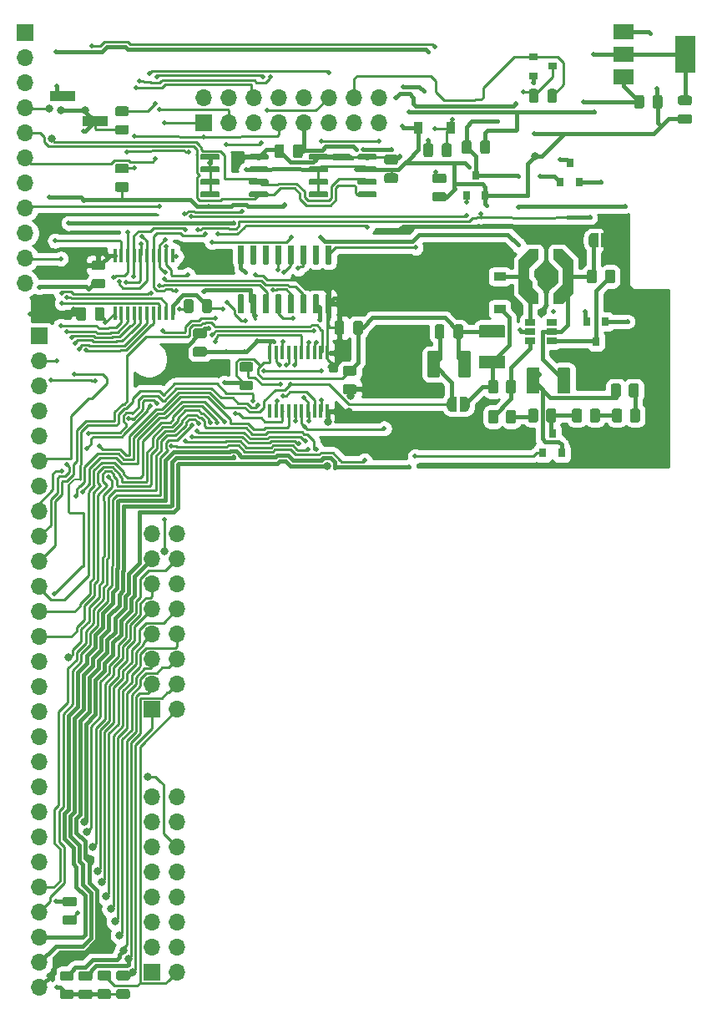
<source format=gbr>
G04 #@! TF.GenerationSoftware,KiCad,Pcbnew,5.1.5+dfsg1-2build2*
G04 #@! TF.CreationDate,2022-08-20T13:50:49+01:00*
G04 #@! TF.ProjectId,psion-org2-power,7073696f-6e2d-46f7-9267-322d706f7765,rev?*
G04 #@! TF.SameCoordinates,Original*
G04 #@! TF.FileFunction,Copper,L1,Top*
G04 #@! TF.FilePolarity,Positive*
%FSLAX46Y46*%
G04 Gerber Fmt 4.6, Leading zero omitted, Abs format (unit mm)*
G04 Created by KiCad (PCBNEW 5.1.5+dfsg1-2build2) date 2022-08-20 13:50:49*
%MOMM*%
%LPD*%
G04 APERTURE LIST*
%ADD10R,1.060000X0.650000*%
%ADD11R,0.800000X0.900000*%
%ADD12C,0.100000*%
%ADD13R,1.200000X0.900000*%
%ADD14O,1.700000X1.700000*%
%ADD15R,1.700000X1.700000*%
%ADD16R,2.000000X1.500000*%
%ADD17R,2.000000X3.800000*%
%ADD18R,0.900000X0.800000*%
%ADD19R,0.900000X1.200000*%
%ADD20R,0.450000X1.450000*%
%ADD21R,2.510000X1.000000*%
%ADD22C,0.800000*%
%ADD23C,0.500000*%
%ADD24C,0.400000*%
%ADD25C,0.250000*%
%ADD26C,0.200000*%
%ADD27C,0.254000*%
G04 APERTURE END LIST*
D10*
X134196000Y-61595000D03*
X134196000Y-60645000D03*
X134196000Y-62545000D03*
X131996000Y-62545000D03*
X131996000Y-61595000D03*
X131996000Y-60645000D03*
D11*
X134239000Y-71898000D03*
X135189000Y-73898000D03*
X133289000Y-73898000D03*
X138684000Y-62595000D03*
X137734000Y-60595000D03*
X139634000Y-60595000D03*
G04 #@! TA.AperFunction,SMDPad,CuDef*
D12*
G36*
X140979505Y-66865204D02*
G01*
X141003773Y-66868804D01*
X141027572Y-66874765D01*
X141050671Y-66883030D01*
X141072850Y-66893520D01*
X141093893Y-66906132D01*
X141113599Y-66920747D01*
X141131777Y-66937223D01*
X141148253Y-66955401D01*
X141162868Y-66975107D01*
X141175480Y-66996150D01*
X141185970Y-67018329D01*
X141194235Y-67041428D01*
X141200196Y-67065227D01*
X141203796Y-67089495D01*
X141205000Y-67113999D01*
X141205000Y-68014001D01*
X141203796Y-68038505D01*
X141200196Y-68062773D01*
X141194235Y-68086572D01*
X141185970Y-68109671D01*
X141175480Y-68131850D01*
X141162868Y-68152893D01*
X141148253Y-68172599D01*
X141131777Y-68190777D01*
X141113599Y-68207253D01*
X141093893Y-68221868D01*
X141072850Y-68234480D01*
X141050671Y-68244970D01*
X141027572Y-68253235D01*
X141003773Y-68259196D01*
X140979505Y-68262796D01*
X140955001Y-68264000D01*
X140429999Y-68264000D01*
X140405495Y-68262796D01*
X140381227Y-68259196D01*
X140357428Y-68253235D01*
X140334329Y-68244970D01*
X140312150Y-68234480D01*
X140291107Y-68221868D01*
X140271401Y-68207253D01*
X140253223Y-68190777D01*
X140236747Y-68172599D01*
X140222132Y-68152893D01*
X140209520Y-68131850D01*
X140199030Y-68109671D01*
X140190765Y-68086572D01*
X140184804Y-68062773D01*
X140181204Y-68038505D01*
X140180000Y-68014001D01*
X140180000Y-67113999D01*
X140181204Y-67089495D01*
X140184804Y-67065227D01*
X140190765Y-67041428D01*
X140199030Y-67018329D01*
X140209520Y-66996150D01*
X140222132Y-66975107D01*
X140236747Y-66955401D01*
X140253223Y-66937223D01*
X140271401Y-66920747D01*
X140291107Y-66906132D01*
X140312150Y-66893520D01*
X140334329Y-66883030D01*
X140357428Y-66874765D01*
X140381227Y-66868804D01*
X140405495Y-66865204D01*
X140429999Y-66864000D01*
X140955001Y-66864000D01*
X140979505Y-66865204D01*
G37*
G04 #@! TD.AperFunction*
G04 #@! TA.AperFunction,SMDPad,CuDef*
G36*
X142804505Y-66865204D02*
G01*
X142828773Y-66868804D01*
X142852572Y-66874765D01*
X142875671Y-66883030D01*
X142897850Y-66893520D01*
X142918893Y-66906132D01*
X142938599Y-66920747D01*
X142956777Y-66937223D01*
X142973253Y-66955401D01*
X142987868Y-66975107D01*
X143000480Y-66996150D01*
X143010970Y-67018329D01*
X143019235Y-67041428D01*
X143025196Y-67065227D01*
X143028796Y-67089495D01*
X143030000Y-67113999D01*
X143030000Y-68014001D01*
X143028796Y-68038505D01*
X143025196Y-68062773D01*
X143019235Y-68086572D01*
X143010970Y-68109671D01*
X143000480Y-68131850D01*
X142987868Y-68152893D01*
X142973253Y-68172599D01*
X142956777Y-68190777D01*
X142938599Y-68207253D01*
X142918893Y-68221868D01*
X142897850Y-68234480D01*
X142875671Y-68244970D01*
X142852572Y-68253235D01*
X142828773Y-68259196D01*
X142804505Y-68262796D01*
X142780001Y-68264000D01*
X142254999Y-68264000D01*
X142230495Y-68262796D01*
X142206227Y-68259196D01*
X142182428Y-68253235D01*
X142159329Y-68244970D01*
X142137150Y-68234480D01*
X142116107Y-68221868D01*
X142096401Y-68207253D01*
X142078223Y-68190777D01*
X142061747Y-68172599D01*
X142047132Y-68152893D01*
X142034520Y-68131850D01*
X142024030Y-68109671D01*
X142015765Y-68086572D01*
X142009804Y-68062773D01*
X142006204Y-68038505D01*
X142005000Y-68014001D01*
X142005000Y-67113999D01*
X142006204Y-67089495D01*
X142009804Y-67065227D01*
X142015765Y-67041428D01*
X142024030Y-67018329D01*
X142034520Y-66996150D01*
X142047132Y-66975107D01*
X142061747Y-66955401D01*
X142078223Y-66937223D01*
X142096401Y-66920747D01*
X142116107Y-66906132D01*
X142137150Y-66893520D01*
X142159329Y-66883030D01*
X142182428Y-66874765D01*
X142206227Y-66868804D01*
X142230495Y-66865204D01*
X142254999Y-66864000D01*
X142780001Y-66864000D01*
X142804505Y-66865204D01*
G37*
G04 #@! TD.AperFunction*
G04 #@! TA.AperFunction,SMDPad,CuDef*
G36*
X142931505Y-69405204D02*
G01*
X142955773Y-69408804D01*
X142979572Y-69414765D01*
X143002671Y-69423030D01*
X143024850Y-69433520D01*
X143045893Y-69446132D01*
X143065599Y-69460747D01*
X143083777Y-69477223D01*
X143100253Y-69495401D01*
X143114868Y-69515107D01*
X143127480Y-69536150D01*
X143137970Y-69558329D01*
X143146235Y-69581428D01*
X143152196Y-69605227D01*
X143155796Y-69629495D01*
X143157000Y-69653999D01*
X143157000Y-70554001D01*
X143155796Y-70578505D01*
X143152196Y-70602773D01*
X143146235Y-70626572D01*
X143137970Y-70649671D01*
X143127480Y-70671850D01*
X143114868Y-70692893D01*
X143100253Y-70712599D01*
X143083777Y-70730777D01*
X143065599Y-70747253D01*
X143045893Y-70761868D01*
X143024850Y-70774480D01*
X143002671Y-70784970D01*
X142979572Y-70793235D01*
X142955773Y-70799196D01*
X142931505Y-70802796D01*
X142907001Y-70804000D01*
X142381999Y-70804000D01*
X142357495Y-70802796D01*
X142333227Y-70799196D01*
X142309428Y-70793235D01*
X142286329Y-70784970D01*
X142264150Y-70774480D01*
X142243107Y-70761868D01*
X142223401Y-70747253D01*
X142205223Y-70730777D01*
X142188747Y-70712599D01*
X142174132Y-70692893D01*
X142161520Y-70671850D01*
X142151030Y-70649671D01*
X142142765Y-70626572D01*
X142136804Y-70602773D01*
X142133204Y-70578505D01*
X142132000Y-70554001D01*
X142132000Y-69653999D01*
X142133204Y-69629495D01*
X142136804Y-69605227D01*
X142142765Y-69581428D01*
X142151030Y-69558329D01*
X142161520Y-69536150D01*
X142174132Y-69515107D01*
X142188747Y-69495401D01*
X142205223Y-69477223D01*
X142223401Y-69460747D01*
X142243107Y-69446132D01*
X142264150Y-69433520D01*
X142286329Y-69423030D01*
X142309428Y-69414765D01*
X142333227Y-69408804D01*
X142357495Y-69405204D01*
X142381999Y-69404000D01*
X142907001Y-69404000D01*
X142931505Y-69405204D01*
G37*
G04 #@! TD.AperFunction*
G04 #@! TA.AperFunction,SMDPad,CuDef*
G36*
X141106505Y-69405204D02*
G01*
X141130773Y-69408804D01*
X141154572Y-69414765D01*
X141177671Y-69423030D01*
X141199850Y-69433520D01*
X141220893Y-69446132D01*
X141240599Y-69460747D01*
X141258777Y-69477223D01*
X141275253Y-69495401D01*
X141289868Y-69515107D01*
X141302480Y-69536150D01*
X141312970Y-69558329D01*
X141321235Y-69581428D01*
X141327196Y-69605227D01*
X141330796Y-69629495D01*
X141332000Y-69653999D01*
X141332000Y-70554001D01*
X141330796Y-70578505D01*
X141327196Y-70602773D01*
X141321235Y-70626572D01*
X141312970Y-70649671D01*
X141302480Y-70671850D01*
X141289868Y-70692893D01*
X141275253Y-70712599D01*
X141258777Y-70730777D01*
X141240599Y-70747253D01*
X141220893Y-70761868D01*
X141199850Y-70774480D01*
X141177671Y-70784970D01*
X141154572Y-70793235D01*
X141130773Y-70799196D01*
X141106505Y-70802796D01*
X141082001Y-70804000D01*
X140556999Y-70804000D01*
X140532495Y-70802796D01*
X140508227Y-70799196D01*
X140484428Y-70793235D01*
X140461329Y-70784970D01*
X140439150Y-70774480D01*
X140418107Y-70761868D01*
X140398401Y-70747253D01*
X140380223Y-70730777D01*
X140363747Y-70712599D01*
X140349132Y-70692893D01*
X140336520Y-70671850D01*
X140326030Y-70649671D01*
X140317765Y-70626572D01*
X140311804Y-70602773D01*
X140308204Y-70578505D01*
X140307000Y-70554001D01*
X140307000Y-69653999D01*
X140308204Y-69629495D01*
X140311804Y-69605227D01*
X140317765Y-69581428D01*
X140326030Y-69558329D01*
X140336520Y-69536150D01*
X140349132Y-69515107D01*
X140363747Y-69495401D01*
X140380223Y-69477223D01*
X140398401Y-69460747D01*
X140418107Y-69446132D01*
X140439150Y-69433520D01*
X140461329Y-69423030D01*
X140484428Y-69414765D01*
X140508227Y-69408804D01*
X140532495Y-69405204D01*
X140556999Y-69404000D01*
X141082001Y-69404000D01*
X141106505Y-69405204D01*
G37*
G04 #@! TD.AperFunction*
G04 #@! TA.AperFunction,SMDPad,CuDef*
G36*
X138867505Y-69405204D02*
G01*
X138891773Y-69408804D01*
X138915572Y-69414765D01*
X138938671Y-69423030D01*
X138960850Y-69433520D01*
X138981893Y-69446132D01*
X139001599Y-69460747D01*
X139019777Y-69477223D01*
X139036253Y-69495401D01*
X139050868Y-69515107D01*
X139063480Y-69536150D01*
X139073970Y-69558329D01*
X139082235Y-69581428D01*
X139088196Y-69605227D01*
X139091796Y-69629495D01*
X139093000Y-69653999D01*
X139093000Y-70554001D01*
X139091796Y-70578505D01*
X139088196Y-70602773D01*
X139082235Y-70626572D01*
X139073970Y-70649671D01*
X139063480Y-70671850D01*
X139050868Y-70692893D01*
X139036253Y-70712599D01*
X139019777Y-70730777D01*
X139001599Y-70747253D01*
X138981893Y-70761868D01*
X138960850Y-70774480D01*
X138938671Y-70784970D01*
X138915572Y-70793235D01*
X138891773Y-70799196D01*
X138867505Y-70802796D01*
X138843001Y-70804000D01*
X138317999Y-70804000D01*
X138293495Y-70802796D01*
X138269227Y-70799196D01*
X138245428Y-70793235D01*
X138222329Y-70784970D01*
X138200150Y-70774480D01*
X138179107Y-70761868D01*
X138159401Y-70747253D01*
X138141223Y-70730777D01*
X138124747Y-70712599D01*
X138110132Y-70692893D01*
X138097520Y-70671850D01*
X138087030Y-70649671D01*
X138078765Y-70626572D01*
X138072804Y-70602773D01*
X138069204Y-70578505D01*
X138068000Y-70554001D01*
X138068000Y-69653999D01*
X138069204Y-69629495D01*
X138072804Y-69605227D01*
X138078765Y-69581428D01*
X138087030Y-69558329D01*
X138097520Y-69536150D01*
X138110132Y-69515107D01*
X138124747Y-69495401D01*
X138141223Y-69477223D01*
X138159401Y-69460747D01*
X138179107Y-69446132D01*
X138200150Y-69433520D01*
X138222329Y-69423030D01*
X138245428Y-69414765D01*
X138269227Y-69408804D01*
X138293495Y-69405204D01*
X138317999Y-69404000D01*
X138843001Y-69404000D01*
X138867505Y-69405204D01*
G37*
G04 #@! TD.AperFunction*
G04 #@! TA.AperFunction,SMDPad,CuDef*
G36*
X137042505Y-69405204D02*
G01*
X137066773Y-69408804D01*
X137090572Y-69414765D01*
X137113671Y-69423030D01*
X137135850Y-69433520D01*
X137156893Y-69446132D01*
X137176599Y-69460747D01*
X137194777Y-69477223D01*
X137211253Y-69495401D01*
X137225868Y-69515107D01*
X137238480Y-69536150D01*
X137248970Y-69558329D01*
X137257235Y-69581428D01*
X137263196Y-69605227D01*
X137266796Y-69629495D01*
X137268000Y-69653999D01*
X137268000Y-70554001D01*
X137266796Y-70578505D01*
X137263196Y-70602773D01*
X137257235Y-70626572D01*
X137248970Y-70649671D01*
X137238480Y-70671850D01*
X137225868Y-70692893D01*
X137211253Y-70712599D01*
X137194777Y-70730777D01*
X137176599Y-70747253D01*
X137156893Y-70761868D01*
X137135850Y-70774480D01*
X137113671Y-70784970D01*
X137090572Y-70793235D01*
X137066773Y-70799196D01*
X137042505Y-70802796D01*
X137018001Y-70804000D01*
X136492999Y-70804000D01*
X136468495Y-70802796D01*
X136444227Y-70799196D01*
X136420428Y-70793235D01*
X136397329Y-70784970D01*
X136375150Y-70774480D01*
X136354107Y-70761868D01*
X136334401Y-70747253D01*
X136316223Y-70730777D01*
X136299747Y-70712599D01*
X136285132Y-70692893D01*
X136272520Y-70671850D01*
X136262030Y-70649671D01*
X136253765Y-70626572D01*
X136247804Y-70602773D01*
X136244204Y-70578505D01*
X136243000Y-70554001D01*
X136243000Y-69653999D01*
X136244204Y-69629495D01*
X136247804Y-69605227D01*
X136253765Y-69581428D01*
X136262030Y-69558329D01*
X136272520Y-69536150D01*
X136285132Y-69515107D01*
X136299747Y-69495401D01*
X136316223Y-69477223D01*
X136334401Y-69460747D01*
X136354107Y-69446132D01*
X136375150Y-69433520D01*
X136397329Y-69423030D01*
X136420428Y-69414765D01*
X136444227Y-69408804D01*
X136468495Y-69405204D01*
X136492999Y-69404000D01*
X137018001Y-69404000D01*
X137042505Y-69405204D01*
G37*
G04 #@! TD.AperFunction*
G04 #@! TA.AperFunction,SMDPad,CuDef*
G36*
X134422505Y-69405204D02*
G01*
X134446773Y-69408804D01*
X134470572Y-69414765D01*
X134493671Y-69423030D01*
X134515850Y-69433520D01*
X134536893Y-69446132D01*
X134556599Y-69460747D01*
X134574777Y-69477223D01*
X134591253Y-69495401D01*
X134605868Y-69515107D01*
X134618480Y-69536150D01*
X134628970Y-69558329D01*
X134637235Y-69581428D01*
X134643196Y-69605227D01*
X134646796Y-69629495D01*
X134648000Y-69653999D01*
X134648000Y-70554001D01*
X134646796Y-70578505D01*
X134643196Y-70602773D01*
X134637235Y-70626572D01*
X134628970Y-70649671D01*
X134618480Y-70671850D01*
X134605868Y-70692893D01*
X134591253Y-70712599D01*
X134574777Y-70730777D01*
X134556599Y-70747253D01*
X134536893Y-70761868D01*
X134515850Y-70774480D01*
X134493671Y-70784970D01*
X134470572Y-70793235D01*
X134446773Y-70799196D01*
X134422505Y-70802796D01*
X134398001Y-70804000D01*
X133872999Y-70804000D01*
X133848495Y-70802796D01*
X133824227Y-70799196D01*
X133800428Y-70793235D01*
X133777329Y-70784970D01*
X133755150Y-70774480D01*
X133734107Y-70761868D01*
X133714401Y-70747253D01*
X133696223Y-70730777D01*
X133679747Y-70712599D01*
X133665132Y-70692893D01*
X133652520Y-70671850D01*
X133642030Y-70649671D01*
X133633765Y-70626572D01*
X133627804Y-70602773D01*
X133624204Y-70578505D01*
X133623000Y-70554001D01*
X133623000Y-69653999D01*
X133624204Y-69629495D01*
X133627804Y-69605227D01*
X133633765Y-69581428D01*
X133642030Y-69558329D01*
X133652520Y-69536150D01*
X133665132Y-69515107D01*
X133679747Y-69495401D01*
X133696223Y-69477223D01*
X133714401Y-69460747D01*
X133734107Y-69446132D01*
X133755150Y-69433520D01*
X133777329Y-69423030D01*
X133800428Y-69414765D01*
X133824227Y-69408804D01*
X133848495Y-69405204D01*
X133872999Y-69404000D01*
X134398001Y-69404000D01*
X134422505Y-69405204D01*
G37*
G04 #@! TD.AperFunction*
G04 #@! TA.AperFunction,SMDPad,CuDef*
G36*
X132597505Y-69405204D02*
G01*
X132621773Y-69408804D01*
X132645572Y-69414765D01*
X132668671Y-69423030D01*
X132690850Y-69433520D01*
X132711893Y-69446132D01*
X132731599Y-69460747D01*
X132749777Y-69477223D01*
X132766253Y-69495401D01*
X132780868Y-69515107D01*
X132793480Y-69536150D01*
X132803970Y-69558329D01*
X132812235Y-69581428D01*
X132818196Y-69605227D01*
X132821796Y-69629495D01*
X132823000Y-69653999D01*
X132823000Y-70554001D01*
X132821796Y-70578505D01*
X132818196Y-70602773D01*
X132812235Y-70626572D01*
X132803970Y-70649671D01*
X132793480Y-70671850D01*
X132780868Y-70692893D01*
X132766253Y-70712599D01*
X132749777Y-70730777D01*
X132731599Y-70747253D01*
X132711893Y-70761868D01*
X132690850Y-70774480D01*
X132668671Y-70784970D01*
X132645572Y-70793235D01*
X132621773Y-70799196D01*
X132597505Y-70802796D01*
X132573001Y-70804000D01*
X132047999Y-70804000D01*
X132023495Y-70802796D01*
X131999227Y-70799196D01*
X131975428Y-70793235D01*
X131952329Y-70784970D01*
X131930150Y-70774480D01*
X131909107Y-70761868D01*
X131889401Y-70747253D01*
X131871223Y-70730777D01*
X131854747Y-70712599D01*
X131840132Y-70692893D01*
X131827520Y-70671850D01*
X131817030Y-70649671D01*
X131808765Y-70626572D01*
X131802804Y-70602773D01*
X131799204Y-70578505D01*
X131798000Y-70554001D01*
X131798000Y-69653999D01*
X131799204Y-69629495D01*
X131802804Y-69605227D01*
X131808765Y-69581428D01*
X131817030Y-69558329D01*
X131827520Y-69536150D01*
X131840132Y-69515107D01*
X131854747Y-69495401D01*
X131871223Y-69477223D01*
X131889401Y-69460747D01*
X131909107Y-69446132D01*
X131930150Y-69433520D01*
X131952329Y-69423030D01*
X131975428Y-69414765D01*
X131999227Y-69408804D01*
X132023495Y-69405204D01*
X132047999Y-69404000D01*
X132573001Y-69404000D01*
X132597505Y-69405204D01*
G37*
G04 #@! TD.AperFunction*
G04 #@! TA.AperFunction,SMDPad,CuDef*
G36*
X130358505Y-69532204D02*
G01*
X130382773Y-69535804D01*
X130406572Y-69541765D01*
X130429671Y-69550030D01*
X130451850Y-69560520D01*
X130472893Y-69573132D01*
X130492599Y-69587747D01*
X130510777Y-69604223D01*
X130527253Y-69622401D01*
X130541868Y-69642107D01*
X130554480Y-69663150D01*
X130564970Y-69685329D01*
X130573235Y-69708428D01*
X130579196Y-69732227D01*
X130582796Y-69756495D01*
X130584000Y-69780999D01*
X130584000Y-70681001D01*
X130582796Y-70705505D01*
X130579196Y-70729773D01*
X130573235Y-70753572D01*
X130564970Y-70776671D01*
X130554480Y-70798850D01*
X130541868Y-70819893D01*
X130527253Y-70839599D01*
X130510777Y-70857777D01*
X130492599Y-70874253D01*
X130472893Y-70888868D01*
X130451850Y-70901480D01*
X130429671Y-70911970D01*
X130406572Y-70920235D01*
X130382773Y-70926196D01*
X130358505Y-70929796D01*
X130334001Y-70931000D01*
X129808999Y-70931000D01*
X129784495Y-70929796D01*
X129760227Y-70926196D01*
X129736428Y-70920235D01*
X129713329Y-70911970D01*
X129691150Y-70901480D01*
X129670107Y-70888868D01*
X129650401Y-70874253D01*
X129632223Y-70857777D01*
X129615747Y-70839599D01*
X129601132Y-70819893D01*
X129588520Y-70798850D01*
X129578030Y-70776671D01*
X129569765Y-70753572D01*
X129563804Y-70729773D01*
X129560204Y-70705505D01*
X129559000Y-70681001D01*
X129559000Y-69780999D01*
X129560204Y-69756495D01*
X129563804Y-69732227D01*
X129569765Y-69708428D01*
X129578030Y-69685329D01*
X129588520Y-69663150D01*
X129601132Y-69642107D01*
X129615747Y-69622401D01*
X129632223Y-69604223D01*
X129650401Y-69587747D01*
X129670107Y-69573132D01*
X129691150Y-69560520D01*
X129713329Y-69550030D01*
X129736428Y-69541765D01*
X129760227Y-69535804D01*
X129784495Y-69532204D01*
X129808999Y-69531000D01*
X130334001Y-69531000D01*
X130358505Y-69532204D01*
G37*
G04 #@! TD.AperFunction*
G04 #@! TA.AperFunction,SMDPad,CuDef*
G36*
X128533505Y-69532204D02*
G01*
X128557773Y-69535804D01*
X128581572Y-69541765D01*
X128604671Y-69550030D01*
X128626850Y-69560520D01*
X128647893Y-69573132D01*
X128667599Y-69587747D01*
X128685777Y-69604223D01*
X128702253Y-69622401D01*
X128716868Y-69642107D01*
X128729480Y-69663150D01*
X128739970Y-69685329D01*
X128748235Y-69708428D01*
X128754196Y-69732227D01*
X128757796Y-69756495D01*
X128759000Y-69780999D01*
X128759000Y-70681001D01*
X128757796Y-70705505D01*
X128754196Y-70729773D01*
X128748235Y-70753572D01*
X128739970Y-70776671D01*
X128729480Y-70798850D01*
X128716868Y-70819893D01*
X128702253Y-70839599D01*
X128685777Y-70857777D01*
X128667599Y-70874253D01*
X128647893Y-70888868D01*
X128626850Y-70901480D01*
X128604671Y-70911970D01*
X128581572Y-70920235D01*
X128557773Y-70926196D01*
X128533505Y-70929796D01*
X128509001Y-70931000D01*
X127983999Y-70931000D01*
X127959495Y-70929796D01*
X127935227Y-70926196D01*
X127911428Y-70920235D01*
X127888329Y-70911970D01*
X127866150Y-70901480D01*
X127845107Y-70888868D01*
X127825401Y-70874253D01*
X127807223Y-70857777D01*
X127790747Y-70839599D01*
X127776132Y-70819893D01*
X127763520Y-70798850D01*
X127753030Y-70776671D01*
X127744765Y-70753572D01*
X127738804Y-70729773D01*
X127735204Y-70705505D01*
X127734000Y-70681001D01*
X127734000Y-69780999D01*
X127735204Y-69756495D01*
X127738804Y-69732227D01*
X127744765Y-69708428D01*
X127753030Y-69685329D01*
X127763520Y-69663150D01*
X127776132Y-69642107D01*
X127790747Y-69622401D01*
X127807223Y-69604223D01*
X127825401Y-69587747D01*
X127845107Y-69573132D01*
X127866150Y-69560520D01*
X127888329Y-69550030D01*
X127911428Y-69541765D01*
X127935227Y-69535804D01*
X127959495Y-69532204D01*
X127983999Y-69531000D01*
X128509001Y-69531000D01*
X128533505Y-69532204D01*
G37*
G04 #@! TD.AperFunction*
G04 #@! TA.AperFunction,SMDPad,CuDef*
G36*
X130358505Y-66484204D02*
G01*
X130382773Y-66487804D01*
X130406572Y-66493765D01*
X130429671Y-66502030D01*
X130451850Y-66512520D01*
X130472893Y-66525132D01*
X130492599Y-66539747D01*
X130510777Y-66556223D01*
X130527253Y-66574401D01*
X130541868Y-66594107D01*
X130554480Y-66615150D01*
X130564970Y-66637329D01*
X130573235Y-66660428D01*
X130579196Y-66684227D01*
X130582796Y-66708495D01*
X130584000Y-66732999D01*
X130584000Y-67633001D01*
X130582796Y-67657505D01*
X130579196Y-67681773D01*
X130573235Y-67705572D01*
X130564970Y-67728671D01*
X130554480Y-67750850D01*
X130541868Y-67771893D01*
X130527253Y-67791599D01*
X130510777Y-67809777D01*
X130492599Y-67826253D01*
X130472893Y-67840868D01*
X130451850Y-67853480D01*
X130429671Y-67863970D01*
X130406572Y-67872235D01*
X130382773Y-67878196D01*
X130358505Y-67881796D01*
X130334001Y-67883000D01*
X129808999Y-67883000D01*
X129784495Y-67881796D01*
X129760227Y-67878196D01*
X129736428Y-67872235D01*
X129713329Y-67863970D01*
X129691150Y-67853480D01*
X129670107Y-67840868D01*
X129650401Y-67826253D01*
X129632223Y-67809777D01*
X129615747Y-67791599D01*
X129601132Y-67771893D01*
X129588520Y-67750850D01*
X129578030Y-67728671D01*
X129569765Y-67705572D01*
X129563804Y-67681773D01*
X129560204Y-67657505D01*
X129559000Y-67633001D01*
X129559000Y-66732999D01*
X129560204Y-66708495D01*
X129563804Y-66684227D01*
X129569765Y-66660428D01*
X129578030Y-66637329D01*
X129588520Y-66615150D01*
X129601132Y-66594107D01*
X129615747Y-66574401D01*
X129632223Y-66556223D01*
X129650401Y-66539747D01*
X129670107Y-66525132D01*
X129691150Y-66512520D01*
X129713329Y-66502030D01*
X129736428Y-66493765D01*
X129760227Y-66487804D01*
X129784495Y-66484204D01*
X129808999Y-66483000D01*
X130334001Y-66483000D01*
X130358505Y-66484204D01*
G37*
G04 #@! TD.AperFunction*
G04 #@! TA.AperFunction,SMDPad,CuDef*
G36*
X128533505Y-66484204D02*
G01*
X128557773Y-66487804D01*
X128581572Y-66493765D01*
X128604671Y-66502030D01*
X128626850Y-66512520D01*
X128647893Y-66525132D01*
X128667599Y-66539747D01*
X128685777Y-66556223D01*
X128702253Y-66574401D01*
X128716868Y-66594107D01*
X128729480Y-66615150D01*
X128739970Y-66637329D01*
X128748235Y-66660428D01*
X128754196Y-66684227D01*
X128757796Y-66708495D01*
X128759000Y-66732999D01*
X128759000Y-67633001D01*
X128757796Y-67657505D01*
X128754196Y-67681773D01*
X128748235Y-67705572D01*
X128739970Y-67728671D01*
X128729480Y-67750850D01*
X128716868Y-67771893D01*
X128702253Y-67791599D01*
X128685777Y-67809777D01*
X128667599Y-67826253D01*
X128647893Y-67840868D01*
X128626850Y-67853480D01*
X128604671Y-67863970D01*
X128581572Y-67872235D01*
X128557773Y-67878196D01*
X128533505Y-67881796D01*
X128509001Y-67883000D01*
X127983999Y-67883000D01*
X127959495Y-67881796D01*
X127935227Y-67878196D01*
X127911428Y-67872235D01*
X127888329Y-67863970D01*
X127866150Y-67853480D01*
X127845107Y-67840868D01*
X127825401Y-67826253D01*
X127807223Y-67809777D01*
X127790747Y-67791599D01*
X127776132Y-67771893D01*
X127763520Y-67750850D01*
X127753030Y-67728671D01*
X127744765Y-67705572D01*
X127738804Y-67681773D01*
X127735204Y-67657505D01*
X127734000Y-67633001D01*
X127734000Y-66732999D01*
X127735204Y-66708495D01*
X127738804Y-66684227D01*
X127744765Y-66660428D01*
X127753030Y-66637329D01*
X127763520Y-66615150D01*
X127776132Y-66594107D01*
X127790747Y-66574401D01*
X127807223Y-66556223D01*
X127825401Y-66539747D01*
X127845107Y-66525132D01*
X127866150Y-66512520D01*
X127888329Y-66502030D01*
X127911428Y-66493765D01*
X127935227Y-66487804D01*
X127959495Y-66484204D01*
X127983999Y-66483000D01*
X128509001Y-66483000D01*
X128533505Y-66484204D01*
G37*
G04 #@! TD.AperFunction*
G04 #@! TA.AperFunction,SMDPad,CuDef*
G36*
X140391505Y-55308204D02*
G01*
X140415773Y-55311804D01*
X140439572Y-55317765D01*
X140462671Y-55326030D01*
X140484850Y-55336520D01*
X140505893Y-55349132D01*
X140525599Y-55363747D01*
X140543777Y-55380223D01*
X140560253Y-55398401D01*
X140574868Y-55418107D01*
X140587480Y-55439150D01*
X140597970Y-55461329D01*
X140606235Y-55484428D01*
X140612196Y-55508227D01*
X140615796Y-55532495D01*
X140617000Y-55556999D01*
X140617000Y-56457001D01*
X140615796Y-56481505D01*
X140612196Y-56505773D01*
X140606235Y-56529572D01*
X140597970Y-56552671D01*
X140587480Y-56574850D01*
X140574868Y-56595893D01*
X140560253Y-56615599D01*
X140543777Y-56633777D01*
X140525599Y-56650253D01*
X140505893Y-56664868D01*
X140484850Y-56677480D01*
X140462671Y-56687970D01*
X140439572Y-56696235D01*
X140415773Y-56702196D01*
X140391505Y-56705796D01*
X140367001Y-56707000D01*
X139841999Y-56707000D01*
X139817495Y-56705796D01*
X139793227Y-56702196D01*
X139769428Y-56696235D01*
X139746329Y-56687970D01*
X139724150Y-56677480D01*
X139703107Y-56664868D01*
X139683401Y-56650253D01*
X139665223Y-56633777D01*
X139648747Y-56615599D01*
X139634132Y-56595893D01*
X139621520Y-56574850D01*
X139611030Y-56552671D01*
X139602765Y-56529572D01*
X139596804Y-56505773D01*
X139593204Y-56481505D01*
X139592000Y-56457001D01*
X139592000Y-55556999D01*
X139593204Y-55532495D01*
X139596804Y-55508227D01*
X139602765Y-55484428D01*
X139611030Y-55461329D01*
X139621520Y-55439150D01*
X139634132Y-55418107D01*
X139648747Y-55398401D01*
X139665223Y-55380223D01*
X139683401Y-55363747D01*
X139703107Y-55349132D01*
X139724150Y-55336520D01*
X139746329Y-55326030D01*
X139769428Y-55317765D01*
X139793227Y-55311804D01*
X139817495Y-55308204D01*
X139841999Y-55307000D01*
X140367001Y-55307000D01*
X140391505Y-55308204D01*
G37*
G04 #@! TD.AperFunction*
G04 #@! TA.AperFunction,SMDPad,CuDef*
G36*
X138566505Y-55308204D02*
G01*
X138590773Y-55311804D01*
X138614572Y-55317765D01*
X138637671Y-55326030D01*
X138659850Y-55336520D01*
X138680893Y-55349132D01*
X138700599Y-55363747D01*
X138718777Y-55380223D01*
X138735253Y-55398401D01*
X138749868Y-55418107D01*
X138762480Y-55439150D01*
X138772970Y-55461329D01*
X138781235Y-55484428D01*
X138787196Y-55508227D01*
X138790796Y-55532495D01*
X138792000Y-55556999D01*
X138792000Y-56457001D01*
X138790796Y-56481505D01*
X138787196Y-56505773D01*
X138781235Y-56529572D01*
X138772970Y-56552671D01*
X138762480Y-56574850D01*
X138749868Y-56595893D01*
X138735253Y-56615599D01*
X138718777Y-56633777D01*
X138700599Y-56650253D01*
X138680893Y-56664868D01*
X138659850Y-56677480D01*
X138637671Y-56687970D01*
X138614572Y-56696235D01*
X138590773Y-56702196D01*
X138566505Y-56705796D01*
X138542001Y-56707000D01*
X138016999Y-56707000D01*
X137992495Y-56705796D01*
X137968227Y-56702196D01*
X137944428Y-56696235D01*
X137921329Y-56687970D01*
X137899150Y-56677480D01*
X137878107Y-56664868D01*
X137858401Y-56650253D01*
X137840223Y-56633777D01*
X137823747Y-56615599D01*
X137809132Y-56595893D01*
X137796520Y-56574850D01*
X137786030Y-56552671D01*
X137777765Y-56529572D01*
X137771804Y-56505773D01*
X137768204Y-56481505D01*
X137767000Y-56457001D01*
X137767000Y-55556999D01*
X137768204Y-55532495D01*
X137771804Y-55508227D01*
X137777765Y-55484428D01*
X137786030Y-55461329D01*
X137796520Y-55439150D01*
X137809132Y-55418107D01*
X137823747Y-55398401D01*
X137840223Y-55380223D01*
X137858401Y-55363747D01*
X137878107Y-55349132D01*
X137899150Y-55336520D01*
X137921329Y-55326030D01*
X137944428Y-55317765D01*
X137968227Y-55311804D01*
X137992495Y-55308204D01*
X138016999Y-55307000D01*
X138542001Y-55307000D01*
X138566505Y-55308204D01*
G37*
G04 #@! TD.AperFunction*
G04 #@! TA.AperFunction,SMDPad,CuDef*
G36*
X130849000Y-57707000D02*
G01*
X130849000Y-54307000D01*
X131904000Y-53252000D01*
X132844000Y-53252000D01*
X132844000Y-54307000D01*
X131904000Y-55162500D01*
X131904000Y-56851500D01*
X132844000Y-57707000D01*
X132844000Y-58762000D01*
X131904000Y-58762000D01*
X130849000Y-57707000D01*
G37*
G04 #@! TD.AperFunction*
G04 #@! TA.AperFunction,SMDPad,CuDef*
G36*
X134364000Y-57707000D02*
G01*
X135304000Y-56851500D01*
X135304000Y-55162500D01*
X134364000Y-54307000D01*
X134364000Y-53252000D01*
X135304000Y-53252000D01*
X136359000Y-54307000D01*
X136359000Y-57707000D01*
X135304000Y-58762000D01*
X134364000Y-58762000D01*
X134364000Y-57707000D01*
G37*
G04 #@! TD.AperFunction*
G04 #@! TA.AperFunction,SMDPad,CuDef*
G36*
X124064000Y-69710398D02*
G01*
X124039466Y-69710398D01*
X123990635Y-69705588D01*
X123942510Y-69696016D01*
X123895555Y-69681772D01*
X123850222Y-69662995D01*
X123806949Y-69639864D01*
X123766150Y-69612604D01*
X123728221Y-69581476D01*
X123693524Y-69546779D01*
X123662396Y-69508850D01*
X123635136Y-69468051D01*
X123612005Y-69424778D01*
X123593228Y-69379445D01*
X123578984Y-69332490D01*
X123569412Y-69284365D01*
X123564602Y-69235534D01*
X123564602Y-69211000D01*
X123564000Y-69211000D01*
X123564000Y-68711000D01*
X123564602Y-68711000D01*
X123564602Y-68686466D01*
X123569412Y-68637635D01*
X123578984Y-68589510D01*
X123593228Y-68542555D01*
X123612005Y-68497222D01*
X123635136Y-68453949D01*
X123662396Y-68413150D01*
X123693524Y-68375221D01*
X123728221Y-68340524D01*
X123766150Y-68309396D01*
X123806949Y-68282136D01*
X123850222Y-68259005D01*
X123895555Y-68240228D01*
X123942510Y-68225984D01*
X123990635Y-68216412D01*
X124039466Y-68211602D01*
X124064000Y-68211602D01*
X124064000Y-68211000D01*
X124564000Y-68211000D01*
X124564000Y-69711000D01*
X124064000Y-69711000D01*
X124064000Y-69710398D01*
G37*
G04 #@! TD.AperFunction*
G04 #@! TA.AperFunction,SMDPad,CuDef*
G36*
X124864000Y-68211000D02*
G01*
X125364000Y-68211000D01*
X125364000Y-68211602D01*
X125388534Y-68211602D01*
X125437365Y-68216412D01*
X125485490Y-68225984D01*
X125532445Y-68240228D01*
X125577778Y-68259005D01*
X125621051Y-68282136D01*
X125661850Y-68309396D01*
X125699779Y-68340524D01*
X125734476Y-68375221D01*
X125765604Y-68413150D01*
X125792864Y-68453949D01*
X125815995Y-68497222D01*
X125834772Y-68542555D01*
X125849016Y-68589510D01*
X125858588Y-68637635D01*
X125863398Y-68686466D01*
X125863398Y-68711000D01*
X125864000Y-68711000D01*
X125864000Y-69211000D01*
X125863398Y-69211000D01*
X125863398Y-69235534D01*
X125858588Y-69284365D01*
X125849016Y-69332490D01*
X125834772Y-69379445D01*
X125815995Y-69424778D01*
X125792864Y-69468051D01*
X125765604Y-69508850D01*
X125734476Y-69546779D01*
X125699779Y-69581476D01*
X125661850Y-69612604D01*
X125621051Y-69639864D01*
X125577778Y-69662995D01*
X125532445Y-69681772D01*
X125485490Y-69696016D01*
X125437365Y-69705588D01*
X125388534Y-69710398D01*
X125364000Y-69710398D01*
X125364000Y-69711000D01*
X124864000Y-69711000D01*
X124864000Y-68211000D01*
G37*
G04 #@! TD.AperFunction*
G04 #@! TA.AperFunction,SMDPad,CuDef*
G36*
X138415000Y-53073398D02*
G01*
X138390466Y-53073398D01*
X138341635Y-53068588D01*
X138293510Y-53059016D01*
X138246555Y-53044772D01*
X138201222Y-53025995D01*
X138157949Y-53002864D01*
X138117150Y-52975604D01*
X138079221Y-52944476D01*
X138044524Y-52909779D01*
X138013396Y-52871850D01*
X137986136Y-52831051D01*
X137963005Y-52787778D01*
X137944228Y-52742445D01*
X137929984Y-52695490D01*
X137920412Y-52647365D01*
X137915602Y-52598534D01*
X137915602Y-52574000D01*
X137915000Y-52574000D01*
X137915000Y-52074000D01*
X137915602Y-52074000D01*
X137915602Y-52049466D01*
X137920412Y-52000635D01*
X137929984Y-51952510D01*
X137944228Y-51905555D01*
X137963005Y-51860222D01*
X137986136Y-51816949D01*
X138013396Y-51776150D01*
X138044524Y-51738221D01*
X138079221Y-51703524D01*
X138117150Y-51672396D01*
X138157949Y-51645136D01*
X138201222Y-51622005D01*
X138246555Y-51603228D01*
X138293510Y-51588984D01*
X138341635Y-51579412D01*
X138390466Y-51574602D01*
X138415000Y-51574602D01*
X138415000Y-51574000D01*
X138915000Y-51574000D01*
X138915000Y-53074000D01*
X138415000Y-53074000D01*
X138415000Y-53073398D01*
G37*
G04 #@! TD.AperFunction*
G04 #@! TA.AperFunction,SMDPad,CuDef*
G36*
X139215000Y-51574000D02*
G01*
X139715000Y-51574000D01*
X139715000Y-51574602D01*
X139739534Y-51574602D01*
X139788365Y-51579412D01*
X139836490Y-51588984D01*
X139883445Y-51603228D01*
X139928778Y-51622005D01*
X139972051Y-51645136D01*
X140012850Y-51672396D01*
X140050779Y-51703524D01*
X140085476Y-51738221D01*
X140116604Y-51776150D01*
X140143864Y-51816949D01*
X140166995Y-51860222D01*
X140185772Y-51905555D01*
X140200016Y-51952510D01*
X140209588Y-52000635D01*
X140214398Y-52049466D01*
X140214398Y-52074000D01*
X140215000Y-52074000D01*
X140215000Y-52574000D01*
X140214398Y-52574000D01*
X140214398Y-52598534D01*
X140209588Y-52647365D01*
X140200016Y-52695490D01*
X140185772Y-52742445D01*
X140166995Y-52787778D01*
X140143864Y-52831051D01*
X140116604Y-52871850D01*
X140085476Y-52909779D01*
X140050779Y-52944476D01*
X140012850Y-52975604D01*
X139972051Y-53002864D01*
X139928778Y-53025995D01*
X139883445Y-53044772D01*
X139836490Y-53059016D01*
X139788365Y-53068588D01*
X139739534Y-53073398D01*
X139715000Y-53073398D01*
X139715000Y-53074000D01*
X139215000Y-53074000D01*
X139215000Y-51574000D01*
G37*
G04 #@! TD.AperFunction*
D13*
X128905000Y-56008000D03*
X128905000Y-59308000D03*
G04 #@! TA.AperFunction,SMDPad,CuDef*
D12*
G36*
X124988504Y-60871204D02*
G01*
X125012773Y-60874804D01*
X125036571Y-60880765D01*
X125059671Y-60889030D01*
X125081849Y-60899520D01*
X125102893Y-60912133D01*
X125122598Y-60926747D01*
X125140777Y-60943223D01*
X125157253Y-60961402D01*
X125171867Y-60981107D01*
X125184480Y-61002151D01*
X125194970Y-61024329D01*
X125203235Y-61047429D01*
X125209196Y-61071227D01*
X125212796Y-61095496D01*
X125214000Y-61120000D01*
X125214000Y-62070000D01*
X125212796Y-62094504D01*
X125209196Y-62118773D01*
X125203235Y-62142571D01*
X125194970Y-62165671D01*
X125184480Y-62187849D01*
X125171867Y-62208893D01*
X125157253Y-62228598D01*
X125140777Y-62246777D01*
X125122598Y-62263253D01*
X125102893Y-62277867D01*
X125081849Y-62290480D01*
X125059671Y-62300970D01*
X125036571Y-62309235D01*
X125012773Y-62315196D01*
X124988504Y-62318796D01*
X124964000Y-62320000D01*
X124464000Y-62320000D01*
X124439496Y-62318796D01*
X124415227Y-62315196D01*
X124391429Y-62309235D01*
X124368329Y-62300970D01*
X124346151Y-62290480D01*
X124325107Y-62277867D01*
X124305402Y-62263253D01*
X124287223Y-62246777D01*
X124270747Y-62228598D01*
X124256133Y-62208893D01*
X124243520Y-62187849D01*
X124233030Y-62165671D01*
X124224765Y-62142571D01*
X124218804Y-62118773D01*
X124215204Y-62094504D01*
X124214000Y-62070000D01*
X124214000Y-61120000D01*
X124215204Y-61095496D01*
X124218804Y-61071227D01*
X124224765Y-61047429D01*
X124233030Y-61024329D01*
X124243520Y-61002151D01*
X124256133Y-60981107D01*
X124270747Y-60961402D01*
X124287223Y-60943223D01*
X124305402Y-60926747D01*
X124325107Y-60912133D01*
X124346151Y-60899520D01*
X124368329Y-60889030D01*
X124391429Y-60880765D01*
X124415227Y-60874804D01*
X124439496Y-60871204D01*
X124464000Y-60870000D01*
X124964000Y-60870000D01*
X124988504Y-60871204D01*
G37*
G04 #@! TD.AperFunction*
G04 #@! TA.AperFunction,SMDPad,CuDef*
G36*
X123088504Y-60871204D02*
G01*
X123112773Y-60874804D01*
X123136571Y-60880765D01*
X123159671Y-60889030D01*
X123181849Y-60899520D01*
X123202893Y-60912133D01*
X123222598Y-60926747D01*
X123240777Y-60943223D01*
X123257253Y-60961402D01*
X123271867Y-60981107D01*
X123284480Y-61002151D01*
X123294970Y-61024329D01*
X123303235Y-61047429D01*
X123309196Y-61071227D01*
X123312796Y-61095496D01*
X123314000Y-61120000D01*
X123314000Y-62070000D01*
X123312796Y-62094504D01*
X123309196Y-62118773D01*
X123303235Y-62142571D01*
X123294970Y-62165671D01*
X123284480Y-62187849D01*
X123271867Y-62208893D01*
X123257253Y-62228598D01*
X123240777Y-62246777D01*
X123222598Y-62263253D01*
X123202893Y-62277867D01*
X123181849Y-62290480D01*
X123159671Y-62300970D01*
X123136571Y-62309235D01*
X123112773Y-62315196D01*
X123088504Y-62318796D01*
X123064000Y-62320000D01*
X122564000Y-62320000D01*
X122539496Y-62318796D01*
X122515227Y-62315196D01*
X122491429Y-62309235D01*
X122468329Y-62300970D01*
X122446151Y-62290480D01*
X122425107Y-62277867D01*
X122405402Y-62263253D01*
X122387223Y-62246777D01*
X122370747Y-62228598D01*
X122356133Y-62208893D01*
X122343520Y-62187849D01*
X122333030Y-62165671D01*
X122324765Y-62142571D01*
X122318804Y-62118773D01*
X122315204Y-62094504D01*
X122314000Y-62070000D01*
X122314000Y-61120000D01*
X122315204Y-61095496D01*
X122318804Y-61071227D01*
X122324765Y-61047429D01*
X122333030Y-61024329D01*
X122343520Y-61002151D01*
X122356133Y-60981107D01*
X122370747Y-60961402D01*
X122387223Y-60943223D01*
X122405402Y-60926747D01*
X122425107Y-60912133D01*
X122446151Y-60899520D01*
X122468329Y-60889030D01*
X122491429Y-60880765D01*
X122515227Y-60874804D01*
X122539496Y-60871204D01*
X122564000Y-60870000D01*
X123064000Y-60870000D01*
X123088504Y-60871204D01*
G37*
G04 #@! TD.AperFunction*
G04 #@! TA.AperFunction,SMDPad,CuDef*
G36*
X125786005Y-63548204D02*
G01*
X125810273Y-63551804D01*
X125834072Y-63557765D01*
X125857171Y-63566030D01*
X125879350Y-63576520D01*
X125900393Y-63589132D01*
X125920099Y-63603747D01*
X125938277Y-63620223D01*
X125954753Y-63638401D01*
X125969368Y-63658107D01*
X125981980Y-63679150D01*
X125992470Y-63701329D01*
X126000735Y-63724428D01*
X126006696Y-63748227D01*
X126010296Y-63772495D01*
X126011500Y-63796999D01*
X126011500Y-65997001D01*
X126010296Y-66021505D01*
X126006696Y-66045773D01*
X126000735Y-66069572D01*
X125992470Y-66092671D01*
X125981980Y-66114850D01*
X125969368Y-66135893D01*
X125954753Y-66155599D01*
X125938277Y-66173777D01*
X125920099Y-66190253D01*
X125900393Y-66204868D01*
X125879350Y-66217480D01*
X125857171Y-66227970D01*
X125834072Y-66236235D01*
X125810273Y-66242196D01*
X125786005Y-66245796D01*
X125761501Y-66247000D01*
X124936499Y-66247000D01*
X124911995Y-66245796D01*
X124887727Y-66242196D01*
X124863928Y-66236235D01*
X124840829Y-66227970D01*
X124818650Y-66217480D01*
X124797607Y-66204868D01*
X124777901Y-66190253D01*
X124759723Y-66173777D01*
X124743247Y-66155599D01*
X124728632Y-66135893D01*
X124716020Y-66114850D01*
X124705530Y-66092671D01*
X124697265Y-66069572D01*
X124691304Y-66045773D01*
X124687704Y-66021505D01*
X124686500Y-65997001D01*
X124686500Y-63796999D01*
X124687704Y-63772495D01*
X124691304Y-63748227D01*
X124697265Y-63724428D01*
X124705530Y-63701329D01*
X124716020Y-63679150D01*
X124728632Y-63658107D01*
X124743247Y-63638401D01*
X124759723Y-63620223D01*
X124777901Y-63603747D01*
X124797607Y-63589132D01*
X124818650Y-63576520D01*
X124840829Y-63566030D01*
X124863928Y-63557765D01*
X124887727Y-63551804D01*
X124911995Y-63548204D01*
X124936499Y-63547000D01*
X125761501Y-63547000D01*
X125786005Y-63548204D01*
G37*
G04 #@! TD.AperFunction*
G04 #@! TA.AperFunction,SMDPad,CuDef*
G36*
X122661005Y-63548204D02*
G01*
X122685273Y-63551804D01*
X122709072Y-63557765D01*
X122732171Y-63566030D01*
X122754350Y-63576520D01*
X122775393Y-63589132D01*
X122795099Y-63603747D01*
X122813277Y-63620223D01*
X122829753Y-63638401D01*
X122844368Y-63658107D01*
X122856980Y-63679150D01*
X122867470Y-63701329D01*
X122875735Y-63724428D01*
X122881696Y-63748227D01*
X122885296Y-63772495D01*
X122886500Y-63796999D01*
X122886500Y-65997001D01*
X122885296Y-66021505D01*
X122881696Y-66045773D01*
X122875735Y-66069572D01*
X122867470Y-66092671D01*
X122856980Y-66114850D01*
X122844368Y-66135893D01*
X122829753Y-66155599D01*
X122813277Y-66173777D01*
X122795099Y-66190253D01*
X122775393Y-66204868D01*
X122754350Y-66217480D01*
X122732171Y-66227970D01*
X122709072Y-66236235D01*
X122685273Y-66242196D01*
X122661005Y-66245796D01*
X122636501Y-66247000D01*
X121811499Y-66247000D01*
X121786995Y-66245796D01*
X121762727Y-66242196D01*
X121738928Y-66236235D01*
X121715829Y-66227970D01*
X121693650Y-66217480D01*
X121672607Y-66204868D01*
X121652901Y-66190253D01*
X121634723Y-66173777D01*
X121618247Y-66155599D01*
X121603632Y-66135893D01*
X121591020Y-66114850D01*
X121580530Y-66092671D01*
X121572265Y-66069572D01*
X121566304Y-66045773D01*
X121562704Y-66021505D01*
X121561500Y-65997001D01*
X121561500Y-63796999D01*
X121562704Y-63772495D01*
X121566304Y-63748227D01*
X121572265Y-63724428D01*
X121580530Y-63701329D01*
X121591020Y-63679150D01*
X121603632Y-63658107D01*
X121618247Y-63638401D01*
X121634723Y-63620223D01*
X121652901Y-63603747D01*
X121672607Y-63589132D01*
X121693650Y-63576520D01*
X121715829Y-63566030D01*
X121738928Y-63557765D01*
X121762727Y-63551804D01*
X121786995Y-63548204D01*
X121811499Y-63547000D01*
X122636501Y-63547000D01*
X122661005Y-63548204D01*
G37*
G04 #@! TD.AperFunction*
G04 #@! TA.AperFunction,SMDPad,CuDef*
G36*
X129267505Y-60895204D02*
G01*
X129291773Y-60898804D01*
X129315572Y-60904765D01*
X129338671Y-60913030D01*
X129360850Y-60923520D01*
X129381893Y-60936132D01*
X129401599Y-60950747D01*
X129419777Y-60967223D01*
X129436253Y-60985401D01*
X129450868Y-61005107D01*
X129463480Y-61026150D01*
X129473970Y-61048329D01*
X129482235Y-61071428D01*
X129488196Y-61095227D01*
X129491796Y-61119495D01*
X129493000Y-61143999D01*
X129493000Y-61969001D01*
X129491796Y-61993505D01*
X129488196Y-62017773D01*
X129482235Y-62041572D01*
X129473970Y-62064671D01*
X129463480Y-62086850D01*
X129450868Y-62107893D01*
X129436253Y-62127599D01*
X129419777Y-62145777D01*
X129401599Y-62162253D01*
X129381893Y-62176868D01*
X129360850Y-62189480D01*
X129338671Y-62199970D01*
X129315572Y-62208235D01*
X129291773Y-62214196D01*
X129267505Y-62217796D01*
X129243001Y-62219000D01*
X127042999Y-62219000D01*
X127018495Y-62217796D01*
X126994227Y-62214196D01*
X126970428Y-62208235D01*
X126947329Y-62199970D01*
X126925150Y-62189480D01*
X126904107Y-62176868D01*
X126884401Y-62162253D01*
X126866223Y-62145777D01*
X126849747Y-62127599D01*
X126835132Y-62107893D01*
X126822520Y-62086850D01*
X126812030Y-62064671D01*
X126803765Y-62041572D01*
X126797804Y-62017773D01*
X126794204Y-61993505D01*
X126793000Y-61969001D01*
X126793000Y-61143999D01*
X126794204Y-61119495D01*
X126797804Y-61095227D01*
X126803765Y-61071428D01*
X126812030Y-61048329D01*
X126822520Y-61026150D01*
X126835132Y-61005107D01*
X126849747Y-60985401D01*
X126866223Y-60967223D01*
X126884401Y-60950747D01*
X126904107Y-60936132D01*
X126925150Y-60923520D01*
X126947329Y-60913030D01*
X126970428Y-60904765D01*
X126994227Y-60898804D01*
X127018495Y-60895204D01*
X127042999Y-60894000D01*
X129243001Y-60894000D01*
X129267505Y-60895204D01*
G37*
G04 #@! TD.AperFunction*
G04 #@! TA.AperFunction,SMDPad,CuDef*
G36*
X129267505Y-64020204D02*
G01*
X129291773Y-64023804D01*
X129315572Y-64029765D01*
X129338671Y-64038030D01*
X129360850Y-64048520D01*
X129381893Y-64061132D01*
X129401599Y-64075747D01*
X129419777Y-64092223D01*
X129436253Y-64110401D01*
X129450868Y-64130107D01*
X129463480Y-64151150D01*
X129473970Y-64173329D01*
X129482235Y-64196428D01*
X129488196Y-64220227D01*
X129491796Y-64244495D01*
X129493000Y-64268999D01*
X129493000Y-65094001D01*
X129491796Y-65118505D01*
X129488196Y-65142773D01*
X129482235Y-65166572D01*
X129473970Y-65189671D01*
X129463480Y-65211850D01*
X129450868Y-65232893D01*
X129436253Y-65252599D01*
X129419777Y-65270777D01*
X129401599Y-65287253D01*
X129381893Y-65301868D01*
X129360850Y-65314480D01*
X129338671Y-65324970D01*
X129315572Y-65333235D01*
X129291773Y-65339196D01*
X129267505Y-65342796D01*
X129243001Y-65344000D01*
X127042999Y-65344000D01*
X127018495Y-65342796D01*
X126994227Y-65339196D01*
X126970428Y-65333235D01*
X126947329Y-65324970D01*
X126925150Y-65314480D01*
X126904107Y-65301868D01*
X126884401Y-65287253D01*
X126866223Y-65270777D01*
X126849747Y-65252599D01*
X126835132Y-65232893D01*
X126822520Y-65211850D01*
X126812030Y-65189671D01*
X126803765Y-65166572D01*
X126797804Y-65142773D01*
X126794204Y-65118505D01*
X126793000Y-65094001D01*
X126793000Y-64268999D01*
X126794204Y-64244495D01*
X126797804Y-64220227D01*
X126803765Y-64196428D01*
X126812030Y-64173329D01*
X126822520Y-64151150D01*
X126835132Y-64130107D01*
X126849747Y-64110401D01*
X126866223Y-64092223D01*
X126884401Y-64075747D01*
X126904107Y-64061132D01*
X126925150Y-64048520D01*
X126947329Y-64038030D01*
X126970428Y-64029765D01*
X126994227Y-64023804D01*
X127018495Y-64020204D01*
X127042999Y-64019000D01*
X129243001Y-64019000D01*
X129267505Y-64020204D01*
G37*
G04 #@! TD.AperFunction*
G04 #@! TA.AperFunction,SMDPad,CuDef*
G36*
X132732505Y-65199204D02*
G01*
X132756773Y-65202804D01*
X132780572Y-65208765D01*
X132803671Y-65217030D01*
X132825850Y-65227520D01*
X132846893Y-65240132D01*
X132866599Y-65254747D01*
X132884777Y-65271223D01*
X132901253Y-65289401D01*
X132915868Y-65309107D01*
X132928480Y-65330150D01*
X132938970Y-65352329D01*
X132947235Y-65375428D01*
X132953196Y-65399227D01*
X132956796Y-65423495D01*
X132958000Y-65447999D01*
X132958000Y-67648001D01*
X132956796Y-67672505D01*
X132953196Y-67696773D01*
X132947235Y-67720572D01*
X132938970Y-67743671D01*
X132928480Y-67765850D01*
X132915868Y-67786893D01*
X132901253Y-67806599D01*
X132884777Y-67824777D01*
X132866599Y-67841253D01*
X132846893Y-67855868D01*
X132825850Y-67868480D01*
X132803671Y-67878970D01*
X132780572Y-67887235D01*
X132756773Y-67893196D01*
X132732505Y-67896796D01*
X132708001Y-67898000D01*
X131882999Y-67898000D01*
X131858495Y-67896796D01*
X131834227Y-67893196D01*
X131810428Y-67887235D01*
X131787329Y-67878970D01*
X131765150Y-67868480D01*
X131744107Y-67855868D01*
X131724401Y-67841253D01*
X131706223Y-67824777D01*
X131689747Y-67806599D01*
X131675132Y-67786893D01*
X131662520Y-67765850D01*
X131652030Y-67743671D01*
X131643765Y-67720572D01*
X131637804Y-67696773D01*
X131634204Y-67672505D01*
X131633000Y-67648001D01*
X131633000Y-65447999D01*
X131634204Y-65423495D01*
X131637804Y-65399227D01*
X131643765Y-65375428D01*
X131652030Y-65352329D01*
X131662520Y-65330150D01*
X131675132Y-65309107D01*
X131689747Y-65289401D01*
X131706223Y-65271223D01*
X131724401Y-65254747D01*
X131744107Y-65240132D01*
X131765150Y-65227520D01*
X131787329Y-65217030D01*
X131810428Y-65208765D01*
X131834227Y-65202804D01*
X131858495Y-65199204D01*
X131882999Y-65198000D01*
X132708001Y-65198000D01*
X132732505Y-65199204D01*
G37*
G04 #@! TD.AperFunction*
G04 #@! TA.AperFunction,SMDPad,CuDef*
G36*
X135857505Y-65199204D02*
G01*
X135881773Y-65202804D01*
X135905572Y-65208765D01*
X135928671Y-65217030D01*
X135950850Y-65227520D01*
X135971893Y-65240132D01*
X135991599Y-65254747D01*
X136009777Y-65271223D01*
X136026253Y-65289401D01*
X136040868Y-65309107D01*
X136053480Y-65330150D01*
X136063970Y-65352329D01*
X136072235Y-65375428D01*
X136078196Y-65399227D01*
X136081796Y-65423495D01*
X136083000Y-65447999D01*
X136083000Y-67648001D01*
X136081796Y-67672505D01*
X136078196Y-67696773D01*
X136072235Y-67720572D01*
X136063970Y-67743671D01*
X136053480Y-67765850D01*
X136040868Y-67786893D01*
X136026253Y-67806599D01*
X136009777Y-67824777D01*
X135991599Y-67841253D01*
X135971893Y-67855868D01*
X135950850Y-67868480D01*
X135928671Y-67878970D01*
X135905572Y-67887235D01*
X135881773Y-67893196D01*
X135857505Y-67896796D01*
X135833001Y-67898000D01*
X135007999Y-67898000D01*
X134983495Y-67896796D01*
X134959227Y-67893196D01*
X134935428Y-67887235D01*
X134912329Y-67878970D01*
X134890150Y-67868480D01*
X134869107Y-67855868D01*
X134849401Y-67841253D01*
X134831223Y-67824777D01*
X134814747Y-67806599D01*
X134800132Y-67786893D01*
X134787520Y-67765850D01*
X134777030Y-67743671D01*
X134768765Y-67720572D01*
X134762804Y-67696773D01*
X134759204Y-67672505D01*
X134758000Y-67648001D01*
X134758000Y-65447999D01*
X134759204Y-65423495D01*
X134762804Y-65399227D01*
X134768765Y-65375428D01*
X134777030Y-65352329D01*
X134787520Y-65330150D01*
X134800132Y-65309107D01*
X134814747Y-65289401D01*
X134831223Y-65271223D01*
X134849401Y-65254747D01*
X134869107Y-65240132D01*
X134890150Y-65227520D01*
X134912329Y-65217030D01*
X134935428Y-65208765D01*
X134959227Y-65202804D01*
X134983495Y-65199204D01*
X135007999Y-65198000D01*
X135833001Y-65198000D01*
X135857505Y-65199204D01*
G37*
G04 #@! TD.AperFunction*
D14*
X82200000Y-128100000D03*
X82200000Y-125560000D03*
X82200000Y-123020000D03*
X82200000Y-120480000D03*
X82200000Y-117940000D03*
X82200000Y-115400000D03*
X82200000Y-112860000D03*
X82200000Y-110320000D03*
X82200000Y-107780000D03*
X82200000Y-105240000D03*
X82200000Y-102700000D03*
X82200000Y-100160000D03*
X82200000Y-97620000D03*
X82200000Y-95080000D03*
X82200000Y-92540000D03*
X82200000Y-90000000D03*
X82200000Y-87460000D03*
X82200000Y-84920000D03*
X82200000Y-82380000D03*
X82200000Y-79840000D03*
X82200000Y-77300000D03*
X82200000Y-74760000D03*
X82200000Y-72220000D03*
X82200000Y-69680000D03*
X82200000Y-67140000D03*
X82200000Y-64600000D03*
D15*
X82200000Y-62060000D03*
D16*
X141450000Y-31200000D03*
X141450000Y-35800000D03*
X141450000Y-33500000D03*
D17*
X147750000Y-33500000D03*
D18*
X134300000Y-34700000D03*
X132300000Y-35650000D03*
X132300000Y-33750000D03*
G04 #@! TA.AperFunction,SMDPad,CuDef*
D12*
G36*
X123280142Y-47451174D02*
G01*
X123303803Y-47454684D01*
X123327007Y-47460496D01*
X123349529Y-47468554D01*
X123371153Y-47478782D01*
X123391670Y-47491079D01*
X123410883Y-47505329D01*
X123428607Y-47521393D01*
X123444671Y-47539117D01*
X123458921Y-47558330D01*
X123471218Y-47578847D01*
X123481446Y-47600471D01*
X123489504Y-47622993D01*
X123495316Y-47646197D01*
X123498826Y-47669858D01*
X123500000Y-47693750D01*
X123500000Y-48181250D01*
X123498826Y-48205142D01*
X123495316Y-48228803D01*
X123489504Y-48252007D01*
X123481446Y-48274529D01*
X123471218Y-48296153D01*
X123458921Y-48316670D01*
X123444671Y-48335883D01*
X123428607Y-48353607D01*
X123410883Y-48369671D01*
X123391670Y-48383921D01*
X123371153Y-48396218D01*
X123349529Y-48406446D01*
X123327007Y-48414504D01*
X123303803Y-48420316D01*
X123280142Y-48423826D01*
X123256250Y-48425000D01*
X122343750Y-48425000D01*
X122319858Y-48423826D01*
X122296197Y-48420316D01*
X122272993Y-48414504D01*
X122250471Y-48406446D01*
X122228847Y-48396218D01*
X122208330Y-48383921D01*
X122189117Y-48369671D01*
X122171393Y-48353607D01*
X122155329Y-48335883D01*
X122141079Y-48316670D01*
X122128782Y-48296153D01*
X122118554Y-48274529D01*
X122110496Y-48252007D01*
X122104684Y-48228803D01*
X122101174Y-48205142D01*
X122100000Y-48181250D01*
X122100000Y-47693750D01*
X122101174Y-47669858D01*
X122104684Y-47646197D01*
X122110496Y-47622993D01*
X122118554Y-47600471D01*
X122128782Y-47578847D01*
X122141079Y-47558330D01*
X122155329Y-47539117D01*
X122171393Y-47521393D01*
X122189117Y-47505329D01*
X122208330Y-47491079D01*
X122228847Y-47478782D01*
X122250471Y-47468554D01*
X122272993Y-47460496D01*
X122296197Y-47454684D01*
X122319858Y-47451174D01*
X122343750Y-47450000D01*
X123256250Y-47450000D01*
X123280142Y-47451174D01*
G37*
G04 #@! TD.AperFunction*
G04 #@! TA.AperFunction,SMDPad,CuDef*
G36*
X123280142Y-45576174D02*
G01*
X123303803Y-45579684D01*
X123327007Y-45585496D01*
X123349529Y-45593554D01*
X123371153Y-45603782D01*
X123391670Y-45616079D01*
X123410883Y-45630329D01*
X123428607Y-45646393D01*
X123444671Y-45664117D01*
X123458921Y-45683330D01*
X123471218Y-45703847D01*
X123481446Y-45725471D01*
X123489504Y-45747993D01*
X123495316Y-45771197D01*
X123498826Y-45794858D01*
X123500000Y-45818750D01*
X123500000Y-46306250D01*
X123498826Y-46330142D01*
X123495316Y-46353803D01*
X123489504Y-46377007D01*
X123481446Y-46399529D01*
X123471218Y-46421153D01*
X123458921Y-46441670D01*
X123444671Y-46460883D01*
X123428607Y-46478607D01*
X123410883Y-46494671D01*
X123391670Y-46508921D01*
X123371153Y-46521218D01*
X123349529Y-46531446D01*
X123327007Y-46539504D01*
X123303803Y-46545316D01*
X123280142Y-46548826D01*
X123256250Y-46550000D01*
X122343750Y-46550000D01*
X122319858Y-46548826D01*
X122296197Y-46545316D01*
X122272993Y-46539504D01*
X122250471Y-46531446D01*
X122228847Y-46521218D01*
X122208330Y-46508921D01*
X122189117Y-46494671D01*
X122171393Y-46478607D01*
X122155329Y-46460883D01*
X122141079Y-46441670D01*
X122128782Y-46421153D01*
X122118554Y-46399529D01*
X122110496Y-46377007D01*
X122104684Y-46353803D01*
X122101174Y-46330142D01*
X122100000Y-46306250D01*
X122100000Y-45818750D01*
X122101174Y-45794858D01*
X122104684Y-45771197D01*
X122110496Y-45747993D01*
X122118554Y-45725471D01*
X122128782Y-45703847D01*
X122141079Y-45683330D01*
X122155329Y-45664117D01*
X122171393Y-45646393D01*
X122189117Y-45630329D01*
X122208330Y-45616079D01*
X122228847Y-45603782D01*
X122250471Y-45593554D01*
X122272993Y-45585496D01*
X122296197Y-45579684D01*
X122319858Y-45576174D01*
X122343750Y-45575000D01*
X123256250Y-45575000D01*
X123280142Y-45576174D01*
G37*
G04 #@! TD.AperFunction*
G04 #@! TA.AperFunction,SMDPad,CuDef*
G36*
X123805142Y-42501174D02*
G01*
X123828803Y-42504684D01*
X123852007Y-42510496D01*
X123874529Y-42518554D01*
X123896153Y-42528782D01*
X123916670Y-42541079D01*
X123935883Y-42555329D01*
X123953607Y-42571393D01*
X123969671Y-42589117D01*
X123983921Y-42608330D01*
X123996218Y-42628847D01*
X124006446Y-42650471D01*
X124014504Y-42672993D01*
X124020316Y-42696197D01*
X124023826Y-42719858D01*
X124025000Y-42743750D01*
X124025000Y-43656250D01*
X124023826Y-43680142D01*
X124020316Y-43703803D01*
X124014504Y-43727007D01*
X124006446Y-43749529D01*
X123996218Y-43771153D01*
X123983921Y-43791670D01*
X123969671Y-43810883D01*
X123953607Y-43828607D01*
X123935883Y-43844671D01*
X123916670Y-43858921D01*
X123896153Y-43871218D01*
X123874529Y-43881446D01*
X123852007Y-43889504D01*
X123828803Y-43895316D01*
X123805142Y-43898826D01*
X123781250Y-43900000D01*
X123293750Y-43900000D01*
X123269858Y-43898826D01*
X123246197Y-43895316D01*
X123222993Y-43889504D01*
X123200471Y-43881446D01*
X123178847Y-43871218D01*
X123158330Y-43858921D01*
X123139117Y-43844671D01*
X123121393Y-43828607D01*
X123105329Y-43810883D01*
X123091079Y-43791670D01*
X123078782Y-43771153D01*
X123068554Y-43749529D01*
X123060496Y-43727007D01*
X123054684Y-43703803D01*
X123051174Y-43680142D01*
X123050000Y-43656250D01*
X123050000Y-42743750D01*
X123051174Y-42719858D01*
X123054684Y-42696197D01*
X123060496Y-42672993D01*
X123068554Y-42650471D01*
X123078782Y-42628847D01*
X123091079Y-42608330D01*
X123105329Y-42589117D01*
X123121393Y-42571393D01*
X123139117Y-42555329D01*
X123158330Y-42541079D01*
X123178847Y-42528782D01*
X123200471Y-42518554D01*
X123222993Y-42510496D01*
X123246197Y-42504684D01*
X123269858Y-42501174D01*
X123293750Y-42500000D01*
X123781250Y-42500000D01*
X123805142Y-42501174D01*
G37*
G04 #@! TD.AperFunction*
G04 #@! TA.AperFunction,SMDPad,CuDef*
G36*
X121930142Y-42501174D02*
G01*
X121953803Y-42504684D01*
X121977007Y-42510496D01*
X121999529Y-42518554D01*
X122021153Y-42528782D01*
X122041670Y-42541079D01*
X122060883Y-42555329D01*
X122078607Y-42571393D01*
X122094671Y-42589117D01*
X122108921Y-42608330D01*
X122121218Y-42628847D01*
X122131446Y-42650471D01*
X122139504Y-42672993D01*
X122145316Y-42696197D01*
X122148826Y-42719858D01*
X122150000Y-42743750D01*
X122150000Y-43656250D01*
X122148826Y-43680142D01*
X122145316Y-43703803D01*
X122139504Y-43727007D01*
X122131446Y-43749529D01*
X122121218Y-43771153D01*
X122108921Y-43791670D01*
X122094671Y-43810883D01*
X122078607Y-43828607D01*
X122060883Y-43844671D01*
X122041670Y-43858921D01*
X122021153Y-43871218D01*
X121999529Y-43881446D01*
X121977007Y-43889504D01*
X121953803Y-43895316D01*
X121930142Y-43898826D01*
X121906250Y-43900000D01*
X121418750Y-43900000D01*
X121394858Y-43898826D01*
X121371197Y-43895316D01*
X121347993Y-43889504D01*
X121325471Y-43881446D01*
X121303847Y-43871218D01*
X121283330Y-43858921D01*
X121264117Y-43844671D01*
X121246393Y-43828607D01*
X121230329Y-43810883D01*
X121216079Y-43791670D01*
X121203782Y-43771153D01*
X121193554Y-43749529D01*
X121185496Y-43727007D01*
X121179684Y-43703803D01*
X121176174Y-43680142D01*
X121175000Y-43656250D01*
X121175000Y-42743750D01*
X121176174Y-42719858D01*
X121179684Y-42696197D01*
X121185496Y-42672993D01*
X121193554Y-42650471D01*
X121203782Y-42628847D01*
X121216079Y-42608330D01*
X121230329Y-42589117D01*
X121246393Y-42571393D01*
X121264117Y-42555329D01*
X121283330Y-42541079D01*
X121303847Y-42528782D01*
X121325471Y-42518554D01*
X121347993Y-42510496D01*
X121371197Y-42504684D01*
X121394858Y-42501174D01*
X121418750Y-42500000D01*
X121906250Y-42500000D01*
X121930142Y-42501174D01*
G37*
G04 #@! TD.AperFunction*
G04 #@! TA.AperFunction,SMDPad,CuDef*
G36*
X134505142Y-37001174D02*
G01*
X134528803Y-37004684D01*
X134552007Y-37010496D01*
X134574529Y-37018554D01*
X134596153Y-37028782D01*
X134616670Y-37041079D01*
X134635883Y-37055329D01*
X134653607Y-37071393D01*
X134669671Y-37089117D01*
X134683921Y-37108330D01*
X134696218Y-37128847D01*
X134706446Y-37150471D01*
X134714504Y-37172993D01*
X134720316Y-37196197D01*
X134723826Y-37219858D01*
X134725000Y-37243750D01*
X134725000Y-38156250D01*
X134723826Y-38180142D01*
X134720316Y-38203803D01*
X134714504Y-38227007D01*
X134706446Y-38249529D01*
X134696218Y-38271153D01*
X134683921Y-38291670D01*
X134669671Y-38310883D01*
X134653607Y-38328607D01*
X134635883Y-38344671D01*
X134616670Y-38358921D01*
X134596153Y-38371218D01*
X134574529Y-38381446D01*
X134552007Y-38389504D01*
X134528803Y-38395316D01*
X134505142Y-38398826D01*
X134481250Y-38400000D01*
X133993750Y-38400000D01*
X133969858Y-38398826D01*
X133946197Y-38395316D01*
X133922993Y-38389504D01*
X133900471Y-38381446D01*
X133878847Y-38371218D01*
X133858330Y-38358921D01*
X133839117Y-38344671D01*
X133821393Y-38328607D01*
X133805329Y-38310883D01*
X133791079Y-38291670D01*
X133778782Y-38271153D01*
X133768554Y-38249529D01*
X133760496Y-38227007D01*
X133754684Y-38203803D01*
X133751174Y-38180142D01*
X133750000Y-38156250D01*
X133750000Y-37243750D01*
X133751174Y-37219858D01*
X133754684Y-37196197D01*
X133760496Y-37172993D01*
X133768554Y-37150471D01*
X133778782Y-37128847D01*
X133791079Y-37108330D01*
X133805329Y-37089117D01*
X133821393Y-37071393D01*
X133839117Y-37055329D01*
X133858330Y-37041079D01*
X133878847Y-37028782D01*
X133900471Y-37018554D01*
X133922993Y-37010496D01*
X133946197Y-37004684D01*
X133969858Y-37001174D01*
X133993750Y-37000000D01*
X134481250Y-37000000D01*
X134505142Y-37001174D01*
G37*
G04 #@! TD.AperFunction*
G04 #@! TA.AperFunction,SMDPad,CuDef*
G36*
X132630142Y-37001174D02*
G01*
X132653803Y-37004684D01*
X132677007Y-37010496D01*
X132699529Y-37018554D01*
X132721153Y-37028782D01*
X132741670Y-37041079D01*
X132760883Y-37055329D01*
X132778607Y-37071393D01*
X132794671Y-37089117D01*
X132808921Y-37108330D01*
X132821218Y-37128847D01*
X132831446Y-37150471D01*
X132839504Y-37172993D01*
X132845316Y-37196197D01*
X132848826Y-37219858D01*
X132850000Y-37243750D01*
X132850000Y-38156250D01*
X132848826Y-38180142D01*
X132845316Y-38203803D01*
X132839504Y-38227007D01*
X132831446Y-38249529D01*
X132821218Y-38271153D01*
X132808921Y-38291670D01*
X132794671Y-38310883D01*
X132778607Y-38328607D01*
X132760883Y-38344671D01*
X132741670Y-38358921D01*
X132721153Y-38371218D01*
X132699529Y-38381446D01*
X132677007Y-38389504D01*
X132653803Y-38395316D01*
X132630142Y-38398826D01*
X132606250Y-38400000D01*
X132118750Y-38400000D01*
X132094858Y-38398826D01*
X132071197Y-38395316D01*
X132047993Y-38389504D01*
X132025471Y-38381446D01*
X132003847Y-38371218D01*
X131983330Y-38358921D01*
X131964117Y-38344671D01*
X131946393Y-38328607D01*
X131930329Y-38310883D01*
X131916079Y-38291670D01*
X131903782Y-38271153D01*
X131893554Y-38249529D01*
X131885496Y-38227007D01*
X131879684Y-38203803D01*
X131876174Y-38180142D01*
X131875000Y-38156250D01*
X131875000Y-37243750D01*
X131876174Y-37219858D01*
X131879684Y-37196197D01*
X131885496Y-37172993D01*
X131893554Y-37150471D01*
X131903782Y-37128847D01*
X131916079Y-37108330D01*
X131930329Y-37089117D01*
X131946393Y-37071393D01*
X131964117Y-37055329D01*
X131983330Y-37041079D01*
X132003847Y-37028782D01*
X132025471Y-37018554D01*
X132047993Y-37010496D01*
X132071197Y-37004684D01*
X132094858Y-37001174D01*
X132118750Y-37000000D01*
X132606250Y-37000000D01*
X132630142Y-37001174D01*
G37*
G04 #@! TD.AperFunction*
G04 #@! TA.AperFunction,SMDPad,CuDef*
G36*
X89280142Y-128251174D02*
G01*
X89303803Y-128254684D01*
X89327007Y-128260496D01*
X89349529Y-128268554D01*
X89371153Y-128278782D01*
X89391670Y-128291079D01*
X89410883Y-128305329D01*
X89428607Y-128321393D01*
X89444671Y-128339117D01*
X89458921Y-128358330D01*
X89471218Y-128378847D01*
X89481446Y-128400471D01*
X89489504Y-128422993D01*
X89495316Y-128446197D01*
X89498826Y-128469858D01*
X89500000Y-128493750D01*
X89500000Y-128981250D01*
X89498826Y-129005142D01*
X89495316Y-129028803D01*
X89489504Y-129052007D01*
X89481446Y-129074529D01*
X89471218Y-129096153D01*
X89458921Y-129116670D01*
X89444671Y-129135883D01*
X89428607Y-129153607D01*
X89410883Y-129169671D01*
X89391670Y-129183921D01*
X89371153Y-129196218D01*
X89349529Y-129206446D01*
X89327007Y-129214504D01*
X89303803Y-129220316D01*
X89280142Y-129223826D01*
X89256250Y-129225000D01*
X88343750Y-129225000D01*
X88319858Y-129223826D01*
X88296197Y-129220316D01*
X88272993Y-129214504D01*
X88250471Y-129206446D01*
X88228847Y-129196218D01*
X88208330Y-129183921D01*
X88189117Y-129169671D01*
X88171393Y-129153607D01*
X88155329Y-129135883D01*
X88141079Y-129116670D01*
X88128782Y-129096153D01*
X88118554Y-129074529D01*
X88110496Y-129052007D01*
X88104684Y-129028803D01*
X88101174Y-129005142D01*
X88100000Y-128981250D01*
X88100000Y-128493750D01*
X88101174Y-128469858D01*
X88104684Y-128446197D01*
X88110496Y-128422993D01*
X88118554Y-128400471D01*
X88128782Y-128378847D01*
X88141079Y-128358330D01*
X88155329Y-128339117D01*
X88171393Y-128321393D01*
X88189117Y-128305329D01*
X88208330Y-128291079D01*
X88228847Y-128278782D01*
X88250471Y-128268554D01*
X88272993Y-128260496D01*
X88296197Y-128254684D01*
X88319858Y-128251174D01*
X88343750Y-128250000D01*
X89256250Y-128250000D01*
X89280142Y-128251174D01*
G37*
G04 #@! TD.AperFunction*
G04 #@! TA.AperFunction,SMDPad,CuDef*
G36*
X89280142Y-126376174D02*
G01*
X89303803Y-126379684D01*
X89327007Y-126385496D01*
X89349529Y-126393554D01*
X89371153Y-126403782D01*
X89391670Y-126416079D01*
X89410883Y-126430329D01*
X89428607Y-126446393D01*
X89444671Y-126464117D01*
X89458921Y-126483330D01*
X89471218Y-126503847D01*
X89481446Y-126525471D01*
X89489504Y-126547993D01*
X89495316Y-126571197D01*
X89498826Y-126594858D01*
X89500000Y-126618750D01*
X89500000Y-127106250D01*
X89498826Y-127130142D01*
X89495316Y-127153803D01*
X89489504Y-127177007D01*
X89481446Y-127199529D01*
X89471218Y-127221153D01*
X89458921Y-127241670D01*
X89444671Y-127260883D01*
X89428607Y-127278607D01*
X89410883Y-127294671D01*
X89391670Y-127308921D01*
X89371153Y-127321218D01*
X89349529Y-127331446D01*
X89327007Y-127339504D01*
X89303803Y-127345316D01*
X89280142Y-127348826D01*
X89256250Y-127350000D01*
X88343750Y-127350000D01*
X88319858Y-127348826D01*
X88296197Y-127345316D01*
X88272993Y-127339504D01*
X88250471Y-127331446D01*
X88228847Y-127321218D01*
X88208330Y-127308921D01*
X88189117Y-127294671D01*
X88171393Y-127278607D01*
X88155329Y-127260883D01*
X88141079Y-127241670D01*
X88128782Y-127221153D01*
X88118554Y-127199529D01*
X88110496Y-127177007D01*
X88104684Y-127153803D01*
X88101174Y-127130142D01*
X88100000Y-127106250D01*
X88100000Y-126618750D01*
X88101174Y-126594858D01*
X88104684Y-126571197D01*
X88110496Y-126547993D01*
X88118554Y-126525471D01*
X88128782Y-126503847D01*
X88141079Y-126483330D01*
X88155329Y-126464117D01*
X88171393Y-126446393D01*
X88189117Y-126430329D01*
X88208330Y-126416079D01*
X88228847Y-126403782D01*
X88250471Y-126393554D01*
X88272993Y-126385496D01*
X88296197Y-126379684D01*
X88319858Y-126376174D01*
X88343750Y-126375000D01*
X89256250Y-126375000D01*
X89280142Y-126376174D01*
G37*
G04 #@! TD.AperFunction*
G04 #@! TA.AperFunction,SMDPad,CuDef*
G36*
X91180142Y-128251174D02*
G01*
X91203803Y-128254684D01*
X91227007Y-128260496D01*
X91249529Y-128268554D01*
X91271153Y-128278782D01*
X91291670Y-128291079D01*
X91310883Y-128305329D01*
X91328607Y-128321393D01*
X91344671Y-128339117D01*
X91358921Y-128358330D01*
X91371218Y-128378847D01*
X91381446Y-128400471D01*
X91389504Y-128422993D01*
X91395316Y-128446197D01*
X91398826Y-128469858D01*
X91400000Y-128493750D01*
X91400000Y-128981250D01*
X91398826Y-129005142D01*
X91395316Y-129028803D01*
X91389504Y-129052007D01*
X91381446Y-129074529D01*
X91371218Y-129096153D01*
X91358921Y-129116670D01*
X91344671Y-129135883D01*
X91328607Y-129153607D01*
X91310883Y-129169671D01*
X91291670Y-129183921D01*
X91271153Y-129196218D01*
X91249529Y-129206446D01*
X91227007Y-129214504D01*
X91203803Y-129220316D01*
X91180142Y-129223826D01*
X91156250Y-129225000D01*
X90243750Y-129225000D01*
X90219858Y-129223826D01*
X90196197Y-129220316D01*
X90172993Y-129214504D01*
X90150471Y-129206446D01*
X90128847Y-129196218D01*
X90108330Y-129183921D01*
X90089117Y-129169671D01*
X90071393Y-129153607D01*
X90055329Y-129135883D01*
X90041079Y-129116670D01*
X90028782Y-129096153D01*
X90018554Y-129074529D01*
X90010496Y-129052007D01*
X90004684Y-129028803D01*
X90001174Y-129005142D01*
X90000000Y-128981250D01*
X90000000Y-128493750D01*
X90001174Y-128469858D01*
X90004684Y-128446197D01*
X90010496Y-128422993D01*
X90018554Y-128400471D01*
X90028782Y-128378847D01*
X90041079Y-128358330D01*
X90055329Y-128339117D01*
X90071393Y-128321393D01*
X90089117Y-128305329D01*
X90108330Y-128291079D01*
X90128847Y-128278782D01*
X90150471Y-128268554D01*
X90172993Y-128260496D01*
X90196197Y-128254684D01*
X90219858Y-128251174D01*
X90243750Y-128250000D01*
X91156250Y-128250000D01*
X91180142Y-128251174D01*
G37*
G04 #@! TD.AperFunction*
G04 #@! TA.AperFunction,SMDPad,CuDef*
G36*
X91180142Y-126376174D02*
G01*
X91203803Y-126379684D01*
X91227007Y-126385496D01*
X91249529Y-126393554D01*
X91271153Y-126403782D01*
X91291670Y-126416079D01*
X91310883Y-126430329D01*
X91328607Y-126446393D01*
X91344671Y-126464117D01*
X91358921Y-126483330D01*
X91371218Y-126503847D01*
X91381446Y-126525471D01*
X91389504Y-126547993D01*
X91395316Y-126571197D01*
X91398826Y-126594858D01*
X91400000Y-126618750D01*
X91400000Y-127106250D01*
X91398826Y-127130142D01*
X91395316Y-127153803D01*
X91389504Y-127177007D01*
X91381446Y-127199529D01*
X91371218Y-127221153D01*
X91358921Y-127241670D01*
X91344671Y-127260883D01*
X91328607Y-127278607D01*
X91310883Y-127294671D01*
X91291670Y-127308921D01*
X91271153Y-127321218D01*
X91249529Y-127331446D01*
X91227007Y-127339504D01*
X91203803Y-127345316D01*
X91180142Y-127348826D01*
X91156250Y-127350000D01*
X90243750Y-127350000D01*
X90219858Y-127348826D01*
X90196197Y-127345316D01*
X90172993Y-127339504D01*
X90150471Y-127331446D01*
X90128847Y-127321218D01*
X90108330Y-127308921D01*
X90089117Y-127294671D01*
X90071393Y-127278607D01*
X90055329Y-127260883D01*
X90041079Y-127241670D01*
X90028782Y-127221153D01*
X90018554Y-127199529D01*
X90010496Y-127177007D01*
X90004684Y-127153803D01*
X90001174Y-127130142D01*
X90000000Y-127106250D01*
X90000000Y-126618750D01*
X90001174Y-126594858D01*
X90004684Y-126571197D01*
X90010496Y-126547993D01*
X90018554Y-126525471D01*
X90028782Y-126503847D01*
X90041079Y-126483330D01*
X90055329Y-126464117D01*
X90071393Y-126446393D01*
X90089117Y-126430329D01*
X90108330Y-126416079D01*
X90128847Y-126403782D01*
X90150471Y-126393554D01*
X90172993Y-126385496D01*
X90196197Y-126379684D01*
X90219858Y-126376174D01*
X90243750Y-126375000D01*
X91156250Y-126375000D01*
X91180142Y-126376174D01*
G37*
G04 #@! TD.AperFunction*
G04 #@! TA.AperFunction,SMDPad,CuDef*
G36*
X87380142Y-128288674D02*
G01*
X87403803Y-128292184D01*
X87427007Y-128297996D01*
X87449529Y-128306054D01*
X87471153Y-128316282D01*
X87491670Y-128328579D01*
X87510883Y-128342829D01*
X87528607Y-128358893D01*
X87544671Y-128376617D01*
X87558921Y-128395830D01*
X87571218Y-128416347D01*
X87581446Y-128437971D01*
X87589504Y-128460493D01*
X87595316Y-128483697D01*
X87598826Y-128507358D01*
X87600000Y-128531250D01*
X87600000Y-129018750D01*
X87598826Y-129042642D01*
X87595316Y-129066303D01*
X87589504Y-129089507D01*
X87581446Y-129112029D01*
X87571218Y-129133653D01*
X87558921Y-129154170D01*
X87544671Y-129173383D01*
X87528607Y-129191107D01*
X87510883Y-129207171D01*
X87491670Y-129221421D01*
X87471153Y-129233718D01*
X87449529Y-129243946D01*
X87427007Y-129252004D01*
X87403803Y-129257816D01*
X87380142Y-129261326D01*
X87356250Y-129262500D01*
X86443750Y-129262500D01*
X86419858Y-129261326D01*
X86396197Y-129257816D01*
X86372993Y-129252004D01*
X86350471Y-129243946D01*
X86328847Y-129233718D01*
X86308330Y-129221421D01*
X86289117Y-129207171D01*
X86271393Y-129191107D01*
X86255329Y-129173383D01*
X86241079Y-129154170D01*
X86228782Y-129133653D01*
X86218554Y-129112029D01*
X86210496Y-129089507D01*
X86204684Y-129066303D01*
X86201174Y-129042642D01*
X86200000Y-129018750D01*
X86200000Y-128531250D01*
X86201174Y-128507358D01*
X86204684Y-128483697D01*
X86210496Y-128460493D01*
X86218554Y-128437971D01*
X86228782Y-128416347D01*
X86241079Y-128395830D01*
X86255329Y-128376617D01*
X86271393Y-128358893D01*
X86289117Y-128342829D01*
X86308330Y-128328579D01*
X86328847Y-128316282D01*
X86350471Y-128306054D01*
X86372993Y-128297996D01*
X86396197Y-128292184D01*
X86419858Y-128288674D01*
X86443750Y-128287500D01*
X87356250Y-128287500D01*
X87380142Y-128288674D01*
G37*
G04 #@! TD.AperFunction*
G04 #@! TA.AperFunction,SMDPad,CuDef*
G36*
X87380142Y-126413674D02*
G01*
X87403803Y-126417184D01*
X87427007Y-126422996D01*
X87449529Y-126431054D01*
X87471153Y-126441282D01*
X87491670Y-126453579D01*
X87510883Y-126467829D01*
X87528607Y-126483893D01*
X87544671Y-126501617D01*
X87558921Y-126520830D01*
X87571218Y-126541347D01*
X87581446Y-126562971D01*
X87589504Y-126585493D01*
X87595316Y-126608697D01*
X87598826Y-126632358D01*
X87600000Y-126656250D01*
X87600000Y-127143750D01*
X87598826Y-127167642D01*
X87595316Y-127191303D01*
X87589504Y-127214507D01*
X87581446Y-127237029D01*
X87571218Y-127258653D01*
X87558921Y-127279170D01*
X87544671Y-127298383D01*
X87528607Y-127316107D01*
X87510883Y-127332171D01*
X87491670Y-127346421D01*
X87471153Y-127358718D01*
X87449529Y-127368946D01*
X87427007Y-127377004D01*
X87403803Y-127382816D01*
X87380142Y-127386326D01*
X87356250Y-127387500D01*
X86443750Y-127387500D01*
X86419858Y-127386326D01*
X86396197Y-127382816D01*
X86372993Y-127377004D01*
X86350471Y-127368946D01*
X86328847Y-127358718D01*
X86308330Y-127346421D01*
X86289117Y-127332171D01*
X86271393Y-127316107D01*
X86255329Y-127298383D01*
X86241079Y-127279170D01*
X86228782Y-127258653D01*
X86218554Y-127237029D01*
X86210496Y-127214507D01*
X86204684Y-127191303D01*
X86201174Y-127167642D01*
X86200000Y-127143750D01*
X86200000Y-126656250D01*
X86201174Y-126632358D01*
X86204684Y-126608697D01*
X86210496Y-126585493D01*
X86218554Y-126562971D01*
X86228782Y-126541347D01*
X86241079Y-126520830D01*
X86255329Y-126501617D01*
X86271393Y-126483893D01*
X86289117Y-126467829D01*
X86308330Y-126453579D01*
X86328847Y-126441282D01*
X86350471Y-126431054D01*
X86372993Y-126422996D01*
X86396197Y-126417184D01*
X86419858Y-126413674D01*
X86443750Y-126412500D01*
X87356250Y-126412500D01*
X87380142Y-126413674D01*
G37*
G04 #@! TD.AperFunction*
G04 #@! TA.AperFunction,SMDPad,CuDef*
G36*
X85480142Y-128288674D02*
G01*
X85503803Y-128292184D01*
X85527007Y-128297996D01*
X85549529Y-128306054D01*
X85571153Y-128316282D01*
X85591670Y-128328579D01*
X85610883Y-128342829D01*
X85628607Y-128358893D01*
X85644671Y-128376617D01*
X85658921Y-128395830D01*
X85671218Y-128416347D01*
X85681446Y-128437971D01*
X85689504Y-128460493D01*
X85695316Y-128483697D01*
X85698826Y-128507358D01*
X85700000Y-128531250D01*
X85700000Y-129018750D01*
X85698826Y-129042642D01*
X85695316Y-129066303D01*
X85689504Y-129089507D01*
X85681446Y-129112029D01*
X85671218Y-129133653D01*
X85658921Y-129154170D01*
X85644671Y-129173383D01*
X85628607Y-129191107D01*
X85610883Y-129207171D01*
X85591670Y-129221421D01*
X85571153Y-129233718D01*
X85549529Y-129243946D01*
X85527007Y-129252004D01*
X85503803Y-129257816D01*
X85480142Y-129261326D01*
X85456250Y-129262500D01*
X84543750Y-129262500D01*
X84519858Y-129261326D01*
X84496197Y-129257816D01*
X84472993Y-129252004D01*
X84450471Y-129243946D01*
X84428847Y-129233718D01*
X84408330Y-129221421D01*
X84389117Y-129207171D01*
X84371393Y-129191107D01*
X84355329Y-129173383D01*
X84341079Y-129154170D01*
X84328782Y-129133653D01*
X84318554Y-129112029D01*
X84310496Y-129089507D01*
X84304684Y-129066303D01*
X84301174Y-129042642D01*
X84300000Y-129018750D01*
X84300000Y-128531250D01*
X84301174Y-128507358D01*
X84304684Y-128483697D01*
X84310496Y-128460493D01*
X84318554Y-128437971D01*
X84328782Y-128416347D01*
X84341079Y-128395830D01*
X84355329Y-128376617D01*
X84371393Y-128358893D01*
X84389117Y-128342829D01*
X84408330Y-128328579D01*
X84428847Y-128316282D01*
X84450471Y-128306054D01*
X84472993Y-128297996D01*
X84496197Y-128292184D01*
X84519858Y-128288674D01*
X84543750Y-128287500D01*
X85456250Y-128287500D01*
X85480142Y-128288674D01*
G37*
G04 #@! TD.AperFunction*
G04 #@! TA.AperFunction,SMDPad,CuDef*
G36*
X85480142Y-126413674D02*
G01*
X85503803Y-126417184D01*
X85527007Y-126422996D01*
X85549529Y-126431054D01*
X85571153Y-126441282D01*
X85591670Y-126453579D01*
X85610883Y-126467829D01*
X85628607Y-126483893D01*
X85644671Y-126501617D01*
X85658921Y-126520830D01*
X85671218Y-126541347D01*
X85681446Y-126562971D01*
X85689504Y-126585493D01*
X85695316Y-126608697D01*
X85698826Y-126632358D01*
X85700000Y-126656250D01*
X85700000Y-127143750D01*
X85698826Y-127167642D01*
X85695316Y-127191303D01*
X85689504Y-127214507D01*
X85681446Y-127237029D01*
X85671218Y-127258653D01*
X85658921Y-127279170D01*
X85644671Y-127298383D01*
X85628607Y-127316107D01*
X85610883Y-127332171D01*
X85591670Y-127346421D01*
X85571153Y-127358718D01*
X85549529Y-127368946D01*
X85527007Y-127377004D01*
X85503803Y-127382816D01*
X85480142Y-127386326D01*
X85456250Y-127387500D01*
X84543750Y-127387500D01*
X84519858Y-127386326D01*
X84496197Y-127382816D01*
X84472993Y-127377004D01*
X84450471Y-127368946D01*
X84428847Y-127358718D01*
X84408330Y-127346421D01*
X84389117Y-127332171D01*
X84371393Y-127316107D01*
X84355329Y-127298383D01*
X84341079Y-127279170D01*
X84328782Y-127258653D01*
X84318554Y-127237029D01*
X84310496Y-127214507D01*
X84304684Y-127191303D01*
X84301174Y-127167642D01*
X84300000Y-127143750D01*
X84300000Y-126656250D01*
X84301174Y-126632358D01*
X84304684Y-126608697D01*
X84310496Y-126585493D01*
X84318554Y-126562971D01*
X84328782Y-126541347D01*
X84341079Y-126520830D01*
X84355329Y-126501617D01*
X84371393Y-126483893D01*
X84389117Y-126467829D01*
X84408330Y-126453579D01*
X84428847Y-126441282D01*
X84450471Y-126431054D01*
X84472993Y-126422996D01*
X84496197Y-126417184D01*
X84519858Y-126413674D01*
X84543750Y-126412500D01*
X85456250Y-126412500D01*
X85480142Y-126413674D01*
G37*
G04 #@! TD.AperFunction*
G04 #@! TA.AperFunction,SMDPad,CuDef*
G36*
X91080142Y-46451174D02*
G01*
X91103803Y-46454684D01*
X91127007Y-46460496D01*
X91149529Y-46468554D01*
X91171153Y-46478782D01*
X91191670Y-46491079D01*
X91210883Y-46505329D01*
X91228607Y-46521393D01*
X91244671Y-46539117D01*
X91258921Y-46558330D01*
X91271218Y-46578847D01*
X91281446Y-46600471D01*
X91289504Y-46622993D01*
X91295316Y-46646197D01*
X91298826Y-46669858D01*
X91300000Y-46693750D01*
X91300000Y-47181250D01*
X91298826Y-47205142D01*
X91295316Y-47228803D01*
X91289504Y-47252007D01*
X91281446Y-47274529D01*
X91271218Y-47296153D01*
X91258921Y-47316670D01*
X91244671Y-47335883D01*
X91228607Y-47353607D01*
X91210883Y-47369671D01*
X91191670Y-47383921D01*
X91171153Y-47396218D01*
X91149529Y-47406446D01*
X91127007Y-47414504D01*
X91103803Y-47420316D01*
X91080142Y-47423826D01*
X91056250Y-47425000D01*
X90143750Y-47425000D01*
X90119858Y-47423826D01*
X90096197Y-47420316D01*
X90072993Y-47414504D01*
X90050471Y-47406446D01*
X90028847Y-47396218D01*
X90008330Y-47383921D01*
X89989117Y-47369671D01*
X89971393Y-47353607D01*
X89955329Y-47335883D01*
X89941079Y-47316670D01*
X89928782Y-47296153D01*
X89918554Y-47274529D01*
X89910496Y-47252007D01*
X89904684Y-47228803D01*
X89901174Y-47205142D01*
X89900000Y-47181250D01*
X89900000Y-46693750D01*
X89901174Y-46669858D01*
X89904684Y-46646197D01*
X89910496Y-46622993D01*
X89918554Y-46600471D01*
X89928782Y-46578847D01*
X89941079Y-46558330D01*
X89955329Y-46539117D01*
X89971393Y-46521393D01*
X89989117Y-46505329D01*
X90008330Y-46491079D01*
X90028847Y-46478782D01*
X90050471Y-46468554D01*
X90072993Y-46460496D01*
X90096197Y-46454684D01*
X90119858Y-46451174D01*
X90143750Y-46450000D01*
X91056250Y-46450000D01*
X91080142Y-46451174D01*
G37*
G04 #@! TD.AperFunction*
G04 #@! TA.AperFunction,SMDPad,CuDef*
G36*
X91080142Y-44576174D02*
G01*
X91103803Y-44579684D01*
X91127007Y-44585496D01*
X91149529Y-44593554D01*
X91171153Y-44603782D01*
X91191670Y-44616079D01*
X91210883Y-44630329D01*
X91228607Y-44646393D01*
X91244671Y-44664117D01*
X91258921Y-44683330D01*
X91271218Y-44703847D01*
X91281446Y-44725471D01*
X91289504Y-44747993D01*
X91295316Y-44771197D01*
X91298826Y-44794858D01*
X91300000Y-44818750D01*
X91300000Y-45306250D01*
X91298826Y-45330142D01*
X91295316Y-45353803D01*
X91289504Y-45377007D01*
X91281446Y-45399529D01*
X91271218Y-45421153D01*
X91258921Y-45441670D01*
X91244671Y-45460883D01*
X91228607Y-45478607D01*
X91210883Y-45494671D01*
X91191670Y-45508921D01*
X91171153Y-45521218D01*
X91149529Y-45531446D01*
X91127007Y-45539504D01*
X91103803Y-45545316D01*
X91080142Y-45548826D01*
X91056250Y-45550000D01*
X90143750Y-45550000D01*
X90119858Y-45548826D01*
X90096197Y-45545316D01*
X90072993Y-45539504D01*
X90050471Y-45531446D01*
X90028847Y-45521218D01*
X90008330Y-45508921D01*
X89989117Y-45494671D01*
X89971393Y-45478607D01*
X89955329Y-45460883D01*
X89941079Y-45441670D01*
X89928782Y-45421153D01*
X89918554Y-45399529D01*
X89910496Y-45377007D01*
X89904684Y-45353803D01*
X89901174Y-45330142D01*
X89900000Y-45306250D01*
X89900000Y-44818750D01*
X89901174Y-44794858D01*
X89904684Y-44771197D01*
X89910496Y-44747993D01*
X89918554Y-44725471D01*
X89928782Y-44703847D01*
X89941079Y-44683330D01*
X89955329Y-44664117D01*
X89971393Y-44646393D01*
X89989117Y-44630329D01*
X90008330Y-44616079D01*
X90028847Y-44603782D01*
X90050471Y-44593554D01*
X90072993Y-44585496D01*
X90096197Y-44579684D01*
X90119858Y-44576174D01*
X90143750Y-44575000D01*
X91056250Y-44575000D01*
X91080142Y-44576174D01*
G37*
G04 #@! TD.AperFunction*
G04 #@! TA.AperFunction,SMDPad,CuDef*
G36*
X91080142Y-40651174D02*
G01*
X91103803Y-40654684D01*
X91127007Y-40660496D01*
X91149529Y-40668554D01*
X91171153Y-40678782D01*
X91191670Y-40691079D01*
X91210883Y-40705329D01*
X91228607Y-40721393D01*
X91244671Y-40739117D01*
X91258921Y-40758330D01*
X91271218Y-40778847D01*
X91281446Y-40800471D01*
X91289504Y-40822993D01*
X91295316Y-40846197D01*
X91298826Y-40869858D01*
X91300000Y-40893750D01*
X91300000Y-41381250D01*
X91298826Y-41405142D01*
X91295316Y-41428803D01*
X91289504Y-41452007D01*
X91281446Y-41474529D01*
X91271218Y-41496153D01*
X91258921Y-41516670D01*
X91244671Y-41535883D01*
X91228607Y-41553607D01*
X91210883Y-41569671D01*
X91191670Y-41583921D01*
X91171153Y-41596218D01*
X91149529Y-41606446D01*
X91127007Y-41614504D01*
X91103803Y-41620316D01*
X91080142Y-41623826D01*
X91056250Y-41625000D01*
X90143750Y-41625000D01*
X90119858Y-41623826D01*
X90096197Y-41620316D01*
X90072993Y-41614504D01*
X90050471Y-41606446D01*
X90028847Y-41596218D01*
X90008330Y-41583921D01*
X89989117Y-41569671D01*
X89971393Y-41553607D01*
X89955329Y-41535883D01*
X89941079Y-41516670D01*
X89928782Y-41496153D01*
X89918554Y-41474529D01*
X89910496Y-41452007D01*
X89904684Y-41428803D01*
X89901174Y-41405142D01*
X89900000Y-41381250D01*
X89900000Y-40893750D01*
X89901174Y-40869858D01*
X89904684Y-40846197D01*
X89910496Y-40822993D01*
X89918554Y-40800471D01*
X89928782Y-40778847D01*
X89941079Y-40758330D01*
X89955329Y-40739117D01*
X89971393Y-40721393D01*
X89989117Y-40705329D01*
X90008330Y-40691079D01*
X90028847Y-40678782D01*
X90050471Y-40668554D01*
X90072993Y-40660496D01*
X90096197Y-40654684D01*
X90119858Y-40651174D01*
X90143750Y-40650000D01*
X91056250Y-40650000D01*
X91080142Y-40651174D01*
G37*
G04 #@! TD.AperFunction*
G04 #@! TA.AperFunction,SMDPad,CuDef*
G36*
X91080142Y-38776174D02*
G01*
X91103803Y-38779684D01*
X91127007Y-38785496D01*
X91149529Y-38793554D01*
X91171153Y-38803782D01*
X91191670Y-38816079D01*
X91210883Y-38830329D01*
X91228607Y-38846393D01*
X91244671Y-38864117D01*
X91258921Y-38883330D01*
X91271218Y-38903847D01*
X91281446Y-38925471D01*
X91289504Y-38947993D01*
X91295316Y-38971197D01*
X91298826Y-38994858D01*
X91300000Y-39018750D01*
X91300000Y-39506250D01*
X91298826Y-39530142D01*
X91295316Y-39553803D01*
X91289504Y-39577007D01*
X91281446Y-39599529D01*
X91271218Y-39621153D01*
X91258921Y-39641670D01*
X91244671Y-39660883D01*
X91228607Y-39678607D01*
X91210883Y-39694671D01*
X91191670Y-39708921D01*
X91171153Y-39721218D01*
X91149529Y-39731446D01*
X91127007Y-39739504D01*
X91103803Y-39745316D01*
X91080142Y-39748826D01*
X91056250Y-39750000D01*
X90143750Y-39750000D01*
X90119858Y-39748826D01*
X90096197Y-39745316D01*
X90072993Y-39739504D01*
X90050471Y-39731446D01*
X90028847Y-39721218D01*
X90008330Y-39708921D01*
X89989117Y-39694671D01*
X89971393Y-39678607D01*
X89955329Y-39660883D01*
X89941079Y-39641670D01*
X89928782Y-39621153D01*
X89918554Y-39599529D01*
X89910496Y-39577007D01*
X89904684Y-39553803D01*
X89901174Y-39530142D01*
X89900000Y-39506250D01*
X89900000Y-39018750D01*
X89901174Y-38994858D01*
X89904684Y-38971197D01*
X89910496Y-38947993D01*
X89918554Y-38925471D01*
X89928782Y-38903847D01*
X89941079Y-38883330D01*
X89955329Y-38864117D01*
X89971393Y-38846393D01*
X89989117Y-38830329D01*
X90008330Y-38816079D01*
X90028847Y-38803782D01*
X90050471Y-38793554D01*
X90072993Y-38785496D01*
X90096197Y-38779684D01*
X90119858Y-38776174D01*
X90143750Y-38775000D01*
X91056250Y-38775000D01*
X91080142Y-38776174D01*
G37*
G04 #@! TD.AperFunction*
G04 #@! TA.AperFunction,SMDPad,CuDef*
G36*
X85780142Y-118876174D02*
G01*
X85803803Y-118879684D01*
X85827007Y-118885496D01*
X85849529Y-118893554D01*
X85871153Y-118903782D01*
X85891670Y-118916079D01*
X85910883Y-118930329D01*
X85928607Y-118946393D01*
X85944671Y-118964117D01*
X85958921Y-118983330D01*
X85971218Y-119003847D01*
X85981446Y-119025471D01*
X85989504Y-119047993D01*
X85995316Y-119071197D01*
X85998826Y-119094858D01*
X86000000Y-119118750D01*
X86000000Y-119606250D01*
X85998826Y-119630142D01*
X85995316Y-119653803D01*
X85989504Y-119677007D01*
X85981446Y-119699529D01*
X85971218Y-119721153D01*
X85958921Y-119741670D01*
X85944671Y-119760883D01*
X85928607Y-119778607D01*
X85910883Y-119794671D01*
X85891670Y-119808921D01*
X85871153Y-119821218D01*
X85849529Y-119831446D01*
X85827007Y-119839504D01*
X85803803Y-119845316D01*
X85780142Y-119848826D01*
X85756250Y-119850000D01*
X84843750Y-119850000D01*
X84819858Y-119848826D01*
X84796197Y-119845316D01*
X84772993Y-119839504D01*
X84750471Y-119831446D01*
X84728847Y-119821218D01*
X84708330Y-119808921D01*
X84689117Y-119794671D01*
X84671393Y-119778607D01*
X84655329Y-119760883D01*
X84641079Y-119741670D01*
X84628782Y-119721153D01*
X84618554Y-119699529D01*
X84610496Y-119677007D01*
X84604684Y-119653803D01*
X84601174Y-119630142D01*
X84600000Y-119606250D01*
X84600000Y-119118750D01*
X84601174Y-119094858D01*
X84604684Y-119071197D01*
X84610496Y-119047993D01*
X84618554Y-119025471D01*
X84628782Y-119003847D01*
X84641079Y-118983330D01*
X84655329Y-118964117D01*
X84671393Y-118946393D01*
X84689117Y-118930329D01*
X84708330Y-118916079D01*
X84728847Y-118903782D01*
X84750471Y-118893554D01*
X84772993Y-118885496D01*
X84796197Y-118879684D01*
X84819858Y-118876174D01*
X84843750Y-118875000D01*
X85756250Y-118875000D01*
X85780142Y-118876174D01*
G37*
G04 #@! TD.AperFunction*
G04 #@! TA.AperFunction,SMDPad,CuDef*
G36*
X85780142Y-120751174D02*
G01*
X85803803Y-120754684D01*
X85827007Y-120760496D01*
X85849529Y-120768554D01*
X85871153Y-120778782D01*
X85891670Y-120791079D01*
X85910883Y-120805329D01*
X85928607Y-120821393D01*
X85944671Y-120839117D01*
X85958921Y-120858330D01*
X85971218Y-120878847D01*
X85981446Y-120900471D01*
X85989504Y-120922993D01*
X85995316Y-120946197D01*
X85998826Y-120969858D01*
X86000000Y-120993750D01*
X86000000Y-121481250D01*
X85998826Y-121505142D01*
X85995316Y-121528803D01*
X85989504Y-121552007D01*
X85981446Y-121574529D01*
X85971218Y-121596153D01*
X85958921Y-121616670D01*
X85944671Y-121635883D01*
X85928607Y-121653607D01*
X85910883Y-121669671D01*
X85891670Y-121683921D01*
X85871153Y-121696218D01*
X85849529Y-121706446D01*
X85827007Y-121714504D01*
X85803803Y-121720316D01*
X85780142Y-121723826D01*
X85756250Y-121725000D01*
X84843750Y-121725000D01*
X84819858Y-121723826D01*
X84796197Y-121720316D01*
X84772993Y-121714504D01*
X84750471Y-121706446D01*
X84728847Y-121696218D01*
X84708330Y-121683921D01*
X84689117Y-121669671D01*
X84671393Y-121653607D01*
X84655329Y-121635883D01*
X84641079Y-121616670D01*
X84628782Y-121596153D01*
X84618554Y-121574529D01*
X84610496Y-121552007D01*
X84604684Y-121528803D01*
X84601174Y-121505142D01*
X84600000Y-121481250D01*
X84600000Y-120993750D01*
X84601174Y-120969858D01*
X84604684Y-120946197D01*
X84610496Y-120922993D01*
X84618554Y-120900471D01*
X84628782Y-120878847D01*
X84641079Y-120858330D01*
X84655329Y-120839117D01*
X84671393Y-120821393D01*
X84689117Y-120805329D01*
X84708330Y-120791079D01*
X84728847Y-120778782D01*
X84750471Y-120768554D01*
X84772993Y-120760496D01*
X84796197Y-120754684D01*
X84819858Y-120751174D01*
X84843750Y-120750000D01*
X85756250Y-120750000D01*
X85780142Y-120751174D01*
G37*
G04 #@! TD.AperFunction*
G04 #@! TA.AperFunction,SMDPad,CuDef*
G36*
X99505142Y-58301174D02*
G01*
X99528803Y-58304684D01*
X99552007Y-58310496D01*
X99574529Y-58318554D01*
X99596153Y-58328782D01*
X99616670Y-58341079D01*
X99635883Y-58355329D01*
X99653607Y-58371393D01*
X99669671Y-58389117D01*
X99683921Y-58408330D01*
X99696218Y-58428847D01*
X99706446Y-58450471D01*
X99714504Y-58472993D01*
X99720316Y-58496197D01*
X99723826Y-58519858D01*
X99725000Y-58543750D01*
X99725000Y-59456250D01*
X99723826Y-59480142D01*
X99720316Y-59503803D01*
X99714504Y-59527007D01*
X99706446Y-59549529D01*
X99696218Y-59571153D01*
X99683921Y-59591670D01*
X99669671Y-59610883D01*
X99653607Y-59628607D01*
X99635883Y-59644671D01*
X99616670Y-59658921D01*
X99596153Y-59671218D01*
X99574529Y-59681446D01*
X99552007Y-59689504D01*
X99528803Y-59695316D01*
X99505142Y-59698826D01*
X99481250Y-59700000D01*
X98993750Y-59700000D01*
X98969858Y-59698826D01*
X98946197Y-59695316D01*
X98922993Y-59689504D01*
X98900471Y-59681446D01*
X98878847Y-59671218D01*
X98858330Y-59658921D01*
X98839117Y-59644671D01*
X98821393Y-59628607D01*
X98805329Y-59610883D01*
X98791079Y-59591670D01*
X98778782Y-59571153D01*
X98768554Y-59549529D01*
X98760496Y-59527007D01*
X98754684Y-59503803D01*
X98751174Y-59480142D01*
X98750000Y-59456250D01*
X98750000Y-58543750D01*
X98751174Y-58519858D01*
X98754684Y-58496197D01*
X98760496Y-58472993D01*
X98768554Y-58450471D01*
X98778782Y-58428847D01*
X98791079Y-58408330D01*
X98805329Y-58389117D01*
X98821393Y-58371393D01*
X98839117Y-58355329D01*
X98858330Y-58341079D01*
X98878847Y-58328782D01*
X98900471Y-58318554D01*
X98922993Y-58310496D01*
X98946197Y-58304684D01*
X98969858Y-58301174D01*
X98993750Y-58300000D01*
X99481250Y-58300000D01*
X99505142Y-58301174D01*
G37*
G04 #@! TD.AperFunction*
G04 #@! TA.AperFunction,SMDPad,CuDef*
G36*
X97630142Y-58301174D02*
G01*
X97653803Y-58304684D01*
X97677007Y-58310496D01*
X97699529Y-58318554D01*
X97721153Y-58328782D01*
X97741670Y-58341079D01*
X97760883Y-58355329D01*
X97778607Y-58371393D01*
X97794671Y-58389117D01*
X97808921Y-58408330D01*
X97821218Y-58428847D01*
X97831446Y-58450471D01*
X97839504Y-58472993D01*
X97845316Y-58496197D01*
X97848826Y-58519858D01*
X97850000Y-58543750D01*
X97850000Y-59456250D01*
X97848826Y-59480142D01*
X97845316Y-59503803D01*
X97839504Y-59527007D01*
X97831446Y-59549529D01*
X97821218Y-59571153D01*
X97808921Y-59591670D01*
X97794671Y-59610883D01*
X97778607Y-59628607D01*
X97760883Y-59644671D01*
X97741670Y-59658921D01*
X97721153Y-59671218D01*
X97699529Y-59681446D01*
X97677007Y-59689504D01*
X97653803Y-59695316D01*
X97630142Y-59698826D01*
X97606250Y-59700000D01*
X97118750Y-59700000D01*
X97094858Y-59698826D01*
X97071197Y-59695316D01*
X97047993Y-59689504D01*
X97025471Y-59681446D01*
X97003847Y-59671218D01*
X96983330Y-59658921D01*
X96964117Y-59644671D01*
X96946393Y-59628607D01*
X96930329Y-59610883D01*
X96916079Y-59591670D01*
X96903782Y-59571153D01*
X96893554Y-59549529D01*
X96885496Y-59527007D01*
X96879684Y-59503803D01*
X96876174Y-59480142D01*
X96875000Y-59456250D01*
X96875000Y-58543750D01*
X96876174Y-58519858D01*
X96879684Y-58496197D01*
X96885496Y-58472993D01*
X96893554Y-58450471D01*
X96903782Y-58428847D01*
X96916079Y-58408330D01*
X96930329Y-58389117D01*
X96946393Y-58371393D01*
X96964117Y-58355329D01*
X96983330Y-58341079D01*
X97003847Y-58328782D01*
X97025471Y-58318554D01*
X97047993Y-58310496D01*
X97071197Y-58304684D01*
X97094858Y-58301174D01*
X97118750Y-58300000D01*
X97606250Y-58300000D01*
X97630142Y-58301174D01*
G37*
G04 #@! TD.AperFunction*
G04 #@! TA.AperFunction,SMDPad,CuDef*
G36*
X103680142Y-66551174D02*
G01*
X103703803Y-66554684D01*
X103727007Y-66560496D01*
X103749529Y-66568554D01*
X103771153Y-66578782D01*
X103791670Y-66591079D01*
X103810883Y-66605329D01*
X103828607Y-66621393D01*
X103844671Y-66639117D01*
X103858921Y-66658330D01*
X103871218Y-66678847D01*
X103881446Y-66700471D01*
X103889504Y-66722993D01*
X103895316Y-66746197D01*
X103898826Y-66769858D01*
X103900000Y-66793750D01*
X103900000Y-67281250D01*
X103898826Y-67305142D01*
X103895316Y-67328803D01*
X103889504Y-67352007D01*
X103881446Y-67374529D01*
X103871218Y-67396153D01*
X103858921Y-67416670D01*
X103844671Y-67435883D01*
X103828607Y-67453607D01*
X103810883Y-67469671D01*
X103791670Y-67483921D01*
X103771153Y-67496218D01*
X103749529Y-67506446D01*
X103727007Y-67514504D01*
X103703803Y-67520316D01*
X103680142Y-67523826D01*
X103656250Y-67525000D01*
X102743750Y-67525000D01*
X102719858Y-67523826D01*
X102696197Y-67520316D01*
X102672993Y-67514504D01*
X102650471Y-67506446D01*
X102628847Y-67496218D01*
X102608330Y-67483921D01*
X102589117Y-67469671D01*
X102571393Y-67453607D01*
X102555329Y-67435883D01*
X102541079Y-67416670D01*
X102528782Y-67396153D01*
X102518554Y-67374529D01*
X102510496Y-67352007D01*
X102504684Y-67328803D01*
X102501174Y-67305142D01*
X102500000Y-67281250D01*
X102500000Y-66793750D01*
X102501174Y-66769858D01*
X102504684Y-66746197D01*
X102510496Y-66722993D01*
X102518554Y-66700471D01*
X102528782Y-66678847D01*
X102541079Y-66658330D01*
X102555329Y-66639117D01*
X102571393Y-66621393D01*
X102589117Y-66605329D01*
X102608330Y-66591079D01*
X102628847Y-66578782D01*
X102650471Y-66568554D01*
X102672993Y-66560496D01*
X102696197Y-66554684D01*
X102719858Y-66551174D01*
X102743750Y-66550000D01*
X103656250Y-66550000D01*
X103680142Y-66551174D01*
G37*
G04 #@! TD.AperFunction*
G04 #@! TA.AperFunction,SMDPad,CuDef*
G36*
X103680142Y-64676174D02*
G01*
X103703803Y-64679684D01*
X103727007Y-64685496D01*
X103749529Y-64693554D01*
X103771153Y-64703782D01*
X103791670Y-64716079D01*
X103810883Y-64730329D01*
X103828607Y-64746393D01*
X103844671Y-64764117D01*
X103858921Y-64783330D01*
X103871218Y-64803847D01*
X103881446Y-64825471D01*
X103889504Y-64847993D01*
X103895316Y-64871197D01*
X103898826Y-64894858D01*
X103900000Y-64918750D01*
X103900000Y-65406250D01*
X103898826Y-65430142D01*
X103895316Y-65453803D01*
X103889504Y-65477007D01*
X103881446Y-65499529D01*
X103871218Y-65521153D01*
X103858921Y-65541670D01*
X103844671Y-65560883D01*
X103828607Y-65578607D01*
X103810883Y-65594671D01*
X103791670Y-65608921D01*
X103771153Y-65621218D01*
X103749529Y-65631446D01*
X103727007Y-65639504D01*
X103703803Y-65645316D01*
X103680142Y-65648826D01*
X103656250Y-65650000D01*
X102743750Y-65650000D01*
X102719858Y-65648826D01*
X102696197Y-65645316D01*
X102672993Y-65639504D01*
X102650471Y-65631446D01*
X102628847Y-65621218D01*
X102608330Y-65608921D01*
X102589117Y-65594671D01*
X102571393Y-65578607D01*
X102555329Y-65560883D01*
X102541079Y-65541670D01*
X102528782Y-65521153D01*
X102518554Y-65499529D01*
X102510496Y-65477007D01*
X102504684Y-65453803D01*
X102501174Y-65430142D01*
X102500000Y-65406250D01*
X102500000Y-64918750D01*
X102501174Y-64894858D01*
X102504684Y-64871197D01*
X102510496Y-64847993D01*
X102518554Y-64825471D01*
X102528782Y-64803847D01*
X102541079Y-64783330D01*
X102555329Y-64764117D01*
X102571393Y-64746393D01*
X102589117Y-64730329D01*
X102608330Y-64716079D01*
X102628847Y-64703782D01*
X102650471Y-64693554D01*
X102672993Y-64685496D01*
X102696197Y-64679684D01*
X102719858Y-64676174D01*
X102743750Y-64675000D01*
X103656250Y-64675000D01*
X103680142Y-64676174D01*
G37*
G04 #@! TD.AperFunction*
D19*
X120650000Y-40900000D03*
X123950000Y-40900000D03*
G04 #@! TA.AperFunction,SMDPad,CuDef*
D12*
G36*
X118380142Y-45551174D02*
G01*
X118403803Y-45554684D01*
X118427007Y-45560496D01*
X118449529Y-45568554D01*
X118471153Y-45578782D01*
X118491670Y-45591079D01*
X118510883Y-45605329D01*
X118528607Y-45621393D01*
X118544671Y-45639117D01*
X118558921Y-45658330D01*
X118571218Y-45678847D01*
X118581446Y-45700471D01*
X118589504Y-45722993D01*
X118595316Y-45746197D01*
X118598826Y-45769858D01*
X118600000Y-45793750D01*
X118600000Y-46281250D01*
X118598826Y-46305142D01*
X118595316Y-46328803D01*
X118589504Y-46352007D01*
X118581446Y-46374529D01*
X118571218Y-46396153D01*
X118558921Y-46416670D01*
X118544671Y-46435883D01*
X118528607Y-46453607D01*
X118510883Y-46469671D01*
X118491670Y-46483921D01*
X118471153Y-46496218D01*
X118449529Y-46506446D01*
X118427007Y-46514504D01*
X118403803Y-46520316D01*
X118380142Y-46523826D01*
X118356250Y-46525000D01*
X117443750Y-46525000D01*
X117419858Y-46523826D01*
X117396197Y-46520316D01*
X117372993Y-46514504D01*
X117350471Y-46506446D01*
X117328847Y-46496218D01*
X117308330Y-46483921D01*
X117289117Y-46469671D01*
X117271393Y-46453607D01*
X117255329Y-46435883D01*
X117241079Y-46416670D01*
X117228782Y-46396153D01*
X117218554Y-46374529D01*
X117210496Y-46352007D01*
X117204684Y-46328803D01*
X117201174Y-46305142D01*
X117200000Y-46281250D01*
X117200000Y-45793750D01*
X117201174Y-45769858D01*
X117204684Y-45746197D01*
X117210496Y-45722993D01*
X117218554Y-45700471D01*
X117228782Y-45678847D01*
X117241079Y-45658330D01*
X117255329Y-45639117D01*
X117271393Y-45621393D01*
X117289117Y-45605329D01*
X117308330Y-45591079D01*
X117328847Y-45578782D01*
X117350471Y-45568554D01*
X117372993Y-45560496D01*
X117396197Y-45554684D01*
X117419858Y-45551174D01*
X117443750Y-45550000D01*
X118356250Y-45550000D01*
X118380142Y-45551174D01*
G37*
G04 #@! TD.AperFunction*
G04 #@! TA.AperFunction,SMDPad,CuDef*
G36*
X118380142Y-43676174D02*
G01*
X118403803Y-43679684D01*
X118427007Y-43685496D01*
X118449529Y-43693554D01*
X118471153Y-43703782D01*
X118491670Y-43716079D01*
X118510883Y-43730329D01*
X118528607Y-43746393D01*
X118544671Y-43764117D01*
X118558921Y-43783330D01*
X118571218Y-43803847D01*
X118581446Y-43825471D01*
X118589504Y-43847993D01*
X118595316Y-43871197D01*
X118598826Y-43894858D01*
X118600000Y-43918750D01*
X118600000Y-44406250D01*
X118598826Y-44430142D01*
X118595316Y-44453803D01*
X118589504Y-44477007D01*
X118581446Y-44499529D01*
X118571218Y-44521153D01*
X118558921Y-44541670D01*
X118544671Y-44560883D01*
X118528607Y-44578607D01*
X118510883Y-44594671D01*
X118491670Y-44608921D01*
X118471153Y-44621218D01*
X118449529Y-44631446D01*
X118427007Y-44639504D01*
X118403803Y-44645316D01*
X118380142Y-44648826D01*
X118356250Y-44650000D01*
X117443750Y-44650000D01*
X117419858Y-44648826D01*
X117396197Y-44645316D01*
X117372993Y-44639504D01*
X117350471Y-44631446D01*
X117328847Y-44621218D01*
X117308330Y-44608921D01*
X117289117Y-44594671D01*
X117271393Y-44578607D01*
X117255329Y-44560883D01*
X117241079Y-44541670D01*
X117228782Y-44521153D01*
X117218554Y-44499529D01*
X117210496Y-44477007D01*
X117204684Y-44453803D01*
X117201174Y-44430142D01*
X117200000Y-44406250D01*
X117200000Y-43918750D01*
X117201174Y-43894858D01*
X117204684Y-43871197D01*
X117210496Y-43847993D01*
X117218554Y-43825471D01*
X117228782Y-43803847D01*
X117241079Y-43783330D01*
X117255329Y-43764117D01*
X117271393Y-43746393D01*
X117289117Y-43730329D01*
X117308330Y-43716079D01*
X117328847Y-43703782D01*
X117350471Y-43693554D01*
X117372993Y-43685496D01*
X117396197Y-43679684D01*
X117419858Y-43676174D01*
X117443750Y-43675000D01*
X118356250Y-43675000D01*
X118380142Y-43676174D01*
G37*
G04 #@! TD.AperFunction*
G04 #@! TA.AperFunction,SMDPad,CuDef*
G36*
X88680142Y-56251174D02*
G01*
X88703803Y-56254684D01*
X88727007Y-56260496D01*
X88749529Y-56268554D01*
X88771153Y-56278782D01*
X88791670Y-56291079D01*
X88810883Y-56305329D01*
X88828607Y-56321393D01*
X88844671Y-56339117D01*
X88858921Y-56358330D01*
X88871218Y-56378847D01*
X88881446Y-56400471D01*
X88889504Y-56422993D01*
X88895316Y-56446197D01*
X88898826Y-56469858D01*
X88900000Y-56493750D01*
X88900000Y-56981250D01*
X88898826Y-57005142D01*
X88895316Y-57028803D01*
X88889504Y-57052007D01*
X88881446Y-57074529D01*
X88871218Y-57096153D01*
X88858921Y-57116670D01*
X88844671Y-57135883D01*
X88828607Y-57153607D01*
X88810883Y-57169671D01*
X88791670Y-57183921D01*
X88771153Y-57196218D01*
X88749529Y-57206446D01*
X88727007Y-57214504D01*
X88703803Y-57220316D01*
X88680142Y-57223826D01*
X88656250Y-57225000D01*
X87743750Y-57225000D01*
X87719858Y-57223826D01*
X87696197Y-57220316D01*
X87672993Y-57214504D01*
X87650471Y-57206446D01*
X87628847Y-57196218D01*
X87608330Y-57183921D01*
X87589117Y-57169671D01*
X87571393Y-57153607D01*
X87555329Y-57135883D01*
X87541079Y-57116670D01*
X87528782Y-57096153D01*
X87518554Y-57074529D01*
X87510496Y-57052007D01*
X87504684Y-57028803D01*
X87501174Y-57005142D01*
X87500000Y-56981250D01*
X87500000Y-56493750D01*
X87501174Y-56469858D01*
X87504684Y-56446197D01*
X87510496Y-56422993D01*
X87518554Y-56400471D01*
X87528782Y-56378847D01*
X87541079Y-56358330D01*
X87555329Y-56339117D01*
X87571393Y-56321393D01*
X87589117Y-56305329D01*
X87608330Y-56291079D01*
X87628847Y-56278782D01*
X87650471Y-56268554D01*
X87672993Y-56260496D01*
X87696197Y-56254684D01*
X87719858Y-56251174D01*
X87743750Y-56250000D01*
X88656250Y-56250000D01*
X88680142Y-56251174D01*
G37*
G04 #@! TD.AperFunction*
G04 #@! TA.AperFunction,SMDPad,CuDef*
G36*
X88680142Y-54376174D02*
G01*
X88703803Y-54379684D01*
X88727007Y-54385496D01*
X88749529Y-54393554D01*
X88771153Y-54403782D01*
X88791670Y-54416079D01*
X88810883Y-54430329D01*
X88828607Y-54446393D01*
X88844671Y-54464117D01*
X88858921Y-54483330D01*
X88871218Y-54503847D01*
X88881446Y-54525471D01*
X88889504Y-54547993D01*
X88895316Y-54571197D01*
X88898826Y-54594858D01*
X88900000Y-54618750D01*
X88900000Y-55106250D01*
X88898826Y-55130142D01*
X88895316Y-55153803D01*
X88889504Y-55177007D01*
X88881446Y-55199529D01*
X88871218Y-55221153D01*
X88858921Y-55241670D01*
X88844671Y-55260883D01*
X88828607Y-55278607D01*
X88810883Y-55294671D01*
X88791670Y-55308921D01*
X88771153Y-55321218D01*
X88749529Y-55331446D01*
X88727007Y-55339504D01*
X88703803Y-55345316D01*
X88680142Y-55348826D01*
X88656250Y-55350000D01*
X87743750Y-55350000D01*
X87719858Y-55348826D01*
X87696197Y-55345316D01*
X87672993Y-55339504D01*
X87650471Y-55331446D01*
X87628847Y-55321218D01*
X87608330Y-55308921D01*
X87589117Y-55294671D01*
X87571393Y-55278607D01*
X87555329Y-55260883D01*
X87541079Y-55241670D01*
X87528782Y-55221153D01*
X87518554Y-55199529D01*
X87510496Y-55177007D01*
X87504684Y-55153803D01*
X87501174Y-55130142D01*
X87500000Y-55106250D01*
X87500000Y-54618750D01*
X87501174Y-54594858D01*
X87504684Y-54571197D01*
X87510496Y-54547993D01*
X87518554Y-54525471D01*
X87528782Y-54503847D01*
X87541079Y-54483330D01*
X87555329Y-54464117D01*
X87571393Y-54446393D01*
X87589117Y-54430329D01*
X87608330Y-54416079D01*
X87628847Y-54403782D01*
X87650471Y-54393554D01*
X87672993Y-54385496D01*
X87696197Y-54379684D01*
X87719858Y-54376174D01*
X87743750Y-54375000D01*
X88656250Y-54375000D01*
X88680142Y-54376174D01*
G37*
G04 #@! TD.AperFunction*
G04 #@! TA.AperFunction,SMDPad,CuDef*
G36*
X114805142Y-60501174D02*
G01*
X114828803Y-60504684D01*
X114852007Y-60510496D01*
X114874529Y-60518554D01*
X114896153Y-60528782D01*
X114916670Y-60541079D01*
X114935883Y-60555329D01*
X114953607Y-60571393D01*
X114969671Y-60589117D01*
X114983921Y-60608330D01*
X114996218Y-60628847D01*
X115006446Y-60650471D01*
X115014504Y-60672993D01*
X115020316Y-60696197D01*
X115023826Y-60719858D01*
X115025000Y-60743750D01*
X115025000Y-61656250D01*
X115023826Y-61680142D01*
X115020316Y-61703803D01*
X115014504Y-61727007D01*
X115006446Y-61749529D01*
X114996218Y-61771153D01*
X114983921Y-61791670D01*
X114969671Y-61810883D01*
X114953607Y-61828607D01*
X114935883Y-61844671D01*
X114916670Y-61858921D01*
X114896153Y-61871218D01*
X114874529Y-61881446D01*
X114852007Y-61889504D01*
X114828803Y-61895316D01*
X114805142Y-61898826D01*
X114781250Y-61900000D01*
X114293750Y-61900000D01*
X114269858Y-61898826D01*
X114246197Y-61895316D01*
X114222993Y-61889504D01*
X114200471Y-61881446D01*
X114178847Y-61871218D01*
X114158330Y-61858921D01*
X114139117Y-61844671D01*
X114121393Y-61828607D01*
X114105329Y-61810883D01*
X114091079Y-61791670D01*
X114078782Y-61771153D01*
X114068554Y-61749529D01*
X114060496Y-61727007D01*
X114054684Y-61703803D01*
X114051174Y-61680142D01*
X114050000Y-61656250D01*
X114050000Y-60743750D01*
X114051174Y-60719858D01*
X114054684Y-60696197D01*
X114060496Y-60672993D01*
X114068554Y-60650471D01*
X114078782Y-60628847D01*
X114091079Y-60608330D01*
X114105329Y-60589117D01*
X114121393Y-60571393D01*
X114139117Y-60555329D01*
X114158330Y-60541079D01*
X114178847Y-60528782D01*
X114200471Y-60518554D01*
X114222993Y-60510496D01*
X114246197Y-60504684D01*
X114269858Y-60501174D01*
X114293750Y-60500000D01*
X114781250Y-60500000D01*
X114805142Y-60501174D01*
G37*
G04 #@! TD.AperFunction*
G04 #@! TA.AperFunction,SMDPad,CuDef*
G36*
X112930142Y-60501174D02*
G01*
X112953803Y-60504684D01*
X112977007Y-60510496D01*
X112999529Y-60518554D01*
X113021153Y-60528782D01*
X113041670Y-60541079D01*
X113060883Y-60555329D01*
X113078607Y-60571393D01*
X113094671Y-60589117D01*
X113108921Y-60608330D01*
X113121218Y-60628847D01*
X113131446Y-60650471D01*
X113139504Y-60672993D01*
X113145316Y-60696197D01*
X113148826Y-60719858D01*
X113150000Y-60743750D01*
X113150000Y-61656250D01*
X113148826Y-61680142D01*
X113145316Y-61703803D01*
X113139504Y-61727007D01*
X113131446Y-61749529D01*
X113121218Y-61771153D01*
X113108921Y-61791670D01*
X113094671Y-61810883D01*
X113078607Y-61828607D01*
X113060883Y-61844671D01*
X113041670Y-61858921D01*
X113021153Y-61871218D01*
X112999529Y-61881446D01*
X112977007Y-61889504D01*
X112953803Y-61895316D01*
X112930142Y-61898826D01*
X112906250Y-61900000D01*
X112418750Y-61900000D01*
X112394858Y-61898826D01*
X112371197Y-61895316D01*
X112347993Y-61889504D01*
X112325471Y-61881446D01*
X112303847Y-61871218D01*
X112283330Y-61858921D01*
X112264117Y-61844671D01*
X112246393Y-61828607D01*
X112230329Y-61810883D01*
X112216079Y-61791670D01*
X112203782Y-61771153D01*
X112193554Y-61749529D01*
X112185496Y-61727007D01*
X112179684Y-61703803D01*
X112176174Y-61680142D01*
X112175000Y-61656250D01*
X112175000Y-60743750D01*
X112176174Y-60719858D01*
X112179684Y-60696197D01*
X112185496Y-60672993D01*
X112193554Y-60650471D01*
X112203782Y-60628847D01*
X112216079Y-60608330D01*
X112230329Y-60589117D01*
X112246393Y-60571393D01*
X112264117Y-60555329D01*
X112283330Y-60541079D01*
X112303847Y-60528782D01*
X112325471Y-60518554D01*
X112347993Y-60510496D01*
X112371197Y-60504684D01*
X112394858Y-60501174D01*
X112418750Y-60500000D01*
X112906250Y-60500000D01*
X112930142Y-60501174D01*
G37*
G04 #@! TD.AperFunction*
G04 #@! TA.AperFunction,SMDPad,CuDef*
G36*
X148180142Y-39551174D02*
G01*
X148203803Y-39554684D01*
X148227007Y-39560496D01*
X148249529Y-39568554D01*
X148271153Y-39578782D01*
X148291670Y-39591079D01*
X148310883Y-39605329D01*
X148328607Y-39621393D01*
X148344671Y-39639117D01*
X148358921Y-39658330D01*
X148371218Y-39678847D01*
X148381446Y-39700471D01*
X148389504Y-39722993D01*
X148395316Y-39746197D01*
X148398826Y-39769858D01*
X148400000Y-39793750D01*
X148400000Y-40281250D01*
X148398826Y-40305142D01*
X148395316Y-40328803D01*
X148389504Y-40352007D01*
X148381446Y-40374529D01*
X148371218Y-40396153D01*
X148358921Y-40416670D01*
X148344671Y-40435883D01*
X148328607Y-40453607D01*
X148310883Y-40469671D01*
X148291670Y-40483921D01*
X148271153Y-40496218D01*
X148249529Y-40506446D01*
X148227007Y-40514504D01*
X148203803Y-40520316D01*
X148180142Y-40523826D01*
X148156250Y-40525000D01*
X147243750Y-40525000D01*
X147219858Y-40523826D01*
X147196197Y-40520316D01*
X147172993Y-40514504D01*
X147150471Y-40506446D01*
X147128847Y-40496218D01*
X147108330Y-40483921D01*
X147089117Y-40469671D01*
X147071393Y-40453607D01*
X147055329Y-40435883D01*
X147041079Y-40416670D01*
X147028782Y-40396153D01*
X147018554Y-40374529D01*
X147010496Y-40352007D01*
X147004684Y-40328803D01*
X147001174Y-40305142D01*
X147000000Y-40281250D01*
X147000000Y-39793750D01*
X147001174Y-39769858D01*
X147004684Y-39746197D01*
X147010496Y-39722993D01*
X147018554Y-39700471D01*
X147028782Y-39678847D01*
X147041079Y-39658330D01*
X147055329Y-39639117D01*
X147071393Y-39621393D01*
X147089117Y-39605329D01*
X147108330Y-39591079D01*
X147128847Y-39578782D01*
X147150471Y-39568554D01*
X147172993Y-39560496D01*
X147196197Y-39554684D01*
X147219858Y-39551174D01*
X147243750Y-39550000D01*
X148156250Y-39550000D01*
X148180142Y-39551174D01*
G37*
G04 #@! TD.AperFunction*
G04 #@! TA.AperFunction,SMDPad,CuDef*
G36*
X148180142Y-37676174D02*
G01*
X148203803Y-37679684D01*
X148227007Y-37685496D01*
X148249529Y-37693554D01*
X148271153Y-37703782D01*
X148291670Y-37716079D01*
X148310883Y-37730329D01*
X148328607Y-37746393D01*
X148344671Y-37764117D01*
X148358921Y-37783330D01*
X148371218Y-37803847D01*
X148381446Y-37825471D01*
X148389504Y-37847993D01*
X148395316Y-37871197D01*
X148398826Y-37894858D01*
X148400000Y-37918750D01*
X148400000Y-38406250D01*
X148398826Y-38430142D01*
X148395316Y-38453803D01*
X148389504Y-38477007D01*
X148381446Y-38499529D01*
X148371218Y-38521153D01*
X148358921Y-38541670D01*
X148344671Y-38560883D01*
X148328607Y-38578607D01*
X148310883Y-38594671D01*
X148291670Y-38608921D01*
X148271153Y-38621218D01*
X148249529Y-38631446D01*
X148227007Y-38639504D01*
X148203803Y-38645316D01*
X148180142Y-38648826D01*
X148156250Y-38650000D01*
X147243750Y-38650000D01*
X147219858Y-38648826D01*
X147196197Y-38645316D01*
X147172993Y-38639504D01*
X147150471Y-38631446D01*
X147128847Y-38621218D01*
X147108330Y-38608921D01*
X147089117Y-38594671D01*
X147071393Y-38578607D01*
X147055329Y-38560883D01*
X147041079Y-38541670D01*
X147028782Y-38521153D01*
X147018554Y-38499529D01*
X147010496Y-38477007D01*
X147004684Y-38453803D01*
X147001174Y-38430142D01*
X147000000Y-38406250D01*
X147000000Y-37918750D01*
X147001174Y-37894858D01*
X147004684Y-37871197D01*
X147010496Y-37847993D01*
X147018554Y-37825471D01*
X147028782Y-37803847D01*
X147041079Y-37783330D01*
X147055329Y-37764117D01*
X147071393Y-37746393D01*
X147089117Y-37730329D01*
X147108330Y-37716079D01*
X147128847Y-37703782D01*
X147150471Y-37693554D01*
X147172993Y-37685496D01*
X147196197Y-37679684D01*
X147219858Y-37676174D01*
X147243750Y-37675000D01*
X148156250Y-37675000D01*
X148180142Y-37676174D01*
G37*
G04 #@! TD.AperFunction*
G04 #@! TA.AperFunction,SMDPad,CuDef*
G36*
X145205142Y-37601174D02*
G01*
X145228803Y-37604684D01*
X145252007Y-37610496D01*
X145274529Y-37618554D01*
X145296153Y-37628782D01*
X145316670Y-37641079D01*
X145335883Y-37655329D01*
X145353607Y-37671393D01*
X145369671Y-37689117D01*
X145383921Y-37708330D01*
X145396218Y-37728847D01*
X145406446Y-37750471D01*
X145414504Y-37772993D01*
X145420316Y-37796197D01*
X145423826Y-37819858D01*
X145425000Y-37843750D01*
X145425000Y-38756250D01*
X145423826Y-38780142D01*
X145420316Y-38803803D01*
X145414504Y-38827007D01*
X145406446Y-38849529D01*
X145396218Y-38871153D01*
X145383921Y-38891670D01*
X145369671Y-38910883D01*
X145353607Y-38928607D01*
X145335883Y-38944671D01*
X145316670Y-38958921D01*
X145296153Y-38971218D01*
X145274529Y-38981446D01*
X145252007Y-38989504D01*
X145228803Y-38995316D01*
X145205142Y-38998826D01*
X145181250Y-39000000D01*
X144693750Y-39000000D01*
X144669858Y-38998826D01*
X144646197Y-38995316D01*
X144622993Y-38989504D01*
X144600471Y-38981446D01*
X144578847Y-38971218D01*
X144558330Y-38958921D01*
X144539117Y-38944671D01*
X144521393Y-38928607D01*
X144505329Y-38910883D01*
X144491079Y-38891670D01*
X144478782Y-38871153D01*
X144468554Y-38849529D01*
X144460496Y-38827007D01*
X144454684Y-38803803D01*
X144451174Y-38780142D01*
X144450000Y-38756250D01*
X144450000Y-37843750D01*
X144451174Y-37819858D01*
X144454684Y-37796197D01*
X144460496Y-37772993D01*
X144468554Y-37750471D01*
X144478782Y-37728847D01*
X144491079Y-37708330D01*
X144505329Y-37689117D01*
X144521393Y-37671393D01*
X144539117Y-37655329D01*
X144558330Y-37641079D01*
X144578847Y-37628782D01*
X144600471Y-37618554D01*
X144622993Y-37610496D01*
X144646197Y-37604684D01*
X144669858Y-37601174D01*
X144693750Y-37600000D01*
X145181250Y-37600000D01*
X145205142Y-37601174D01*
G37*
G04 #@! TD.AperFunction*
G04 #@! TA.AperFunction,SMDPad,CuDef*
G36*
X143330142Y-37601174D02*
G01*
X143353803Y-37604684D01*
X143377007Y-37610496D01*
X143399529Y-37618554D01*
X143421153Y-37628782D01*
X143441670Y-37641079D01*
X143460883Y-37655329D01*
X143478607Y-37671393D01*
X143494671Y-37689117D01*
X143508921Y-37708330D01*
X143521218Y-37728847D01*
X143531446Y-37750471D01*
X143539504Y-37772993D01*
X143545316Y-37796197D01*
X143548826Y-37819858D01*
X143550000Y-37843750D01*
X143550000Y-38756250D01*
X143548826Y-38780142D01*
X143545316Y-38803803D01*
X143539504Y-38827007D01*
X143531446Y-38849529D01*
X143521218Y-38871153D01*
X143508921Y-38891670D01*
X143494671Y-38910883D01*
X143478607Y-38928607D01*
X143460883Y-38944671D01*
X143441670Y-38958921D01*
X143421153Y-38971218D01*
X143399529Y-38981446D01*
X143377007Y-38989504D01*
X143353803Y-38995316D01*
X143330142Y-38998826D01*
X143306250Y-39000000D01*
X142818750Y-39000000D01*
X142794858Y-38998826D01*
X142771197Y-38995316D01*
X142747993Y-38989504D01*
X142725471Y-38981446D01*
X142703847Y-38971218D01*
X142683330Y-38958921D01*
X142664117Y-38944671D01*
X142646393Y-38928607D01*
X142630329Y-38910883D01*
X142616079Y-38891670D01*
X142603782Y-38871153D01*
X142593554Y-38849529D01*
X142585496Y-38827007D01*
X142579684Y-38803803D01*
X142576174Y-38780142D01*
X142575000Y-38756250D01*
X142575000Y-37843750D01*
X142576174Y-37819858D01*
X142579684Y-37796197D01*
X142585496Y-37772993D01*
X142593554Y-37750471D01*
X142603782Y-37728847D01*
X142616079Y-37708330D01*
X142630329Y-37689117D01*
X142646393Y-37671393D01*
X142664117Y-37655329D01*
X142683330Y-37641079D01*
X142703847Y-37628782D01*
X142725471Y-37618554D01*
X142747993Y-37610496D01*
X142771197Y-37604684D01*
X142794858Y-37601174D01*
X142818750Y-37600000D01*
X143306250Y-37600000D01*
X143330142Y-37601174D01*
G37*
G04 #@! TD.AperFunction*
D20*
X89875000Y-53850000D03*
X90525000Y-53850000D03*
X91175000Y-53850000D03*
X91825000Y-53850000D03*
X92475000Y-53850000D03*
X93125000Y-53850000D03*
X93775000Y-53850000D03*
X94425000Y-53850000D03*
X95075000Y-53850000D03*
X95725000Y-53850000D03*
X95725000Y-59750000D03*
X95075000Y-59750000D03*
X94425000Y-59750000D03*
X93775000Y-59750000D03*
X93125000Y-59750000D03*
X92475000Y-59750000D03*
X91825000Y-59750000D03*
X91175000Y-59750000D03*
X90525000Y-59750000D03*
X89875000Y-59750000D03*
G04 #@! TA.AperFunction,SMDPad,CuDef*
D12*
G36*
X108705142Y-42601174D02*
G01*
X108728803Y-42604684D01*
X108752007Y-42610496D01*
X108774529Y-42618554D01*
X108796153Y-42628782D01*
X108816670Y-42641079D01*
X108835883Y-42655329D01*
X108853607Y-42671393D01*
X108869671Y-42689117D01*
X108883921Y-42708330D01*
X108896218Y-42728847D01*
X108906446Y-42750471D01*
X108914504Y-42772993D01*
X108920316Y-42796197D01*
X108923826Y-42819858D01*
X108925000Y-42843750D01*
X108925000Y-43756250D01*
X108923826Y-43780142D01*
X108920316Y-43803803D01*
X108914504Y-43827007D01*
X108906446Y-43849529D01*
X108896218Y-43871153D01*
X108883921Y-43891670D01*
X108869671Y-43910883D01*
X108853607Y-43928607D01*
X108835883Y-43944671D01*
X108816670Y-43958921D01*
X108796153Y-43971218D01*
X108774529Y-43981446D01*
X108752007Y-43989504D01*
X108728803Y-43995316D01*
X108705142Y-43998826D01*
X108681250Y-44000000D01*
X108193750Y-44000000D01*
X108169858Y-43998826D01*
X108146197Y-43995316D01*
X108122993Y-43989504D01*
X108100471Y-43981446D01*
X108078847Y-43971218D01*
X108058330Y-43958921D01*
X108039117Y-43944671D01*
X108021393Y-43928607D01*
X108005329Y-43910883D01*
X107991079Y-43891670D01*
X107978782Y-43871153D01*
X107968554Y-43849529D01*
X107960496Y-43827007D01*
X107954684Y-43803803D01*
X107951174Y-43780142D01*
X107950000Y-43756250D01*
X107950000Y-42843750D01*
X107951174Y-42819858D01*
X107954684Y-42796197D01*
X107960496Y-42772993D01*
X107968554Y-42750471D01*
X107978782Y-42728847D01*
X107991079Y-42708330D01*
X108005329Y-42689117D01*
X108021393Y-42671393D01*
X108039117Y-42655329D01*
X108058330Y-42641079D01*
X108078847Y-42628782D01*
X108100471Y-42618554D01*
X108122993Y-42610496D01*
X108146197Y-42604684D01*
X108169858Y-42601174D01*
X108193750Y-42600000D01*
X108681250Y-42600000D01*
X108705142Y-42601174D01*
G37*
G04 #@! TD.AperFunction*
G04 #@! TA.AperFunction,SMDPad,CuDef*
G36*
X106830142Y-42601174D02*
G01*
X106853803Y-42604684D01*
X106877007Y-42610496D01*
X106899529Y-42618554D01*
X106921153Y-42628782D01*
X106941670Y-42641079D01*
X106960883Y-42655329D01*
X106978607Y-42671393D01*
X106994671Y-42689117D01*
X107008921Y-42708330D01*
X107021218Y-42728847D01*
X107031446Y-42750471D01*
X107039504Y-42772993D01*
X107045316Y-42796197D01*
X107048826Y-42819858D01*
X107050000Y-42843750D01*
X107050000Y-43756250D01*
X107048826Y-43780142D01*
X107045316Y-43803803D01*
X107039504Y-43827007D01*
X107031446Y-43849529D01*
X107021218Y-43871153D01*
X107008921Y-43891670D01*
X106994671Y-43910883D01*
X106978607Y-43928607D01*
X106960883Y-43944671D01*
X106941670Y-43958921D01*
X106921153Y-43971218D01*
X106899529Y-43981446D01*
X106877007Y-43989504D01*
X106853803Y-43995316D01*
X106830142Y-43998826D01*
X106806250Y-44000000D01*
X106318750Y-44000000D01*
X106294858Y-43998826D01*
X106271197Y-43995316D01*
X106247993Y-43989504D01*
X106225471Y-43981446D01*
X106203847Y-43971218D01*
X106183330Y-43958921D01*
X106164117Y-43944671D01*
X106146393Y-43928607D01*
X106130329Y-43910883D01*
X106116079Y-43891670D01*
X106103782Y-43871153D01*
X106093554Y-43849529D01*
X106085496Y-43827007D01*
X106079684Y-43803803D01*
X106076174Y-43780142D01*
X106075000Y-43756250D01*
X106075000Y-42843750D01*
X106076174Y-42819858D01*
X106079684Y-42796197D01*
X106085496Y-42772993D01*
X106093554Y-42750471D01*
X106103782Y-42728847D01*
X106116079Y-42708330D01*
X106130329Y-42689117D01*
X106146393Y-42671393D01*
X106164117Y-42655329D01*
X106183330Y-42641079D01*
X106203847Y-42628782D01*
X106225471Y-42618554D01*
X106247993Y-42610496D01*
X106271197Y-42604684D01*
X106294858Y-42601174D01*
X106318750Y-42600000D01*
X106806250Y-42600000D01*
X106830142Y-42601174D01*
G37*
G04 #@! TD.AperFunction*
D20*
X111425000Y-69650000D03*
X110775000Y-69650000D03*
X110125000Y-69650000D03*
X109475000Y-69650000D03*
X108825000Y-69650000D03*
X108175000Y-69650000D03*
X107525000Y-69650000D03*
X106875000Y-69650000D03*
X106225000Y-69650000D03*
X105575000Y-69650000D03*
X105575000Y-63750000D03*
X106225000Y-63750000D03*
X106875000Y-63750000D03*
X107525000Y-63750000D03*
X108175000Y-63750000D03*
X108825000Y-63750000D03*
X109475000Y-63750000D03*
X110125000Y-63750000D03*
X110775000Y-63750000D03*
X111425000Y-63750000D03*
D11*
X136017000Y-44466000D03*
X136967000Y-46466000D03*
X135067000Y-46466000D03*
X126500000Y-45800000D03*
X127450000Y-47800000D03*
X125550000Y-47800000D03*
G04 #@! TA.AperFunction,SMDPad,CuDef*
D12*
G36*
X125830142Y-42201174D02*
G01*
X125853803Y-42204684D01*
X125877007Y-42210496D01*
X125899529Y-42218554D01*
X125921153Y-42228782D01*
X125941670Y-42241079D01*
X125960883Y-42255329D01*
X125978607Y-42271393D01*
X125994671Y-42289117D01*
X126008921Y-42308330D01*
X126021218Y-42328847D01*
X126031446Y-42350471D01*
X126039504Y-42372993D01*
X126045316Y-42396197D01*
X126048826Y-42419858D01*
X126050000Y-42443750D01*
X126050000Y-43356250D01*
X126048826Y-43380142D01*
X126045316Y-43403803D01*
X126039504Y-43427007D01*
X126031446Y-43449529D01*
X126021218Y-43471153D01*
X126008921Y-43491670D01*
X125994671Y-43510883D01*
X125978607Y-43528607D01*
X125960883Y-43544671D01*
X125941670Y-43558921D01*
X125921153Y-43571218D01*
X125899529Y-43581446D01*
X125877007Y-43589504D01*
X125853803Y-43595316D01*
X125830142Y-43598826D01*
X125806250Y-43600000D01*
X125318750Y-43600000D01*
X125294858Y-43598826D01*
X125271197Y-43595316D01*
X125247993Y-43589504D01*
X125225471Y-43581446D01*
X125203847Y-43571218D01*
X125183330Y-43558921D01*
X125164117Y-43544671D01*
X125146393Y-43528607D01*
X125130329Y-43510883D01*
X125116079Y-43491670D01*
X125103782Y-43471153D01*
X125093554Y-43449529D01*
X125085496Y-43427007D01*
X125079684Y-43403803D01*
X125076174Y-43380142D01*
X125075000Y-43356250D01*
X125075000Y-42443750D01*
X125076174Y-42419858D01*
X125079684Y-42396197D01*
X125085496Y-42372993D01*
X125093554Y-42350471D01*
X125103782Y-42328847D01*
X125116079Y-42308330D01*
X125130329Y-42289117D01*
X125146393Y-42271393D01*
X125164117Y-42255329D01*
X125183330Y-42241079D01*
X125203847Y-42228782D01*
X125225471Y-42218554D01*
X125247993Y-42210496D01*
X125271197Y-42204684D01*
X125294858Y-42201174D01*
X125318750Y-42200000D01*
X125806250Y-42200000D01*
X125830142Y-42201174D01*
G37*
G04 #@! TD.AperFunction*
G04 #@! TA.AperFunction,SMDPad,CuDef*
G36*
X127705142Y-42201174D02*
G01*
X127728803Y-42204684D01*
X127752007Y-42210496D01*
X127774529Y-42218554D01*
X127796153Y-42228782D01*
X127816670Y-42241079D01*
X127835883Y-42255329D01*
X127853607Y-42271393D01*
X127869671Y-42289117D01*
X127883921Y-42308330D01*
X127896218Y-42328847D01*
X127906446Y-42350471D01*
X127914504Y-42372993D01*
X127920316Y-42396197D01*
X127923826Y-42419858D01*
X127925000Y-42443750D01*
X127925000Y-43356250D01*
X127923826Y-43380142D01*
X127920316Y-43403803D01*
X127914504Y-43427007D01*
X127906446Y-43449529D01*
X127896218Y-43471153D01*
X127883921Y-43491670D01*
X127869671Y-43510883D01*
X127853607Y-43528607D01*
X127835883Y-43544671D01*
X127816670Y-43558921D01*
X127796153Y-43571218D01*
X127774529Y-43581446D01*
X127752007Y-43589504D01*
X127728803Y-43595316D01*
X127705142Y-43598826D01*
X127681250Y-43600000D01*
X127193750Y-43600000D01*
X127169858Y-43598826D01*
X127146197Y-43595316D01*
X127122993Y-43589504D01*
X127100471Y-43581446D01*
X127078847Y-43571218D01*
X127058330Y-43558921D01*
X127039117Y-43544671D01*
X127021393Y-43528607D01*
X127005329Y-43510883D01*
X126991079Y-43491670D01*
X126978782Y-43471153D01*
X126968554Y-43449529D01*
X126960496Y-43427007D01*
X126954684Y-43403803D01*
X126951174Y-43380142D01*
X126950000Y-43356250D01*
X126950000Y-42443750D01*
X126951174Y-42419858D01*
X126954684Y-42396197D01*
X126960496Y-42372993D01*
X126968554Y-42350471D01*
X126978782Y-42328847D01*
X126991079Y-42308330D01*
X127005329Y-42289117D01*
X127021393Y-42271393D01*
X127039117Y-42255329D01*
X127058330Y-42241079D01*
X127078847Y-42228782D01*
X127100471Y-42218554D01*
X127122993Y-42210496D01*
X127146197Y-42204684D01*
X127169858Y-42201174D01*
X127193750Y-42200000D01*
X127681250Y-42200000D01*
X127705142Y-42201174D01*
G37*
G04 #@! TD.AperFunction*
D21*
X87855000Y-40270000D03*
X84545000Y-37730000D03*
D14*
X116680000Y-37860000D03*
X116680000Y-40400000D03*
X114140000Y-37860000D03*
X114140000Y-40400000D03*
X111600000Y-37860000D03*
X111600000Y-40400000D03*
X109060000Y-37860000D03*
X109060000Y-40400000D03*
X106520000Y-37860000D03*
X106520000Y-40400000D03*
X103980000Y-37860000D03*
X103980000Y-40400000D03*
X101440000Y-37860000D03*
X101440000Y-40400000D03*
X98900000Y-37860000D03*
D15*
X98900000Y-40400000D03*
D14*
X96140000Y-108720000D03*
X93600000Y-108720000D03*
X96140000Y-111260000D03*
X93600000Y-111260000D03*
X96140000Y-113800000D03*
X93600000Y-113800000D03*
X96140000Y-116340000D03*
X93600000Y-116340000D03*
X96140000Y-118880000D03*
X93600000Y-118880000D03*
X96140000Y-121420000D03*
X93600000Y-121420000D03*
X96140000Y-123960000D03*
X93600000Y-123960000D03*
X96140000Y-126500000D03*
D15*
X93600000Y-126500000D03*
D14*
X96190000Y-82120000D03*
X93650000Y-82120000D03*
X96190000Y-84660000D03*
X93650000Y-84660000D03*
X96190000Y-87200000D03*
X93650000Y-87200000D03*
X96190000Y-89740000D03*
X93650000Y-89740000D03*
X96190000Y-92280000D03*
X93650000Y-92280000D03*
X96190000Y-94820000D03*
X93650000Y-94820000D03*
X96190000Y-97360000D03*
X93650000Y-97360000D03*
X96190000Y-99900000D03*
D15*
X93650000Y-99900000D03*
G04 #@! TA.AperFunction,SMDPad,CuDef*
D12*
G36*
X116314703Y-43595722D02*
G01*
X116329264Y-43597882D01*
X116343543Y-43601459D01*
X116357403Y-43606418D01*
X116370710Y-43612712D01*
X116383336Y-43620280D01*
X116395159Y-43629048D01*
X116406066Y-43638934D01*
X116415952Y-43649841D01*
X116424720Y-43661664D01*
X116432288Y-43674290D01*
X116438582Y-43687597D01*
X116443541Y-43701457D01*
X116447118Y-43715736D01*
X116449278Y-43730297D01*
X116450000Y-43745000D01*
X116450000Y-44045000D01*
X116449278Y-44059703D01*
X116447118Y-44074264D01*
X116443541Y-44088543D01*
X116438582Y-44102403D01*
X116432288Y-44115710D01*
X116424720Y-44128336D01*
X116415952Y-44140159D01*
X116406066Y-44151066D01*
X116395159Y-44160952D01*
X116383336Y-44169720D01*
X116370710Y-44177288D01*
X116357403Y-44183582D01*
X116343543Y-44188541D01*
X116329264Y-44192118D01*
X116314703Y-44194278D01*
X116300000Y-44195000D01*
X114650000Y-44195000D01*
X114635297Y-44194278D01*
X114620736Y-44192118D01*
X114606457Y-44188541D01*
X114592597Y-44183582D01*
X114579290Y-44177288D01*
X114566664Y-44169720D01*
X114554841Y-44160952D01*
X114543934Y-44151066D01*
X114534048Y-44140159D01*
X114525280Y-44128336D01*
X114517712Y-44115710D01*
X114511418Y-44102403D01*
X114506459Y-44088543D01*
X114502882Y-44074264D01*
X114500722Y-44059703D01*
X114500000Y-44045000D01*
X114500000Y-43745000D01*
X114500722Y-43730297D01*
X114502882Y-43715736D01*
X114506459Y-43701457D01*
X114511418Y-43687597D01*
X114517712Y-43674290D01*
X114525280Y-43661664D01*
X114534048Y-43649841D01*
X114543934Y-43638934D01*
X114554841Y-43629048D01*
X114566664Y-43620280D01*
X114579290Y-43612712D01*
X114592597Y-43606418D01*
X114606457Y-43601459D01*
X114620736Y-43597882D01*
X114635297Y-43595722D01*
X114650000Y-43595000D01*
X116300000Y-43595000D01*
X116314703Y-43595722D01*
G37*
G04 #@! TD.AperFunction*
G04 #@! TA.AperFunction,SMDPad,CuDef*
G36*
X116314703Y-44865722D02*
G01*
X116329264Y-44867882D01*
X116343543Y-44871459D01*
X116357403Y-44876418D01*
X116370710Y-44882712D01*
X116383336Y-44890280D01*
X116395159Y-44899048D01*
X116406066Y-44908934D01*
X116415952Y-44919841D01*
X116424720Y-44931664D01*
X116432288Y-44944290D01*
X116438582Y-44957597D01*
X116443541Y-44971457D01*
X116447118Y-44985736D01*
X116449278Y-45000297D01*
X116450000Y-45015000D01*
X116450000Y-45315000D01*
X116449278Y-45329703D01*
X116447118Y-45344264D01*
X116443541Y-45358543D01*
X116438582Y-45372403D01*
X116432288Y-45385710D01*
X116424720Y-45398336D01*
X116415952Y-45410159D01*
X116406066Y-45421066D01*
X116395159Y-45430952D01*
X116383336Y-45439720D01*
X116370710Y-45447288D01*
X116357403Y-45453582D01*
X116343543Y-45458541D01*
X116329264Y-45462118D01*
X116314703Y-45464278D01*
X116300000Y-45465000D01*
X114650000Y-45465000D01*
X114635297Y-45464278D01*
X114620736Y-45462118D01*
X114606457Y-45458541D01*
X114592597Y-45453582D01*
X114579290Y-45447288D01*
X114566664Y-45439720D01*
X114554841Y-45430952D01*
X114543934Y-45421066D01*
X114534048Y-45410159D01*
X114525280Y-45398336D01*
X114517712Y-45385710D01*
X114511418Y-45372403D01*
X114506459Y-45358543D01*
X114502882Y-45344264D01*
X114500722Y-45329703D01*
X114500000Y-45315000D01*
X114500000Y-45015000D01*
X114500722Y-45000297D01*
X114502882Y-44985736D01*
X114506459Y-44971457D01*
X114511418Y-44957597D01*
X114517712Y-44944290D01*
X114525280Y-44931664D01*
X114534048Y-44919841D01*
X114543934Y-44908934D01*
X114554841Y-44899048D01*
X114566664Y-44890280D01*
X114579290Y-44882712D01*
X114592597Y-44876418D01*
X114606457Y-44871459D01*
X114620736Y-44867882D01*
X114635297Y-44865722D01*
X114650000Y-44865000D01*
X116300000Y-44865000D01*
X116314703Y-44865722D01*
G37*
G04 #@! TD.AperFunction*
G04 #@! TA.AperFunction,SMDPad,CuDef*
G36*
X116314703Y-46135722D02*
G01*
X116329264Y-46137882D01*
X116343543Y-46141459D01*
X116357403Y-46146418D01*
X116370710Y-46152712D01*
X116383336Y-46160280D01*
X116395159Y-46169048D01*
X116406066Y-46178934D01*
X116415952Y-46189841D01*
X116424720Y-46201664D01*
X116432288Y-46214290D01*
X116438582Y-46227597D01*
X116443541Y-46241457D01*
X116447118Y-46255736D01*
X116449278Y-46270297D01*
X116450000Y-46285000D01*
X116450000Y-46585000D01*
X116449278Y-46599703D01*
X116447118Y-46614264D01*
X116443541Y-46628543D01*
X116438582Y-46642403D01*
X116432288Y-46655710D01*
X116424720Y-46668336D01*
X116415952Y-46680159D01*
X116406066Y-46691066D01*
X116395159Y-46700952D01*
X116383336Y-46709720D01*
X116370710Y-46717288D01*
X116357403Y-46723582D01*
X116343543Y-46728541D01*
X116329264Y-46732118D01*
X116314703Y-46734278D01*
X116300000Y-46735000D01*
X114650000Y-46735000D01*
X114635297Y-46734278D01*
X114620736Y-46732118D01*
X114606457Y-46728541D01*
X114592597Y-46723582D01*
X114579290Y-46717288D01*
X114566664Y-46709720D01*
X114554841Y-46700952D01*
X114543934Y-46691066D01*
X114534048Y-46680159D01*
X114525280Y-46668336D01*
X114517712Y-46655710D01*
X114511418Y-46642403D01*
X114506459Y-46628543D01*
X114502882Y-46614264D01*
X114500722Y-46599703D01*
X114500000Y-46585000D01*
X114500000Y-46285000D01*
X114500722Y-46270297D01*
X114502882Y-46255736D01*
X114506459Y-46241457D01*
X114511418Y-46227597D01*
X114517712Y-46214290D01*
X114525280Y-46201664D01*
X114534048Y-46189841D01*
X114543934Y-46178934D01*
X114554841Y-46169048D01*
X114566664Y-46160280D01*
X114579290Y-46152712D01*
X114592597Y-46146418D01*
X114606457Y-46141459D01*
X114620736Y-46137882D01*
X114635297Y-46135722D01*
X114650000Y-46135000D01*
X116300000Y-46135000D01*
X116314703Y-46135722D01*
G37*
G04 #@! TD.AperFunction*
G04 #@! TA.AperFunction,SMDPad,CuDef*
G36*
X116314703Y-47405722D02*
G01*
X116329264Y-47407882D01*
X116343543Y-47411459D01*
X116357403Y-47416418D01*
X116370710Y-47422712D01*
X116383336Y-47430280D01*
X116395159Y-47439048D01*
X116406066Y-47448934D01*
X116415952Y-47459841D01*
X116424720Y-47471664D01*
X116432288Y-47484290D01*
X116438582Y-47497597D01*
X116443541Y-47511457D01*
X116447118Y-47525736D01*
X116449278Y-47540297D01*
X116450000Y-47555000D01*
X116450000Y-47855000D01*
X116449278Y-47869703D01*
X116447118Y-47884264D01*
X116443541Y-47898543D01*
X116438582Y-47912403D01*
X116432288Y-47925710D01*
X116424720Y-47938336D01*
X116415952Y-47950159D01*
X116406066Y-47961066D01*
X116395159Y-47970952D01*
X116383336Y-47979720D01*
X116370710Y-47987288D01*
X116357403Y-47993582D01*
X116343543Y-47998541D01*
X116329264Y-48002118D01*
X116314703Y-48004278D01*
X116300000Y-48005000D01*
X114650000Y-48005000D01*
X114635297Y-48004278D01*
X114620736Y-48002118D01*
X114606457Y-47998541D01*
X114592597Y-47993582D01*
X114579290Y-47987288D01*
X114566664Y-47979720D01*
X114554841Y-47970952D01*
X114543934Y-47961066D01*
X114534048Y-47950159D01*
X114525280Y-47938336D01*
X114517712Y-47925710D01*
X114511418Y-47912403D01*
X114506459Y-47898543D01*
X114502882Y-47884264D01*
X114500722Y-47869703D01*
X114500000Y-47855000D01*
X114500000Y-47555000D01*
X114500722Y-47540297D01*
X114502882Y-47525736D01*
X114506459Y-47511457D01*
X114511418Y-47497597D01*
X114517712Y-47484290D01*
X114525280Y-47471664D01*
X114534048Y-47459841D01*
X114543934Y-47448934D01*
X114554841Y-47439048D01*
X114566664Y-47430280D01*
X114579290Y-47422712D01*
X114592597Y-47416418D01*
X114606457Y-47411459D01*
X114620736Y-47407882D01*
X114635297Y-47405722D01*
X114650000Y-47405000D01*
X116300000Y-47405000D01*
X116314703Y-47405722D01*
G37*
G04 #@! TD.AperFunction*
G04 #@! TA.AperFunction,SMDPad,CuDef*
G36*
X111364703Y-47405722D02*
G01*
X111379264Y-47407882D01*
X111393543Y-47411459D01*
X111407403Y-47416418D01*
X111420710Y-47422712D01*
X111433336Y-47430280D01*
X111445159Y-47439048D01*
X111456066Y-47448934D01*
X111465952Y-47459841D01*
X111474720Y-47471664D01*
X111482288Y-47484290D01*
X111488582Y-47497597D01*
X111493541Y-47511457D01*
X111497118Y-47525736D01*
X111499278Y-47540297D01*
X111500000Y-47555000D01*
X111500000Y-47855000D01*
X111499278Y-47869703D01*
X111497118Y-47884264D01*
X111493541Y-47898543D01*
X111488582Y-47912403D01*
X111482288Y-47925710D01*
X111474720Y-47938336D01*
X111465952Y-47950159D01*
X111456066Y-47961066D01*
X111445159Y-47970952D01*
X111433336Y-47979720D01*
X111420710Y-47987288D01*
X111407403Y-47993582D01*
X111393543Y-47998541D01*
X111379264Y-48002118D01*
X111364703Y-48004278D01*
X111350000Y-48005000D01*
X109700000Y-48005000D01*
X109685297Y-48004278D01*
X109670736Y-48002118D01*
X109656457Y-47998541D01*
X109642597Y-47993582D01*
X109629290Y-47987288D01*
X109616664Y-47979720D01*
X109604841Y-47970952D01*
X109593934Y-47961066D01*
X109584048Y-47950159D01*
X109575280Y-47938336D01*
X109567712Y-47925710D01*
X109561418Y-47912403D01*
X109556459Y-47898543D01*
X109552882Y-47884264D01*
X109550722Y-47869703D01*
X109550000Y-47855000D01*
X109550000Y-47555000D01*
X109550722Y-47540297D01*
X109552882Y-47525736D01*
X109556459Y-47511457D01*
X109561418Y-47497597D01*
X109567712Y-47484290D01*
X109575280Y-47471664D01*
X109584048Y-47459841D01*
X109593934Y-47448934D01*
X109604841Y-47439048D01*
X109616664Y-47430280D01*
X109629290Y-47422712D01*
X109642597Y-47416418D01*
X109656457Y-47411459D01*
X109670736Y-47407882D01*
X109685297Y-47405722D01*
X109700000Y-47405000D01*
X111350000Y-47405000D01*
X111364703Y-47405722D01*
G37*
G04 #@! TD.AperFunction*
G04 #@! TA.AperFunction,SMDPad,CuDef*
G36*
X111364703Y-46135722D02*
G01*
X111379264Y-46137882D01*
X111393543Y-46141459D01*
X111407403Y-46146418D01*
X111420710Y-46152712D01*
X111433336Y-46160280D01*
X111445159Y-46169048D01*
X111456066Y-46178934D01*
X111465952Y-46189841D01*
X111474720Y-46201664D01*
X111482288Y-46214290D01*
X111488582Y-46227597D01*
X111493541Y-46241457D01*
X111497118Y-46255736D01*
X111499278Y-46270297D01*
X111500000Y-46285000D01*
X111500000Y-46585000D01*
X111499278Y-46599703D01*
X111497118Y-46614264D01*
X111493541Y-46628543D01*
X111488582Y-46642403D01*
X111482288Y-46655710D01*
X111474720Y-46668336D01*
X111465952Y-46680159D01*
X111456066Y-46691066D01*
X111445159Y-46700952D01*
X111433336Y-46709720D01*
X111420710Y-46717288D01*
X111407403Y-46723582D01*
X111393543Y-46728541D01*
X111379264Y-46732118D01*
X111364703Y-46734278D01*
X111350000Y-46735000D01*
X109700000Y-46735000D01*
X109685297Y-46734278D01*
X109670736Y-46732118D01*
X109656457Y-46728541D01*
X109642597Y-46723582D01*
X109629290Y-46717288D01*
X109616664Y-46709720D01*
X109604841Y-46700952D01*
X109593934Y-46691066D01*
X109584048Y-46680159D01*
X109575280Y-46668336D01*
X109567712Y-46655710D01*
X109561418Y-46642403D01*
X109556459Y-46628543D01*
X109552882Y-46614264D01*
X109550722Y-46599703D01*
X109550000Y-46585000D01*
X109550000Y-46285000D01*
X109550722Y-46270297D01*
X109552882Y-46255736D01*
X109556459Y-46241457D01*
X109561418Y-46227597D01*
X109567712Y-46214290D01*
X109575280Y-46201664D01*
X109584048Y-46189841D01*
X109593934Y-46178934D01*
X109604841Y-46169048D01*
X109616664Y-46160280D01*
X109629290Y-46152712D01*
X109642597Y-46146418D01*
X109656457Y-46141459D01*
X109670736Y-46137882D01*
X109685297Y-46135722D01*
X109700000Y-46135000D01*
X111350000Y-46135000D01*
X111364703Y-46135722D01*
G37*
G04 #@! TD.AperFunction*
G04 #@! TA.AperFunction,SMDPad,CuDef*
G36*
X111364703Y-44865722D02*
G01*
X111379264Y-44867882D01*
X111393543Y-44871459D01*
X111407403Y-44876418D01*
X111420710Y-44882712D01*
X111433336Y-44890280D01*
X111445159Y-44899048D01*
X111456066Y-44908934D01*
X111465952Y-44919841D01*
X111474720Y-44931664D01*
X111482288Y-44944290D01*
X111488582Y-44957597D01*
X111493541Y-44971457D01*
X111497118Y-44985736D01*
X111499278Y-45000297D01*
X111500000Y-45015000D01*
X111500000Y-45315000D01*
X111499278Y-45329703D01*
X111497118Y-45344264D01*
X111493541Y-45358543D01*
X111488582Y-45372403D01*
X111482288Y-45385710D01*
X111474720Y-45398336D01*
X111465952Y-45410159D01*
X111456066Y-45421066D01*
X111445159Y-45430952D01*
X111433336Y-45439720D01*
X111420710Y-45447288D01*
X111407403Y-45453582D01*
X111393543Y-45458541D01*
X111379264Y-45462118D01*
X111364703Y-45464278D01*
X111350000Y-45465000D01*
X109700000Y-45465000D01*
X109685297Y-45464278D01*
X109670736Y-45462118D01*
X109656457Y-45458541D01*
X109642597Y-45453582D01*
X109629290Y-45447288D01*
X109616664Y-45439720D01*
X109604841Y-45430952D01*
X109593934Y-45421066D01*
X109584048Y-45410159D01*
X109575280Y-45398336D01*
X109567712Y-45385710D01*
X109561418Y-45372403D01*
X109556459Y-45358543D01*
X109552882Y-45344264D01*
X109550722Y-45329703D01*
X109550000Y-45315000D01*
X109550000Y-45015000D01*
X109550722Y-45000297D01*
X109552882Y-44985736D01*
X109556459Y-44971457D01*
X109561418Y-44957597D01*
X109567712Y-44944290D01*
X109575280Y-44931664D01*
X109584048Y-44919841D01*
X109593934Y-44908934D01*
X109604841Y-44899048D01*
X109616664Y-44890280D01*
X109629290Y-44882712D01*
X109642597Y-44876418D01*
X109656457Y-44871459D01*
X109670736Y-44867882D01*
X109685297Y-44865722D01*
X109700000Y-44865000D01*
X111350000Y-44865000D01*
X111364703Y-44865722D01*
G37*
G04 #@! TD.AperFunction*
G04 #@! TA.AperFunction,SMDPad,CuDef*
G36*
X111364703Y-43595722D02*
G01*
X111379264Y-43597882D01*
X111393543Y-43601459D01*
X111407403Y-43606418D01*
X111420710Y-43612712D01*
X111433336Y-43620280D01*
X111445159Y-43629048D01*
X111456066Y-43638934D01*
X111465952Y-43649841D01*
X111474720Y-43661664D01*
X111482288Y-43674290D01*
X111488582Y-43687597D01*
X111493541Y-43701457D01*
X111497118Y-43715736D01*
X111499278Y-43730297D01*
X111500000Y-43745000D01*
X111500000Y-44045000D01*
X111499278Y-44059703D01*
X111497118Y-44074264D01*
X111493541Y-44088543D01*
X111488582Y-44102403D01*
X111482288Y-44115710D01*
X111474720Y-44128336D01*
X111465952Y-44140159D01*
X111456066Y-44151066D01*
X111445159Y-44160952D01*
X111433336Y-44169720D01*
X111420710Y-44177288D01*
X111407403Y-44183582D01*
X111393543Y-44188541D01*
X111379264Y-44192118D01*
X111364703Y-44194278D01*
X111350000Y-44195000D01*
X109700000Y-44195000D01*
X109685297Y-44194278D01*
X109670736Y-44192118D01*
X109656457Y-44188541D01*
X109642597Y-44183582D01*
X109629290Y-44177288D01*
X109616664Y-44169720D01*
X109604841Y-44160952D01*
X109593934Y-44151066D01*
X109584048Y-44140159D01*
X109575280Y-44128336D01*
X109567712Y-44115710D01*
X109561418Y-44102403D01*
X109556459Y-44088543D01*
X109552882Y-44074264D01*
X109550722Y-44059703D01*
X109550000Y-44045000D01*
X109550000Y-43745000D01*
X109550722Y-43730297D01*
X109552882Y-43715736D01*
X109556459Y-43701457D01*
X109561418Y-43687597D01*
X109567712Y-43674290D01*
X109575280Y-43661664D01*
X109584048Y-43649841D01*
X109593934Y-43638934D01*
X109604841Y-43629048D01*
X109616664Y-43620280D01*
X109629290Y-43612712D01*
X109642597Y-43606418D01*
X109656457Y-43601459D01*
X109670736Y-43597882D01*
X109685297Y-43595722D01*
X109700000Y-43595000D01*
X111350000Y-43595000D01*
X111364703Y-43595722D01*
G37*
G04 #@! TD.AperFunction*
G04 #@! TA.AperFunction,SMDPad,CuDef*
G36*
X105314703Y-43595722D02*
G01*
X105329264Y-43597882D01*
X105343543Y-43601459D01*
X105357403Y-43606418D01*
X105370710Y-43612712D01*
X105383336Y-43620280D01*
X105395159Y-43629048D01*
X105406066Y-43638934D01*
X105415952Y-43649841D01*
X105424720Y-43661664D01*
X105432288Y-43674290D01*
X105438582Y-43687597D01*
X105443541Y-43701457D01*
X105447118Y-43715736D01*
X105449278Y-43730297D01*
X105450000Y-43745000D01*
X105450000Y-44045000D01*
X105449278Y-44059703D01*
X105447118Y-44074264D01*
X105443541Y-44088543D01*
X105438582Y-44102403D01*
X105432288Y-44115710D01*
X105424720Y-44128336D01*
X105415952Y-44140159D01*
X105406066Y-44151066D01*
X105395159Y-44160952D01*
X105383336Y-44169720D01*
X105370710Y-44177288D01*
X105357403Y-44183582D01*
X105343543Y-44188541D01*
X105329264Y-44192118D01*
X105314703Y-44194278D01*
X105300000Y-44195000D01*
X103650000Y-44195000D01*
X103635297Y-44194278D01*
X103620736Y-44192118D01*
X103606457Y-44188541D01*
X103592597Y-44183582D01*
X103579290Y-44177288D01*
X103566664Y-44169720D01*
X103554841Y-44160952D01*
X103543934Y-44151066D01*
X103534048Y-44140159D01*
X103525280Y-44128336D01*
X103517712Y-44115710D01*
X103511418Y-44102403D01*
X103506459Y-44088543D01*
X103502882Y-44074264D01*
X103500722Y-44059703D01*
X103500000Y-44045000D01*
X103500000Y-43745000D01*
X103500722Y-43730297D01*
X103502882Y-43715736D01*
X103506459Y-43701457D01*
X103511418Y-43687597D01*
X103517712Y-43674290D01*
X103525280Y-43661664D01*
X103534048Y-43649841D01*
X103543934Y-43638934D01*
X103554841Y-43629048D01*
X103566664Y-43620280D01*
X103579290Y-43612712D01*
X103592597Y-43606418D01*
X103606457Y-43601459D01*
X103620736Y-43597882D01*
X103635297Y-43595722D01*
X103650000Y-43595000D01*
X105300000Y-43595000D01*
X105314703Y-43595722D01*
G37*
G04 #@! TD.AperFunction*
G04 #@! TA.AperFunction,SMDPad,CuDef*
G36*
X105314703Y-44865722D02*
G01*
X105329264Y-44867882D01*
X105343543Y-44871459D01*
X105357403Y-44876418D01*
X105370710Y-44882712D01*
X105383336Y-44890280D01*
X105395159Y-44899048D01*
X105406066Y-44908934D01*
X105415952Y-44919841D01*
X105424720Y-44931664D01*
X105432288Y-44944290D01*
X105438582Y-44957597D01*
X105443541Y-44971457D01*
X105447118Y-44985736D01*
X105449278Y-45000297D01*
X105450000Y-45015000D01*
X105450000Y-45315000D01*
X105449278Y-45329703D01*
X105447118Y-45344264D01*
X105443541Y-45358543D01*
X105438582Y-45372403D01*
X105432288Y-45385710D01*
X105424720Y-45398336D01*
X105415952Y-45410159D01*
X105406066Y-45421066D01*
X105395159Y-45430952D01*
X105383336Y-45439720D01*
X105370710Y-45447288D01*
X105357403Y-45453582D01*
X105343543Y-45458541D01*
X105329264Y-45462118D01*
X105314703Y-45464278D01*
X105300000Y-45465000D01*
X103650000Y-45465000D01*
X103635297Y-45464278D01*
X103620736Y-45462118D01*
X103606457Y-45458541D01*
X103592597Y-45453582D01*
X103579290Y-45447288D01*
X103566664Y-45439720D01*
X103554841Y-45430952D01*
X103543934Y-45421066D01*
X103534048Y-45410159D01*
X103525280Y-45398336D01*
X103517712Y-45385710D01*
X103511418Y-45372403D01*
X103506459Y-45358543D01*
X103502882Y-45344264D01*
X103500722Y-45329703D01*
X103500000Y-45315000D01*
X103500000Y-45015000D01*
X103500722Y-45000297D01*
X103502882Y-44985736D01*
X103506459Y-44971457D01*
X103511418Y-44957597D01*
X103517712Y-44944290D01*
X103525280Y-44931664D01*
X103534048Y-44919841D01*
X103543934Y-44908934D01*
X103554841Y-44899048D01*
X103566664Y-44890280D01*
X103579290Y-44882712D01*
X103592597Y-44876418D01*
X103606457Y-44871459D01*
X103620736Y-44867882D01*
X103635297Y-44865722D01*
X103650000Y-44865000D01*
X105300000Y-44865000D01*
X105314703Y-44865722D01*
G37*
G04 #@! TD.AperFunction*
G04 #@! TA.AperFunction,SMDPad,CuDef*
G36*
X105314703Y-46135722D02*
G01*
X105329264Y-46137882D01*
X105343543Y-46141459D01*
X105357403Y-46146418D01*
X105370710Y-46152712D01*
X105383336Y-46160280D01*
X105395159Y-46169048D01*
X105406066Y-46178934D01*
X105415952Y-46189841D01*
X105424720Y-46201664D01*
X105432288Y-46214290D01*
X105438582Y-46227597D01*
X105443541Y-46241457D01*
X105447118Y-46255736D01*
X105449278Y-46270297D01*
X105450000Y-46285000D01*
X105450000Y-46585000D01*
X105449278Y-46599703D01*
X105447118Y-46614264D01*
X105443541Y-46628543D01*
X105438582Y-46642403D01*
X105432288Y-46655710D01*
X105424720Y-46668336D01*
X105415952Y-46680159D01*
X105406066Y-46691066D01*
X105395159Y-46700952D01*
X105383336Y-46709720D01*
X105370710Y-46717288D01*
X105357403Y-46723582D01*
X105343543Y-46728541D01*
X105329264Y-46732118D01*
X105314703Y-46734278D01*
X105300000Y-46735000D01*
X103650000Y-46735000D01*
X103635297Y-46734278D01*
X103620736Y-46732118D01*
X103606457Y-46728541D01*
X103592597Y-46723582D01*
X103579290Y-46717288D01*
X103566664Y-46709720D01*
X103554841Y-46700952D01*
X103543934Y-46691066D01*
X103534048Y-46680159D01*
X103525280Y-46668336D01*
X103517712Y-46655710D01*
X103511418Y-46642403D01*
X103506459Y-46628543D01*
X103502882Y-46614264D01*
X103500722Y-46599703D01*
X103500000Y-46585000D01*
X103500000Y-46285000D01*
X103500722Y-46270297D01*
X103502882Y-46255736D01*
X103506459Y-46241457D01*
X103511418Y-46227597D01*
X103517712Y-46214290D01*
X103525280Y-46201664D01*
X103534048Y-46189841D01*
X103543934Y-46178934D01*
X103554841Y-46169048D01*
X103566664Y-46160280D01*
X103579290Y-46152712D01*
X103592597Y-46146418D01*
X103606457Y-46141459D01*
X103620736Y-46137882D01*
X103635297Y-46135722D01*
X103650000Y-46135000D01*
X105300000Y-46135000D01*
X105314703Y-46135722D01*
G37*
G04 #@! TD.AperFunction*
G04 #@! TA.AperFunction,SMDPad,CuDef*
G36*
X105314703Y-47405722D02*
G01*
X105329264Y-47407882D01*
X105343543Y-47411459D01*
X105357403Y-47416418D01*
X105370710Y-47422712D01*
X105383336Y-47430280D01*
X105395159Y-47439048D01*
X105406066Y-47448934D01*
X105415952Y-47459841D01*
X105424720Y-47471664D01*
X105432288Y-47484290D01*
X105438582Y-47497597D01*
X105443541Y-47511457D01*
X105447118Y-47525736D01*
X105449278Y-47540297D01*
X105450000Y-47555000D01*
X105450000Y-47855000D01*
X105449278Y-47869703D01*
X105447118Y-47884264D01*
X105443541Y-47898543D01*
X105438582Y-47912403D01*
X105432288Y-47925710D01*
X105424720Y-47938336D01*
X105415952Y-47950159D01*
X105406066Y-47961066D01*
X105395159Y-47970952D01*
X105383336Y-47979720D01*
X105370710Y-47987288D01*
X105357403Y-47993582D01*
X105343543Y-47998541D01*
X105329264Y-48002118D01*
X105314703Y-48004278D01*
X105300000Y-48005000D01*
X103650000Y-48005000D01*
X103635297Y-48004278D01*
X103620736Y-48002118D01*
X103606457Y-47998541D01*
X103592597Y-47993582D01*
X103579290Y-47987288D01*
X103566664Y-47979720D01*
X103554841Y-47970952D01*
X103543934Y-47961066D01*
X103534048Y-47950159D01*
X103525280Y-47938336D01*
X103517712Y-47925710D01*
X103511418Y-47912403D01*
X103506459Y-47898543D01*
X103502882Y-47884264D01*
X103500722Y-47869703D01*
X103500000Y-47855000D01*
X103500000Y-47555000D01*
X103500722Y-47540297D01*
X103502882Y-47525736D01*
X103506459Y-47511457D01*
X103511418Y-47497597D01*
X103517712Y-47484290D01*
X103525280Y-47471664D01*
X103534048Y-47459841D01*
X103543934Y-47448934D01*
X103554841Y-47439048D01*
X103566664Y-47430280D01*
X103579290Y-47422712D01*
X103592597Y-47416418D01*
X103606457Y-47411459D01*
X103620736Y-47407882D01*
X103635297Y-47405722D01*
X103650000Y-47405000D01*
X105300000Y-47405000D01*
X105314703Y-47405722D01*
G37*
G04 #@! TD.AperFunction*
G04 #@! TA.AperFunction,SMDPad,CuDef*
G36*
X100364703Y-47405722D02*
G01*
X100379264Y-47407882D01*
X100393543Y-47411459D01*
X100407403Y-47416418D01*
X100420710Y-47422712D01*
X100433336Y-47430280D01*
X100445159Y-47439048D01*
X100456066Y-47448934D01*
X100465952Y-47459841D01*
X100474720Y-47471664D01*
X100482288Y-47484290D01*
X100488582Y-47497597D01*
X100493541Y-47511457D01*
X100497118Y-47525736D01*
X100499278Y-47540297D01*
X100500000Y-47555000D01*
X100500000Y-47855000D01*
X100499278Y-47869703D01*
X100497118Y-47884264D01*
X100493541Y-47898543D01*
X100488582Y-47912403D01*
X100482288Y-47925710D01*
X100474720Y-47938336D01*
X100465952Y-47950159D01*
X100456066Y-47961066D01*
X100445159Y-47970952D01*
X100433336Y-47979720D01*
X100420710Y-47987288D01*
X100407403Y-47993582D01*
X100393543Y-47998541D01*
X100379264Y-48002118D01*
X100364703Y-48004278D01*
X100350000Y-48005000D01*
X98700000Y-48005000D01*
X98685297Y-48004278D01*
X98670736Y-48002118D01*
X98656457Y-47998541D01*
X98642597Y-47993582D01*
X98629290Y-47987288D01*
X98616664Y-47979720D01*
X98604841Y-47970952D01*
X98593934Y-47961066D01*
X98584048Y-47950159D01*
X98575280Y-47938336D01*
X98567712Y-47925710D01*
X98561418Y-47912403D01*
X98556459Y-47898543D01*
X98552882Y-47884264D01*
X98550722Y-47869703D01*
X98550000Y-47855000D01*
X98550000Y-47555000D01*
X98550722Y-47540297D01*
X98552882Y-47525736D01*
X98556459Y-47511457D01*
X98561418Y-47497597D01*
X98567712Y-47484290D01*
X98575280Y-47471664D01*
X98584048Y-47459841D01*
X98593934Y-47448934D01*
X98604841Y-47439048D01*
X98616664Y-47430280D01*
X98629290Y-47422712D01*
X98642597Y-47416418D01*
X98656457Y-47411459D01*
X98670736Y-47407882D01*
X98685297Y-47405722D01*
X98700000Y-47405000D01*
X100350000Y-47405000D01*
X100364703Y-47405722D01*
G37*
G04 #@! TD.AperFunction*
G04 #@! TA.AperFunction,SMDPad,CuDef*
G36*
X100364703Y-46135722D02*
G01*
X100379264Y-46137882D01*
X100393543Y-46141459D01*
X100407403Y-46146418D01*
X100420710Y-46152712D01*
X100433336Y-46160280D01*
X100445159Y-46169048D01*
X100456066Y-46178934D01*
X100465952Y-46189841D01*
X100474720Y-46201664D01*
X100482288Y-46214290D01*
X100488582Y-46227597D01*
X100493541Y-46241457D01*
X100497118Y-46255736D01*
X100499278Y-46270297D01*
X100500000Y-46285000D01*
X100500000Y-46585000D01*
X100499278Y-46599703D01*
X100497118Y-46614264D01*
X100493541Y-46628543D01*
X100488582Y-46642403D01*
X100482288Y-46655710D01*
X100474720Y-46668336D01*
X100465952Y-46680159D01*
X100456066Y-46691066D01*
X100445159Y-46700952D01*
X100433336Y-46709720D01*
X100420710Y-46717288D01*
X100407403Y-46723582D01*
X100393543Y-46728541D01*
X100379264Y-46732118D01*
X100364703Y-46734278D01*
X100350000Y-46735000D01*
X98700000Y-46735000D01*
X98685297Y-46734278D01*
X98670736Y-46732118D01*
X98656457Y-46728541D01*
X98642597Y-46723582D01*
X98629290Y-46717288D01*
X98616664Y-46709720D01*
X98604841Y-46700952D01*
X98593934Y-46691066D01*
X98584048Y-46680159D01*
X98575280Y-46668336D01*
X98567712Y-46655710D01*
X98561418Y-46642403D01*
X98556459Y-46628543D01*
X98552882Y-46614264D01*
X98550722Y-46599703D01*
X98550000Y-46585000D01*
X98550000Y-46285000D01*
X98550722Y-46270297D01*
X98552882Y-46255736D01*
X98556459Y-46241457D01*
X98561418Y-46227597D01*
X98567712Y-46214290D01*
X98575280Y-46201664D01*
X98584048Y-46189841D01*
X98593934Y-46178934D01*
X98604841Y-46169048D01*
X98616664Y-46160280D01*
X98629290Y-46152712D01*
X98642597Y-46146418D01*
X98656457Y-46141459D01*
X98670736Y-46137882D01*
X98685297Y-46135722D01*
X98700000Y-46135000D01*
X100350000Y-46135000D01*
X100364703Y-46135722D01*
G37*
G04 #@! TD.AperFunction*
G04 #@! TA.AperFunction,SMDPad,CuDef*
G36*
X100364703Y-44865722D02*
G01*
X100379264Y-44867882D01*
X100393543Y-44871459D01*
X100407403Y-44876418D01*
X100420710Y-44882712D01*
X100433336Y-44890280D01*
X100445159Y-44899048D01*
X100456066Y-44908934D01*
X100465952Y-44919841D01*
X100474720Y-44931664D01*
X100482288Y-44944290D01*
X100488582Y-44957597D01*
X100493541Y-44971457D01*
X100497118Y-44985736D01*
X100499278Y-45000297D01*
X100500000Y-45015000D01*
X100500000Y-45315000D01*
X100499278Y-45329703D01*
X100497118Y-45344264D01*
X100493541Y-45358543D01*
X100488582Y-45372403D01*
X100482288Y-45385710D01*
X100474720Y-45398336D01*
X100465952Y-45410159D01*
X100456066Y-45421066D01*
X100445159Y-45430952D01*
X100433336Y-45439720D01*
X100420710Y-45447288D01*
X100407403Y-45453582D01*
X100393543Y-45458541D01*
X100379264Y-45462118D01*
X100364703Y-45464278D01*
X100350000Y-45465000D01*
X98700000Y-45465000D01*
X98685297Y-45464278D01*
X98670736Y-45462118D01*
X98656457Y-45458541D01*
X98642597Y-45453582D01*
X98629290Y-45447288D01*
X98616664Y-45439720D01*
X98604841Y-45430952D01*
X98593934Y-45421066D01*
X98584048Y-45410159D01*
X98575280Y-45398336D01*
X98567712Y-45385710D01*
X98561418Y-45372403D01*
X98556459Y-45358543D01*
X98552882Y-45344264D01*
X98550722Y-45329703D01*
X98550000Y-45315000D01*
X98550000Y-45015000D01*
X98550722Y-45000297D01*
X98552882Y-44985736D01*
X98556459Y-44971457D01*
X98561418Y-44957597D01*
X98567712Y-44944290D01*
X98575280Y-44931664D01*
X98584048Y-44919841D01*
X98593934Y-44908934D01*
X98604841Y-44899048D01*
X98616664Y-44890280D01*
X98629290Y-44882712D01*
X98642597Y-44876418D01*
X98656457Y-44871459D01*
X98670736Y-44867882D01*
X98685297Y-44865722D01*
X98700000Y-44865000D01*
X100350000Y-44865000D01*
X100364703Y-44865722D01*
G37*
G04 #@! TD.AperFunction*
G04 #@! TA.AperFunction,SMDPad,CuDef*
G36*
X100364703Y-43595722D02*
G01*
X100379264Y-43597882D01*
X100393543Y-43601459D01*
X100407403Y-43606418D01*
X100420710Y-43612712D01*
X100433336Y-43620280D01*
X100445159Y-43629048D01*
X100456066Y-43638934D01*
X100465952Y-43649841D01*
X100474720Y-43661664D01*
X100482288Y-43674290D01*
X100488582Y-43687597D01*
X100493541Y-43701457D01*
X100497118Y-43715736D01*
X100499278Y-43730297D01*
X100500000Y-43745000D01*
X100500000Y-44045000D01*
X100499278Y-44059703D01*
X100497118Y-44074264D01*
X100493541Y-44088543D01*
X100488582Y-44102403D01*
X100482288Y-44115710D01*
X100474720Y-44128336D01*
X100465952Y-44140159D01*
X100456066Y-44151066D01*
X100445159Y-44160952D01*
X100433336Y-44169720D01*
X100420710Y-44177288D01*
X100407403Y-44183582D01*
X100393543Y-44188541D01*
X100379264Y-44192118D01*
X100364703Y-44194278D01*
X100350000Y-44195000D01*
X98700000Y-44195000D01*
X98685297Y-44194278D01*
X98670736Y-44192118D01*
X98656457Y-44188541D01*
X98642597Y-44183582D01*
X98629290Y-44177288D01*
X98616664Y-44169720D01*
X98604841Y-44160952D01*
X98593934Y-44151066D01*
X98584048Y-44140159D01*
X98575280Y-44128336D01*
X98567712Y-44115710D01*
X98561418Y-44102403D01*
X98556459Y-44088543D01*
X98552882Y-44074264D01*
X98550722Y-44059703D01*
X98550000Y-44045000D01*
X98550000Y-43745000D01*
X98550722Y-43730297D01*
X98552882Y-43715736D01*
X98556459Y-43701457D01*
X98561418Y-43687597D01*
X98567712Y-43674290D01*
X98575280Y-43661664D01*
X98584048Y-43649841D01*
X98593934Y-43638934D01*
X98604841Y-43629048D01*
X98616664Y-43620280D01*
X98629290Y-43612712D01*
X98642597Y-43606418D01*
X98656457Y-43601459D01*
X98670736Y-43597882D01*
X98685297Y-43595722D01*
X98700000Y-43595000D01*
X100350000Y-43595000D01*
X100364703Y-43595722D01*
G37*
G04 #@! TD.AperFunction*
G04 #@! TA.AperFunction,SMDPad,CuDef*
G36*
X111709703Y-57800722D02*
G01*
X111724264Y-57802882D01*
X111738543Y-57806459D01*
X111752403Y-57811418D01*
X111765710Y-57817712D01*
X111778336Y-57825280D01*
X111790159Y-57834048D01*
X111801066Y-57843934D01*
X111810952Y-57854841D01*
X111819720Y-57866664D01*
X111827288Y-57879290D01*
X111833582Y-57892597D01*
X111838541Y-57906457D01*
X111842118Y-57920736D01*
X111844278Y-57935297D01*
X111845000Y-57950000D01*
X111845000Y-59600000D01*
X111844278Y-59614703D01*
X111842118Y-59629264D01*
X111838541Y-59643543D01*
X111833582Y-59657403D01*
X111827288Y-59670710D01*
X111819720Y-59683336D01*
X111810952Y-59695159D01*
X111801066Y-59706066D01*
X111790159Y-59715952D01*
X111778336Y-59724720D01*
X111765710Y-59732288D01*
X111752403Y-59738582D01*
X111738543Y-59743541D01*
X111724264Y-59747118D01*
X111709703Y-59749278D01*
X111695000Y-59750000D01*
X111395000Y-59750000D01*
X111380297Y-59749278D01*
X111365736Y-59747118D01*
X111351457Y-59743541D01*
X111337597Y-59738582D01*
X111324290Y-59732288D01*
X111311664Y-59724720D01*
X111299841Y-59715952D01*
X111288934Y-59706066D01*
X111279048Y-59695159D01*
X111270280Y-59683336D01*
X111262712Y-59670710D01*
X111256418Y-59657403D01*
X111251459Y-59643543D01*
X111247882Y-59629264D01*
X111245722Y-59614703D01*
X111245000Y-59600000D01*
X111245000Y-57950000D01*
X111245722Y-57935297D01*
X111247882Y-57920736D01*
X111251459Y-57906457D01*
X111256418Y-57892597D01*
X111262712Y-57879290D01*
X111270280Y-57866664D01*
X111279048Y-57854841D01*
X111288934Y-57843934D01*
X111299841Y-57834048D01*
X111311664Y-57825280D01*
X111324290Y-57817712D01*
X111337597Y-57811418D01*
X111351457Y-57806459D01*
X111365736Y-57802882D01*
X111380297Y-57800722D01*
X111395000Y-57800000D01*
X111695000Y-57800000D01*
X111709703Y-57800722D01*
G37*
G04 #@! TD.AperFunction*
G04 #@! TA.AperFunction,SMDPad,CuDef*
G36*
X110439703Y-57800722D02*
G01*
X110454264Y-57802882D01*
X110468543Y-57806459D01*
X110482403Y-57811418D01*
X110495710Y-57817712D01*
X110508336Y-57825280D01*
X110520159Y-57834048D01*
X110531066Y-57843934D01*
X110540952Y-57854841D01*
X110549720Y-57866664D01*
X110557288Y-57879290D01*
X110563582Y-57892597D01*
X110568541Y-57906457D01*
X110572118Y-57920736D01*
X110574278Y-57935297D01*
X110575000Y-57950000D01*
X110575000Y-59600000D01*
X110574278Y-59614703D01*
X110572118Y-59629264D01*
X110568541Y-59643543D01*
X110563582Y-59657403D01*
X110557288Y-59670710D01*
X110549720Y-59683336D01*
X110540952Y-59695159D01*
X110531066Y-59706066D01*
X110520159Y-59715952D01*
X110508336Y-59724720D01*
X110495710Y-59732288D01*
X110482403Y-59738582D01*
X110468543Y-59743541D01*
X110454264Y-59747118D01*
X110439703Y-59749278D01*
X110425000Y-59750000D01*
X110125000Y-59750000D01*
X110110297Y-59749278D01*
X110095736Y-59747118D01*
X110081457Y-59743541D01*
X110067597Y-59738582D01*
X110054290Y-59732288D01*
X110041664Y-59724720D01*
X110029841Y-59715952D01*
X110018934Y-59706066D01*
X110009048Y-59695159D01*
X110000280Y-59683336D01*
X109992712Y-59670710D01*
X109986418Y-59657403D01*
X109981459Y-59643543D01*
X109977882Y-59629264D01*
X109975722Y-59614703D01*
X109975000Y-59600000D01*
X109975000Y-57950000D01*
X109975722Y-57935297D01*
X109977882Y-57920736D01*
X109981459Y-57906457D01*
X109986418Y-57892597D01*
X109992712Y-57879290D01*
X110000280Y-57866664D01*
X110009048Y-57854841D01*
X110018934Y-57843934D01*
X110029841Y-57834048D01*
X110041664Y-57825280D01*
X110054290Y-57817712D01*
X110067597Y-57811418D01*
X110081457Y-57806459D01*
X110095736Y-57802882D01*
X110110297Y-57800722D01*
X110125000Y-57800000D01*
X110425000Y-57800000D01*
X110439703Y-57800722D01*
G37*
G04 #@! TD.AperFunction*
G04 #@! TA.AperFunction,SMDPad,CuDef*
G36*
X109169703Y-57800722D02*
G01*
X109184264Y-57802882D01*
X109198543Y-57806459D01*
X109212403Y-57811418D01*
X109225710Y-57817712D01*
X109238336Y-57825280D01*
X109250159Y-57834048D01*
X109261066Y-57843934D01*
X109270952Y-57854841D01*
X109279720Y-57866664D01*
X109287288Y-57879290D01*
X109293582Y-57892597D01*
X109298541Y-57906457D01*
X109302118Y-57920736D01*
X109304278Y-57935297D01*
X109305000Y-57950000D01*
X109305000Y-59600000D01*
X109304278Y-59614703D01*
X109302118Y-59629264D01*
X109298541Y-59643543D01*
X109293582Y-59657403D01*
X109287288Y-59670710D01*
X109279720Y-59683336D01*
X109270952Y-59695159D01*
X109261066Y-59706066D01*
X109250159Y-59715952D01*
X109238336Y-59724720D01*
X109225710Y-59732288D01*
X109212403Y-59738582D01*
X109198543Y-59743541D01*
X109184264Y-59747118D01*
X109169703Y-59749278D01*
X109155000Y-59750000D01*
X108855000Y-59750000D01*
X108840297Y-59749278D01*
X108825736Y-59747118D01*
X108811457Y-59743541D01*
X108797597Y-59738582D01*
X108784290Y-59732288D01*
X108771664Y-59724720D01*
X108759841Y-59715952D01*
X108748934Y-59706066D01*
X108739048Y-59695159D01*
X108730280Y-59683336D01*
X108722712Y-59670710D01*
X108716418Y-59657403D01*
X108711459Y-59643543D01*
X108707882Y-59629264D01*
X108705722Y-59614703D01*
X108705000Y-59600000D01*
X108705000Y-57950000D01*
X108705722Y-57935297D01*
X108707882Y-57920736D01*
X108711459Y-57906457D01*
X108716418Y-57892597D01*
X108722712Y-57879290D01*
X108730280Y-57866664D01*
X108739048Y-57854841D01*
X108748934Y-57843934D01*
X108759841Y-57834048D01*
X108771664Y-57825280D01*
X108784290Y-57817712D01*
X108797597Y-57811418D01*
X108811457Y-57806459D01*
X108825736Y-57802882D01*
X108840297Y-57800722D01*
X108855000Y-57800000D01*
X109155000Y-57800000D01*
X109169703Y-57800722D01*
G37*
G04 #@! TD.AperFunction*
G04 #@! TA.AperFunction,SMDPad,CuDef*
G36*
X107899703Y-57800722D02*
G01*
X107914264Y-57802882D01*
X107928543Y-57806459D01*
X107942403Y-57811418D01*
X107955710Y-57817712D01*
X107968336Y-57825280D01*
X107980159Y-57834048D01*
X107991066Y-57843934D01*
X108000952Y-57854841D01*
X108009720Y-57866664D01*
X108017288Y-57879290D01*
X108023582Y-57892597D01*
X108028541Y-57906457D01*
X108032118Y-57920736D01*
X108034278Y-57935297D01*
X108035000Y-57950000D01*
X108035000Y-59600000D01*
X108034278Y-59614703D01*
X108032118Y-59629264D01*
X108028541Y-59643543D01*
X108023582Y-59657403D01*
X108017288Y-59670710D01*
X108009720Y-59683336D01*
X108000952Y-59695159D01*
X107991066Y-59706066D01*
X107980159Y-59715952D01*
X107968336Y-59724720D01*
X107955710Y-59732288D01*
X107942403Y-59738582D01*
X107928543Y-59743541D01*
X107914264Y-59747118D01*
X107899703Y-59749278D01*
X107885000Y-59750000D01*
X107585000Y-59750000D01*
X107570297Y-59749278D01*
X107555736Y-59747118D01*
X107541457Y-59743541D01*
X107527597Y-59738582D01*
X107514290Y-59732288D01*
X107501664Y-59724720D01*
X107489841Y-59715952D01*
X107478934Y-59706066D01*
X107469048Y-59695159D01*
X107460280Y-59683336D01*
X107452712Y-59670710D01*
X107446418Y-59657403D01*
X107441459Y-59643543D01*
X107437882Y-59629264D01*
X107435722Y-59614703D01*
X107435000Y-59600000D01*
X107435000Y-57950000D01*
X107435722Y-57935297D01*
X107437882Y-57920736D01*
X107441459Y-57906457D01*
X107446418Y-57892597D01*
X107452712Y-57879290D01*
X107460280Y-57866664D01*
X107469048Y-57854841D01*
X107478934Y-57843934D01*
X107489841Y-57834048D01*
X107501664Y-57825280D01*
X107514290Y-57817712D01*
X107527597Y-57811418D01*
X107541457Y-57806459D01*
X107555736Y-57802882D01*
X107570297Y-57800722D01*
X107585000Y-57800000D01*
X107885000Y-57800000D01*
X107899703Y-57800722D01*
G37*
G04 #@! TD.AperFunction*
G04 #@! TA.AperFunction,SMDPad,CuDef*
G36*
X106629703Y-57800722D02*
G01*
X106644264Y-57802882D01*
X106658543Y-57806459D01*
X106672403Y-57811418D01*
X106685710Y-57817712D01*
X106698336Y-57825280D01*
X106710159Y-57834048D01*
X106721066Y-57843934D01*
X106730952Y-57854841D01*
X106739720Y-57866664D01*
X106747288Y-57879290D01*
X106753582Y-57892597D01*
X106758541Y-57906457D01*
X106762118Y-57920736D01*
X106764278Y-57935297D01*
X106765000Y-57950000D01*
X106765000Y-59600000D01*
X106764278Y-59614703D01*
X106762118Y-59629264D01*
X106758541Y-59643543D01*
X106753582Y-59657403D01*
X106747288Y-59670710D01*
X106739720Y-59683336D01*
X106730952Y-59695159D01*
X106721066Y-59706066D01*
X106710159Y-59715952D01*
X106698336Y-59724720D01*
X106685710Y-59732288D01*
X106672403Y-59738582D01*
X106658543Y-59743541D01*
X106644264Y-59747118D01*
X106629703Y-59749278D01*
X106615000Y-59750000D01*
X106315000Y-59750000D01*
X106300297Y-59749278D01*
X106285736Y-59747118D01*
X106271457Y-59743541D01*
X106257597Y-59738582D01*
X106244290Y-59732288D01*
X106231664Y-59724720D01*
X106219841Y-59715952D01*
X106208934Y-59706066D01*
X106199048Y-59695159D01*
X106190280Y-59683336D01*
X106182712Y-59670710D01*
X106176418Y-59657403D01*
X106171459Y-59643543D01*
X106167882Y-59629264D01*
X106165722Y-59614703D01*
X106165000Y-59600000D01*
X106165000Y-57950000D01*
X106165722Y-57935297D01*
X106167882Y-57920736D01*
X106171459Y-57906457D01*
X106176418Y-57892597D01*
X106182712Y-57879290D01*
X106190280Y-57866664D01*
X106199048Y-57854841D01*
X106208934Y-57843934D01*
X106219841Y-57834048D01*
X106231664Y-57825280D01*
X106244290Y-57817712D01*
X106257597Y-57811418D01*
X106271457Y-57806459D01*
X106285736Y-57802882D01*
X106300297Y-57800722D01*
X106315000Y-57800000D01*
X106615000Y-57800000D01*
X106629703Y-57800722D01*
G37*
G04 #@! TD.AperFunction*
G04 #@! TA.AperFunction,SMDPad,CuDef*
G36*
X105359703Y-57800722D02*
G01*
X105374264Y-57802882D01*
X105388543Y-57806459D01*
X105402403Y-57811418D01*
X105415710Y-57817712D01*
X105428336Y-57825280D01*
X105440159Y-57834048D01*
X105451066Y-57843934D01*
X105460952Y-57854841D01*
X105469720Y-57866664D01*
X105477288Y-57879290D01*
X105483582Y-57892597D01*
X105488541Y-57906457D01*
X105492118Y-57920736D01*
X105494278Y-57935297D01*
X105495000Y-57950000D01*
X105495000Y-59600000D01*
X105494278Y-59614703D01*
X105492118Y-59629264D01*
X105488541Y-59643543D01*
X105483582Y-59657403D01*
X105477288Y-59670710D01*
X105469720Y-59683336D01*
X105460952Y-59695159D01*
X105451066Y-59706066D01*
X105440159Y-59715952D01*
X105428336Y-59724720D01*
X105415710Y-59732288D01*
X105402403Y-59738582D01*
X105388543Y-59743541D01*
X105374264Y-59747118D01*
X105359703Y-59749278D01*
X105345000Y-59750000D01*
X105045000Y-59750000D01*
X105030297Y-59749278D01*
X105015736Y-59747118D01*
X105001457Y-59743541D01*
X104987597Y-59738582D01*
X104974290Y-59732288D01*
X104961664Y-59724720D01*
X104949841Y-59715952D01*
X104938934Y-59706066D01*
X104929048Y-59695159D01*
X104920280Y-59683336D01*
X104912712Y-59670710D01*
X104906418Y-59657403D01*
X104901459Y-59643543D01*
X104897882Y-59629264D01*
X104895722Y-59614703D01*
X104895000Y-59600000D01*
X104895000Y-57950000D01*
X104895722Y-57935297D01*
X104897882Y-57920736D01*
X104901459Y-57906457D01*
X104906418Y-57892597D01*
X104912712Y-57879290D01*
X104920280Y-57866664D01*
X104929048Y-57854841D01*
X104938934Y-57843934D01*
X104949841Y-57834048D01*
X104961664Y-57825280D01*
X104974290Y-57817712D01*
X104987597Y-57811418D01*
X105001457Y-57806459D01*
X105015736Y-57802882D01*
X105030297Y-57800722D01*
X105045000Y-57800000D01*
X105345000Y-57800000D01*
X105359703Y-57800722D01*
G37*
G04 #@! TD.AperFunction*
G04 #@! TA.AperFunction,SMDPad,CuDef*
G36*
X104089703Y-57800722D02*
G01*
X104104264Y-57802882D01*
X104118543Y-57806459D01*
X104132403Y-57811418D01*
X104145710Y-57817712D01*
X104158336Y-57825280D01*
X104170159Y-57834048D01*
X104181066Y-57843934D01*
X104190952Y-57854841D01*
X104199720Y-57866664D01*
X104207288Y-57879290D01*
X104213582Y-57892597D01*
X104218541Y-57906457D01*
X104222118Y-57920736D01*
X104224278Y-57935297D01*
X104225000Y-57950000D01*
X104225000Y-59600000D01*
X104224278Y-59614703D01*
X104222118Y-59629264D01*
X104218541Y-59643543D01*
X104213582Y-59657403D01*
X104207288Y-59670710D01*
X104199720Y-59683336D01*
X104190952Y-59695159D01*
X104181066Y-59706066D01*
X104170159Y-59715952D01*
X104158336Y-59724720D01*
X104145710Y-59732288D01*
X104132403Y-59738582D01*
X104118543Y-59743541D01*
X104104264Y-59747118D01*
X104089703Y-59749278D01*
X104075000Y-59750000D01*
X103775000Y-59750000D01*
X103760297Y-59749278D01*
X103745736Y-59747118D01*
X103731457Y-59743541D01*
X103717597Y-59738582D01*
X103704290Y-59732288D01*
X103691664Y-59724720D01*
X103679841Y-59715952D01*
X103668934Y-59706066D01*
X103659048Y-59695159D01*
X103650280Y-59683336D01*
X103642712Y-59670710D01*
X103636418Y-59657403D01*
X103631459Y-59643543D01*
X103627882Y-59629264D01*
X103625722Y-59614703D01*
X103625000Y-59600000D01*
X103625000Y-57950000D01*
X103625722Y-57935297D01*
X103627882Y-57920736D01*
X103631459Y-57906457D01*
X103636418Y-57892597D01*
X103642712Y-57879290D01*
X103650280Y-57866664D01*
X103659048Y-57854841D01*
X103668934Y-57843934D01*
X103679841Y-57834048D01*
X103691664Y-57825280D01*
X103704290Y-57817712D01*
X103717597Y-57811418D01*
X103731457Y-57806459D01*
X103745736Y-57802882D01*
X103760297Y-57800722D01*
X103775000Y-57800000D01*
X104075000Y-57800000D01*
X104089703Y-57800722D01*
G37*
G04 #@! TD.AperFunction*
G04 #@! TA.AperFunction,SMDPad,CuDef*
G36*
X102819703Y-57800722D02*
G01*
X102834264Y-57802882D01*
X102848543Y-57806459D01*
X102862403Y-57811418D01*
X102875710Y-57817712D01*
X102888336Y-57825280D01*
X102900159Y-57834048D01*
X102911066Y-57843934D01*
X102920952Y-57854841D01*
X102929720Y-57866664D01*
X102937288Y-57879290D01*
X102943582Y-57892597D01*
X102948541Y-57906457D01*
X102952118Y-57920736D01*
X102954278Y-57935297D01*
X102955000Y-57950000D01*
X102955000Y-59600000D01*
X102954278Y-59614703D01*
X102952118Y-59629264D01*
X102948541Y-59643543D01*
X102943582Y-59657403D01*
X102937288Y-59670710D01*
X102929720Y-59683336D01*
X102920952Y-59695159D01*
X102911066Y-59706066D01*
X102900159Y-59715952D01*
X102888336Y-59724720D01*
X102875710Y-59732288D01*
X102862403Y-59738582D01*
X102848543Y-59743541D01*
X102834264Y-59747118D01*
X102819703Y-59749278D01*
X102805000Y-59750000D01*
X102505000Y-59750000D01*
X102490297Y-59749278D01*
X102475736Y-59747118D01*
X102461457Y-59743541D01*
X102447597Y-59738582D01*
X102434290Y-59732288D01*
X102421664Y-59724720D01*
X102409841Y-59715952D01*
X102398934Y-59706066D01*
X102389048Y-59695159D01*
X102380280Y-59683336D01*
X102372712Y-59670710D01*
X102366418Y-59657403D01*
X102361459Y-59643543D01*
X102357882Y-59629264D01*
X102355722Y-59614703D01*
X102355000Y-59600000D01*
X102355000Y-57950000D01*
X102355722Y-57935297D01*
X102357882Y-57920736D01*
X102361459Y-57906457D01*
X102366418Y-57892597D01*
X102372712Y-57879290D01*
X102380280Y-57866664D01*
X102389048Y-57854841D01*
X102398934Y-57843934D01*
X102409841Y-57834048D01*
X102421664Y-57825280D01*
X102434290Y-57817712D01*
X102447597Y-57811418D01*
X102461457Y-57806459D01*
X102475736Y-57802882D01*
X102490297Y-57800722D01*
X102505000Y-57800000D01*
X102805000Y-57800000D01*
X102819703Y-57800722D01*
G37*
G04 #@! TD.AperFunction*
G04 #@! TA.AperFunction,SMDPad,CuDef*
G36*
X102819703Y-52850722D02*
G01*
X102834264Y-52852882D01*
X102848543Y-52856459D01*
X102862403Y-52861418D01*
X102875710Y-52867712D01*
X102888336Y-52875280D01*
X102900159Y-52884048D01*
X102911066Y-52893934D01*
X102920952Y-52904841D01*
X102929720Y-52916664D01*
X102937288Y-52929290D01*
X102943582Y-52942597D01*
X102948541Y-52956457D01*
X102952118Y-52970736D01*
X102954278Y-52985297D01*
X102955000Y-53000000D01*
X102955000Y-54650000D01*
X102954278Y-54664703D01*
X102952118Y-54679264D01*
X102948541Y-54693543D01*
X102943582Y-54707403D01*
X102937288Y-54720710D01*
X102929720Y-54733336D01*
X102920952Y-54745159D01*
X102911066Y-54756066D01*
X102900159Y-54765952D01*
X102888336Y-54774720D01*
X102875710Y-54782288D01*
X102862403Y-54788582D01*
X102848543Y-54793541D01*
X102834264Y-54797118D01*
X102819703Y-54799278D01*
X102805000Y-54800000D01*
X102505000Y-54800000D01*
X102490297Y-54799278D01*
X102475736Y-54797118D01*
X102461457Y-54793541D01*
X102447597Y-54788582D01*
X102434290Y-54782288D01*
X102421664Y-54774720D01*
X102409841Y-54765952D01*
X102398934Y-54756066D01*
X102389048Y-54745159D01*
X102380280Y-54733336D01*
X102372712Y-54720710D01*
X102366418Y-54707403D01*
X102361459Y-54693543D01*
X102357882Y-54679264D01*
X102355722Y-54664703D01*
X102355000Y-54650000D01*
X102355000Y-53000000D01*
X102355722Y-52985297D01*
X102357882Y-52970736D01*
X102361459Y-52956457D01*
X102366418Y-52942597D01*
X102372712Y-52929290D01*
X102380280Y-52916664D01*
X102389048Y-52904841D01*
X102398934Y-52893934D01*
X102409841Y-52884048D01*
X102421664Y-52875280D01*
X102434290Y-52867712D01*
X102447597Y-52861418D01*
X102461457Y-52856459D01*
X102475736Y-52852882D01*
X102490297Y-52850722D01*
X102505000Y-52850000D01*
X102805000Y-52850000D01*
X102819703Y-52850722D01*
G37*
G04 #@! TD.AperFunction*
G04 #@! TA.AperFunction,SMDPad,CuDef*
G36*
X104089703Y-52850722D02*
G01*
X104104264Y-52852882D01*
X104118543Y-52856459D01*
X104132403Y-52861418D01*
X104145710Y-52867712D01*
X104158336Y-52875280D01*
X104170159Y-52884048D01*
X104181066Y-52893934D01*
X104190952Y-52904841D01*
X104199720Y-52916664D01*
X104207288Y-52929290D01*
X104213582Y-52942597D01*
X104218541Y-52956457D01*
X104222118Y-52970736D01*
X104224278Y-52985297D01*
X104225000Y-53000000D01*
X104225000Y-54650000D01*
X104224278Y-54664703D01*
X104222118Y-54679264D01*
X104218541Y-54693543D01*
X104213582Y-54707403D01*
X104207288Y-54720710D01*
X104199720Y-54733336D01*
X104190952Y-54745159D01*
X104181066Y-54756066D01*
X104170159Y-54765952D01*
X104158336Y-54774720D01*
X104145710Y-54782288D01*
X104132403Y-54788582D01*
X104118543Y-54793541D01*
X104104264Y-54797118D01*
X104089703Y-54799278D01*
X104075000Y-54800000D01*
X103775000Y-54800000D01*
X103760297Y-54799278D01*
X103745736Y-54797118D01*
X103731457Y-54793541D01*
X103717597Y-54788582D01*
X103704290Y-54782288D01*
X103691664Y-54774720D01*
X103679841Y-54765952D01*
X103668934Y-54756066D01*
X103659048Y-54745159D01*
X103650280Y-54733336D01*
X103642712Y-54720710D01*
X103636418Y-54707403D01*
X103631459Y-54693543D01*
X103627882Y-54679264D01*
X103625722Y-54664703D01*
X103625000Y-54650000D01*
X103625000Y-53000000D01*
X103625722Y-52985297D01*
X103627882Y-52970736D01*
X103631459Y-52956457D01*
X103636418Y-52942597D01*
X103642712Y-52929290D01*
X103650280Y-52916664D01*
X103659048Y-52904841D01*
X103668934Y-52893934D01*
X103679841Y-52884048D01*
X103691664Y-52875280D01*
X103704290Y-52867712D01*
X103717597Y-52861418D01*
X103731457Y-52856459D01*
X103745736Y-52852882D01*
X103760297Y-52850722D01*
X103775000Y-52850000D01*
X104075000Y-52850000D01*
X104089703Y-52850722D01*
G37*
G04 #@! TD.AperFunction*
G04 #@! TA.AperFunction,SMDPad,CuDef*
G36*
X105359703Y-52850722D02*
G01*
X105374264Y-52852882D01*
X105388543Y-52856459D01*
X105402403Y-52861418D01*
X105415710Y-52867712D01*
X105428336Y-52875280D01*
X105440159Y-52884048D01*
X105451066Y-52893934D01*
X105460952Y-52904841D01*
X105469720Y-52916664D01*
X105477288Y-52929290D01*
X105483582Y-52942597D01*
X105488541Y-52956457D01*
X105492118Y-52970736D01*
X105494278Y-52985297D01*
X105495000Y-53000000D01*
X105495000Y-54650000D01*
X105494278Y-54664703D01*
X105492118Y-54679264D01*
X105488541Y-54693543D01*
X105483582Y-54707403D01*
X105477288Y-54720710D01*
X105469720Y-54733336D01*
X105460952Y-54745159D01*
X105451066Y-54756066D01*
X105440159Y-54765952D01*
X105428336Y-54774720D01*
X105415710Y-54782288D01*
X105402403Y-54788582D01*
X105388543Y-54793541D01*
X105374264Y-54797118D01*
X105359703Y-54799278D01*
X105345000Y-54800000D01*
X105045000Y-54800000D01*
X105030297Y-54799278D01*
X105015736Y-54797118D01*
X105001457Y-54793541D01*
X104987597Y-54788582D01*
X104974290Y-54782288D01*
X104961664Y-54774720D01*
X104949841Y-54765952D01*
X104938934Y-54756066D01*
X104929048Y-54745159D01*
X104920280Y-54733336D01*
X104912712Y-54720710D01*
X104906418Y-54707403D01*
X104901459Y-54693543D01*
X104897882Y-54679264D01*
X104895722Y-54664703D01*
X104895000Y-54650000D01*
X104895000Y-53000000D01*
X104895722Y-52985297D01*
X104897882Y-52970736D01*
X104901459Y-52956457D01*
X104906418Y-52942597D01*
X104912712Y-52929290D01*
X104920280Y-52916664D01*
X104929048Y-52904841D01*
X104938934Y-52893934D01*
X104949841Y-52884048D01*
X104961664Y-52875280D01*
X104974290Y-52867712D01*
X104987597Y-52861418D01*
X105001457Y-52856459D01*
X105015736Y-52852882D01*
X105030297Y-52850722D01*
X105045000Y-52850000D01*
X105345000Y-52850000D01*
X105359703Y-52850722D01*
G37*
G04 #@! TD.AperFunction*
G04 #@! TA.AperFunction,SMDPad,CuDef*
G36*
X106629703Y-52850722D02*
G01*
X106644264Y-52852882D01*
X106658543Y-52856459D01*
X106672403Y-52861418D01*
X106685710Y-52867712D01*
X106698336Y-52875280D01*
X106710159Y-52884048D01*
X106721066Y-52893934D01*
X106730952Y-52904841D01*
X106739720Y-52916664D01*
X106747288Y-52929290D01*
X106753582Y-52942597D01*
X106758541Y-52956457D01*
X106762118Y-52970736D01*
X106764278Y-52985297D01*
X106765000Y-53000000D01*
X106765000Y-54650000D01*
X106764278Y-54664703D01*
X106762118Y-54679264D01*
X106758541Y-54693543D01*
X106753582Y-54707403D01*
X106747288Y-54720710D01*
X106739720Y-54733336D01*
X106730952Y-54745159D01*
X106721066Y-54756066D01*
X106710159Y-54765952D01*
X106698336Y-54774720D01*
X106685710Y-54782288D01*
X106672403Y-54788582D01*
X106658543Y-54793541D01*
X106644264Y-54797118D01*
X106629703Y-54799278D01*
X106615000Y-54800000D01*
X106315000Y-54800000D01*
X106300297Y-54799278D01*
X106285736Y-54797118D01*
X106271457Y-54793541D01*
X106257597Y-54788582D01*
X106244290Y-54782288D01*
X106231664Y-54774720D01*
X106219841Y-54765952D01*
X106208934Y-54756066D01*
X106199048Y-54745159D01*
X106190280Y-54733336D01*
X106182712Y-54720710D01*
X106176418Y-54707403D01*
X106171459Y-54693543D01*
X106167882Y-54679264D01*
X106165722Y-54664703D01*
X106165000Y-54650000D01*
X106165000Y-53000000D01*
X106165722Y-52985297D01*
X106167882Y-52970736D01*
X106171459Y-52956457D01*
X106176418Y-52942597D01*
X106182712Y-52929290D01*
X106190280Y-52916664D01*
X106199048Y-52904841D01*
X106208934Y-52893934D01*
X106219841Y-52884048D01*
X106231664Y-52875280D01*
X106244290Y-52867712D01*
X106257597Y-52861418D01*
X106271457Y-52856459D01*
X106285736Y-52852882D01*
X106300297Y-52850722D01*
X106315000Y-52850000D01*
X106615000Y-52850000D01*
X106629703Y-52850722D01*
G37*
G04 #@! TD.AperFunction*
G04 #@! TA.AperFunction,SMDPad,CuDef*
G36*
X107899703Y-52850722D02*
G01*
X107914264Y-52852882D01*
X107928543Y-52856459D01*
X107942403Y-52861418D01*
X107955710Y-52867712D01*
X107968336Y-52875280D01*
X107980159Y-52884048D01*
X107991066Y-52893934D01*
X108000952Y-52904841D01*
X108009720Y-52916664D01*
X108017288Y-52929290D01*
X108023582Y-52942597D01*
X108028541Y-52956457D01*
X108032118Y-52970736D01*
X108034278Y-52985297D01*
X108035000Y-53000000D01*
X108035000Y-54650000D01*
X108034278Y-54664703D01*
X108032118Y-54679264D01*
X108028541Y-54693543D01*
X108023582Y-54707403D01*
X108017288Y-54720710D01*
X108009720Y-54733336D01*
X108000952Y-54745159D01*
X107991066Y-54756066D01*
X107980159Y-54765952D01*
X107968336Y-54774720D01*
X107955710Y-54782288D01*
X107942403Y-54788582D01*
X107928543Y-54793541D01*
X107914264Y-54797118D01*
X107899703Y-54799278D01*
X107885000Y-54800000D01*
X107585000Y-54800000D01*
X107570297Y-54799278D01*
X107555736Y-54797118D01*
X107541457Y-54793541D01*
X107527597Y-54788582D01*
X107514290Y-54782288D01*
X107501664Y-54774720D01*
X107489841Y-54765952D01*
X107478934Y-54756066D01*
X107469048Y-54745159D01*
X107460280Y-54733336D01*
X107452712Y-54720710D01*
X107446418Y-54707403D01*
X107441459Y-54693543D01*
X107437882Y-54679264D01*
X107435722Y-54664703D01*
X107435000Y-54650000D01*
X107435000Y-53000000D01*
X107435722Y-52985297D01*
X107437882Y-52970736D01*
X107441459Y-52956457D01*
X107446418Y-52942597D01*
X107452712Y-52929290D01*
X107460280Y-52916664D01*
X107469048Y-52904841D01*
X107478934Y-52893934D01*
X107489841Y-52884048D01*
X107501664Y-52875280D01*
X107514290Y-52867712D01*
X107527597Y-52861418D01*
X107541457Y-52856459D01*
X107555736Y-52852882D01*
X107570297Y-52850722D01*
X107585000Y-52850000D01*
X107885000Y-52850000D01*
X107899703Y-52850722D01*
G37*
G04 #@! TD.AperFunction*
G04 #@! TA.AperFunction,SMDPad,CuDef*
G36*
X109169703Y-52850722D02*
G01*
X109184264Y-52852882D01*
X109198543Y-52856459D01*
X109212403Y-52861418D01*
X109225710Y-52867712D01*
X109238336Y-52875280D01*
X109250159Y-52884048D01*
X109261066Y-52893934D01*
X109270952Y-52904841D01*
X109279720Y-52916664D01*
X109287288Y-52929290D01*
X109293582Y-52942597D01*
X109298541Y-52956457D01*
X109302118Y-52970736D01*
X109304278Y-52985297D01*
X109305000Y-53000000D01*
X109305000Y-54650000D01*
X109304278Y-54664703D01*
X109302118Y-54679264D01*
X109298541Y-54693543D01*
X109293582Y-54707403D01*
X109287288Y-54720710D01*
X109279720Y-54733336D01*
X109270952Y-54745159D01*
X109261066Y-54756066D01*
X109250159Y-54765952D01*
X109238336Y-54774720D01*
X109225710Y-54782288D01*
X109212403Y-54788582D01*
X109198543Y-54793541D01*
X109184264Y-54797118D01*
X109169703Y-54799278D01*
X109155000Y-54800000D01*
X108855000Y-54800000D01*
X108840297Y-54799278D01*
X108825736Y-54797118D01*
X108811457Y-54793541D01*
X108797597Y-54788582D01*
X108784290Y-54782288D01*
X108771664Y-54774720D01*
X108759841Y-54765952D01*
X108748934Y-54756066D01*
X108739048Y-54745159D01*
X108730280Y-54733336D01*
X108722712Y-54720710D01*
X108716418Y-54707403D01*
X108711459Y-54693543D01*
X108707882Y-54679264D01*
X108705722Y-54664703D01*
X108705000Y-54650000D01*
X108705000Y-53000000D01*
X108705722Y-52985297D01*
X108707882Y-52970736D01*
X108711459Y-52956457D01*
X108716418Y-52942597D01*
X108722712Y-52929290D01*
X108730280Y-52916664D01*
X108739048Y-52904841D01*
X108748934Y-52893934D01*
X108759841Y-52884048D01*
X108771664Y-52875280D01*
X108784290Y-52867712D01*
X108797597Y-52861418D01*
X108811457Y-52856459D01*
X108825736Y-52852882D01*
X108840297Y-52850722D01*
X108855000Y-52850000D01*
X109155000Y-52850000D01*
X109169703Y-52850722D01*
G37*
G04 #@! TD.AperFunction*
G04 #@! TA.AperFunction,SMDPad,CuDef*
G36*
X110439703Y-52850722D02*
G01*
X110454264Y-52852882D01*
X110468543Y-52856459D01*
X110482403Y-52861418D01*
X110495710Y-52867712D01*
X110508336Y-52875280D01*
X110520159Y-52884048D01*
X110531066Y-52893934D01*
X110540952Y-52904841D01*
X110549720Y-52916664D01*
X110557288Y-52929290D01*
X110563582Y-52942597D01*
X110568541Y-52956457D01*
X110572118Y-52970736D01*
X110574278Y-52985297D01*
X110575000Y-53000000D01*
X110575000Y-54650000D01*
X110574278Y-54664703D01*
X110572118Y-54679264D01*
X110568541Y-54693543D01*
X110563582Y-54707403D01*
X110557288Y-54720710D01*
X110549720Y-54733336D01*
X110540952Y-54745159D01*
X110531066Y-54756066D01*
X110520159Y-54765952D01*
X110508336Y-54774720D01*
X110495710Y-54782288D01*
X110482403Y-54788582D01*
X110468543Y-54793541D01*
X110454264Y-54797118D01*
X110439703Y-54799278D01*
X110425000Y-54800000D01*
X110125000Y-54800000D01*
X110110297Y-54799278D01*
X110095736Y-54797118D01*
X110081457Y-54793541D01*
X110067597Y-54788582D01*
X110054290Y-54782288D01*
X110041664Y-54774720D01*
X110029841Y-54765952D01*
X110018934Y-54756066D01*
X110009048Y-54745159D01*
X110000280Y-54733336D01*
X109992712Y-54720710D01*
X109986418Y-54707403D01*
X109981459Y-54693543D01*
X109977882Y-54679264D01*
X109975722Y-54664703D01*
X109975000Y-54650000D01*
X109975000Y-53000000D01*
X109975722Y-52985297D01*
X109977882Y-52970736D01*
X109981459Y-52956457D01*
X109986418Y-52942597D01*
X109992712Y-52929290D01*
X110000280Y-52916664D01*
X110009048Y-52904841D01*
X110018934Y-52893934D01*
X110029841Y-52884048D01*
X110041664Y-52875280D01*
X110054290Y-52867712D01*
X110067597Y-52861418D01*
X110081457Y-52856459D01*
X110095736Y-52852882D01*
X110110297Y-52850722D01*
X110125000Y-52850000D01*
X110425000Y-52850000D01*
X110439703Y-52850722D01*
G37*
G04 #@! TD.AperFunction*
G04 #@! TA.AperFunction,SMDPad,CuDef*
G36*
X111709703Y-52850722D02*
G01*
X111724264Y-52852882D01*
X111738543Y-52856459D01*
X111752403Y-52861418D01*
X111765710Y-52867712D01*
X111778336Y-52875280D01*
X111790159Y-52884048D01*
X111801066Y-52893934D01*
X111810952Y-52904841D01*
X111819720Y-52916664D01*
X111827288Y-52929290D01*
X111833582Y-52942597D01*
X111838541Y-52956457D01*
X111842118Y-52970736D01*
X111844278Y-52985297D01*
X111845000Y-53000000D01*
X111845000Y-54650000D01*
X111844278Y-54664703D01*
X111842118Y-54679264D01*
X111838541Y-54693543D01*
X111833582Y-54707403D01*
X111827288Y-54720710D01*
X111819720Y-54733336D01*
X111810952Y-54745159D01*
X111801066Y-54756066D01*
X111790159Y-54765952D01*
X111778336Y-54774720D01*
X111765710Y-54782288D01*
X111752403Y-54788582D01*
X111738543Y-54793541D01*
X111724264Y-54797118D01*
X111709703Y-54799278D01*
X111695000Y-54800000D01*
X111395000Y-54800000D01*
X111380297Y-54799278D01*
X111365736Y-54797118D01*
X111351457Y-54793541D01*
X111337597Y-54788582D01*
X111324290Y-54782288D01*
X111311664Y-54774720D01*
X111299841Y-54765952D01*
X111288934Y-54756066D01*
X111279048Y-54745159D01*
X111270280Y-54733336D01*
X111262712Y-54720710D01*
X111256418Y-54707403D01*
X111251459Y-54693543D01*
X111247882Y-54679264D01*
X111245722Y-54664703D01*
X111245000Y-54650000D01*
X111245000Y-53000000D01*
X111245722Y-52985297D01*
X111247882Y-52970736D01*
X111251459Y-52956457D01*
X111256418Y-52942597D01*
X111262712Y-52929290D01*
X111270280Y-52916664D01*
X111279048Y-52904841D01*
X111288934Y-52893934D01*
X111299841Y-52884048D01*
X111311664Y-52875280D01*
X111324290Y-52867712D01*
X111337597Y-52861418D01*
X111351457Y-52856459D01*
X111365736Y-52852882D01*
X111380297Y-52850722D01*
X111395000Y-52850000D01*
X111695000Y-52850000D01*
X111709703Y-52850722D01*
G37*
G04 #@! TD.AperFunction*
D14*
X80800000Y-56700000D03*
X80800000Y-54160000D03*
X80800000Y-51620000D03*
X80800000Y-49080000D03*
X80800000Y-46540000D03*
X80800000Y-44000000D03*
X80800000Y-41460000D03*
X80800000Y-38920000D03*
X80800000Y-36380000D03*
X80800000Y-33840000D03*
D15*
X80800000Y-31300000D03*
G04 #@! TA.AperFunction,SMDPad,CuDef*
D12*
G36*
X88605142Y-59101174D02*
G01*
X88628803Y-59104684D01*
X88652007Y-59110496D01*
X88674529Y-59118554D01*
X88696153Y-59128782D01*
X88716670Y-59141079D01*
X88735883Y-59155329D01*
X88753607Y-59171393D01*
X88769671Y-59189117D01*
X88783921Y-59208330D01*
X88796218Y-59228847D01*
X88806446Y-59250471D01*
X88814504Y-59272993D01*
X88820316Y-59296197D01*
X88823826Y-59319858D01*
X88825000Y-59343750D01*
X88825000Y-60256250D01*
X88823826Y-60280142D01*
X88820316Y-60303803D01*
X88814504Y-60327007D01*
X88806446Y-60349529D01*
X88796218Y-60371153D01*
X88783921Y-60391670D01*
X88769671Y-60410883D01*
X88753607Y-60428607D01*
X88735883Y-60444671D01*
X88716670Y-60458921D01*
X88696153Y-60471218D01*
X88674529Y-60481446D01*
X88652007Y-60489504D01*
X88628803Y-60495316D01*
X88605142Y-60498826D01*
X88581250Y-60500000D01*
X88093750Y-60500000D01*
X88069858Y-60498826D01*
X88046197Y-60495316D01*
X88022993Y-60489504D01*
X88000471Y-60481446D01*
X87978847Y-60471218D01*
X87958330Y-60458921D01*
X87939117Y-60444671D01*
X87921393Y-60428607D01*
X87905329Y-60410883D01*
X87891079Y-60391670D01*
X87878782Y-60371153D01*
X87868554Y-60349529D01*
X87860496Y-60327007D01*
X87854684Y-60303803D01*
X87851174Y-60280142D01*
X87850000Y-60256250D01*
X87850000Y-59343750D01*
X87851174Y-59319858D01*
X87854684Y-59296197D01*
X87860496Y-59272993D01*
X87868554Y-59250471D01*
X87878782Y-59228847D01*
X87891079Y-59208330D01*
X87905329Y-59189117D01*
X87921393Y-59171393D01*
X87939117Y-59155329D01*
X87958330Y-59141079D01*
X87978847Y-59128782D01*
X88000471Y-59118554D01*
X88022993Y-59110496D01*
X88046197Y-59104684D01*
X88069858Y-59101174D01*
X88093750Y-59100000D01*
X88581250Y-59100000D01*
X88605142Y-59101174D01*
G37*
G04 #@! TD.AperFunction*
G04 #@! TA.AperFunction,SMDPad,CuDef*
G36*
X86730142Y-59101174D02*
G01*
X86753803Y-59104684D01*
X86777007Y-59110496D01*
X86799529Y-59118554D01*
X86821153Y-59128782D01*
X86841670Y-59141079D01*
X86860883Y-59155329D01*
X86878607Y-59171393D01*
X86894671Y-59189117D01*
X86908921Y-59208330D01*
X86921218Y-59228847D01*
X86931446Y-59250471D01*
X86939504Y-59272993D01*
X86945316Y-59296197D01*
X86948826Y-59319858D01*
X86950000Y-59343750D01*
X86950000Y-60256250D01*
X86948826Y-60280142D01*
X86945316Y-60303803D01*
X86939504Y-60327007D01*
X86931446Y-60349529D01*
X86921218Y-60371153D01*
X86908921Y-60391670D01*
X86894671Y-60410883D01*
X86878607Y-60428607D01*
X86860883Y-60444671D01*
X86841670Y-60458921D01*
X86821153Y-60471218D01*
X86799529Y-60481446D01*
X86777007Y-60489504D01*
X86753803Y-60495316D01*
X86730142Y-60498826D01*
X86706250Y-60500000D01*
X86218750Y-60500000D01*
X86194858Y-60498826D01*
X86171197Y-60495316D01*
X86147993Y-60489504D01*
X86125471Y-60481446D01*
X86103847Y-60471218D01*
X86083330Y-60458921D01*
X86064117Y-60444671D01*
X86046393Y-60428607D01*
X86030329Y-60410883D01*
X86016079Y-60391670D01*
X86003782Y-60371153D01*
X85993554Y-60349529D01*
X85985496Y-60327007D01*
X85979684Y-60303803D01*
X85976174Y-60280142D01*
X85975000Y-60256250D01*
X85975000Y-59343750D01*
X85976174Y-59319858D01*
X85979684Y-59296197D01*
X85985496Y-59272993D01*
X85993554Y-59250471D01*
X86003782Y-59228847D01*
X86016079Y-59208330D01*
X86030329Y-59189117D01*
X86046393Y-59171393D01*
X86064117Y-59155329D01*
X86083330Y-59141079D01*
X86103847Y-59128782D01*
X86125471Y-59118554D01*
X86147993Y-59110496D01*
X86171197Y-59104684D01*
X86194858Y-59101174D01*
X86218750Y-59100000D01*
X86706250Y-59100000D01*
X86730142Y-59101174D01*
G37*
G04 #@! TD.AperFunction*
G04 #@! TA.AperFunction,SMDPad,CuDef*
G36*
X114180142Y-65076174D02*
G01*
X114203803Y-65079684D01*
X114227007Y-65085496D01*
X114249529Y-65093554D01*
X114271153Y-65103782D01*
X114291670Y-65116079D01*
X114310883Y-65130329D01*
X114328607Y-65146393D01*
X114344671Y-65164117D01*
X114358921Y-65183330D01*
X114371218Y-65203847D01*
X114381446Y-65225471D01*
X114389504Y-65247993D01*
X114395316Y-65271197D01*
X114398826Y-65294858D01*
X114400000Y-65318750D01*
X114400000Y-65806250D01*
X114398826Y-65830142D01*
X114395316Y-65853803D01*
X114389504Y-65877007D01*
X114381446Y-65899529D01*
X114371218Y-65921153D01*
X114358921Y-65941670D01*
X114344671Y-65960883D01*
X114328607Y-65978607D01*
X114310883Y-65994671D01*
X114291670Y-66008921D01*
X114271153Y-66021218D01*
X114249529Y-66031446D01*
X114227007Y-66039504D01*
X114203803Y-66045316D01*
X114180142Y-66048826D01*
X114156250Y-66050000D01*
X113243750Y-66050000D01*
X113219858Y-66048826D01*
X113196197Y-66045316D01*
X113172993Y-66039504D01*
X113150471Y-66031446D01*
X113128847Y-66021218D01*
X113108330Y-66008921D01*
X113089117Y-65994671D01*
X113071393Y-65978607D01*
X113055329Y-65960883D01*
X113041079Y-65941670D01*
X113028782Y-65921153D01*
X113018554Y-65899529D01*
X113010496Y-65877007D01*
X113004684Y-65853803D01*
X113001174Y-65830142D01*
X113000000Y-65806250D01*
X113000000Y-65318750D01*
X113001174Y-65294858D01*
X113004684Y-65271197D01*
X113010496Y-65247993D01*
X113018554Y-65225471D01*
X113028782Y-65203847D01*
X113041079Y-65183330D01*
X113055329Y-65164117D01*
X113071393Y-65146393D01*
X113089117Y-65130329D01*
X113108330Y-65116079D01*
X113128847Y-65103782D01*
X113150471Y-65093554D01*
X113172993Y-65085496D01*
X113196197Y-65079684D01*
X113219858Y-65076174D01*
X113243750Y-65075000D01*
X114156250Y-65075000D01*
X114180142Y-65076174D01*
G37*
G04 #@! TD.AperFunction*
G04 #@! TA.AperFunction,SMDPad,CuDef*
G36*
X114180142Y-66951174D02*
G01*
X114203803Y-66954684D01*
X114227007Y-66960496D01*
X114249529Y-66968554D01*
X114271153Y-66978782D01*
X114291670Y-66991079D01*
X114310883Y-67005329D01*
X114328607Y-67021393D01*
X114344671Y-67039117D01*
X114358921Y-67058330D01*
X114371218Y-67078847D01*
X114381446Y-67100471D01*
X114389504Y-67122993D01*
X114395316Y-67146197D01*
X114398826Y-67169858D01*
X114400000Y-67193750D01*
X114400000Y-67681250D01*
X114398826Y-67705142D01*
X114395316Y-67728803D01*
X114389504Y-67752007D01*
X114381446Y-67774529D01*
X114371218Y-67796153D01*
X114358921Y-67816670D01*
X114344671Y-67835883D01*
X114328607Y-67853607D01*
X114310883Y-67869671D01*
X114291670Y-67883921D01*
X114271153Y-67896218D01*
X114249529Y-67906446D01*
X114227007Y-67914504D01*
X114203803Y-67920316D01*
X114180142Y-67923826D01*
X114156250Y-67925000D01*
X113243750Y-67925000D01*
X113219858Y-67923826D01*
X113196197Y-67920316D01*
X113172993Y-67914504D01*
X113150471Y-67906446D01*
X113128847Y-67896218D01*
X113108330Y-67883921D01*
X113089117Y-67869671D01*
X113071393Y-67853607D01*
X113055329Y-67835883D01*
X113041079Y-67816670D01*
X113028782Y-67796153D01*
X113018554Y-67774529D01*
X113010496Y-67752007D01*
X113004684Y-67728803D01*
X113001174Y-67705142D01*
X113000000Y-67681250D01*
X113000000Y-67193750D01*
X113001174Y-67169858D01*
X113004684Y-67146197D01*
X113010496Y-67122993D01*
X113018554Y-67100471D01*
X113028782Y-67078847D01*
X113041079Y-67058330D01*
X113055329Y-67039117D01*
X113071393Y-67021393D01*
X113089117Y-67005329D01*
X113108330Y-66991079D01*
X113128847Y-66978782D01*
X113150471Y-66968554D01*
X113172993Y-66960496D01*
X113196197Y-66954684D01*
X113219858Y-66951174D01*
X113243750Y-66950000D01*
X114156250Y-66950000D01*
X114180142Y-66951174D01*
G37*
G04 #@! TD.AperFunction*
G04 #@! TA.AperFunction,SMDPad,CuDef*
G36*
X98980142Y-63151174D02*
G01*
X99003803Y-63154684D01*
X99027007Y-63160496D01*
X99049529Y-63168554D01*
X99071153Y-63178782D01*
X99091670Y-63191079D01*
X99110883Y-63205329D01*
X99128607Y-63221393D01*
X99144671Y-63239117D01*
X99158921Y-63258330D01*
X99171218Y-63278847D01*
X99181446Y-63300471D01*
X99189504Y-63322993D01*
X99195316Y-63346197D01*
X99198826Y-63369858D01*
X99200000Y-63393750D01*
X99200000Y-63881250D01*
X99198826Y-63905142D01*
X99195316Y-63928803D01*
X99189504Y-63952007D01*
X99181446Y-63974529D01*
X99171218Y-63996153D01*
X99158921Y-64016670D01*
X99144671Y-64035883D01*
X99128607Y-64053607D01*
X99110883Y-64069671D01*
X99091670Y-64083921D01*
X99071153Y-64096218D01*
X99049529Y-64106446D01*
X99027007Y-64114504D01*
X99003803Y-64120316D01*
X98980142Y-64123826D01*
X98956250Y-64125000D01*
X98043750Y-64125000D01*
X98019858Y-64123826D01*
X97996197Y-64120316D01*
X97972993Y-64114504D01*
X97950471Y-64106446D01*
X97928847Y-64096218D01*
X97908330Y-64083921D01*
X97889117Y-64069671D01*
X97871393Y-64053607D01*
X97855329Y-64035883D01*
X97841079Y-64016670D01*
X97828782Y-63996153D01*
X97818554Y-63974529D01*
X97810496Y-63952007D01*
X97804684Y-63928803D01*
X97801174Y-63905142D01*
X97800000Y-63881250D01*
X97800000Y-63393750D01*
X97801174Y-63369858D01*
X97804684Y-63346197D01*
X97810496Y-63322993D01*
X97818554Y-63300471D01*
X97828782Y-63278847D01*
X97841079Y-63258330D01*
X97855329Y-63239117D01*
X97871393Y-63221393D01*
X97889117Y-63205329D01*
X97908330Y-63191079D01*
X97928847Y-63178782D01*
X97950471Y-63168554D01*
X97972993Y-63160496D01*
X97996197Y-63154684D01*
X98019858Y-63151174D01*
X98043750Y-63150000D01*
X98956250Y-63150000D01*
X98980142Y-63151174D01*
G37*
G04 #@! TD.AperFunction*
G04 #@! TA.AperFunction,SMDPad,CuDef*
G36*
X98980142Y-61276174D02*
G01*
X99003803Y-61279684D01*
X99027007Y-61285496D01*
X99049529Y-61293554D01*
X99071153Y-61303782D01*
X99091670Y-61316079D01*
X99110883Y-61330329D01*
X99128607Y-61346393D01*
X99144671Y-61364117D01*
X99158921Y-61383330D01*
X99171218Y-61403847D01*
X99181446Y-61425471D01*
X99189504Y-61447993D01*
X99195316Y-61471197D01*
X99198826Y-61494858D01*
X99200000Y-61518750D01*
X99200000Y-62006250D01*
X99198826Y-62030142D01*
X99195316Y-62053803D01*
X99189504Y-62077007D01*
X99181446Y-62099529D01*
X99171218Y-62121153D01*
X99158921Y-62141670D01*
X99144671Y-62160883D01*
X99128607Y-62178607D01*
X99110883Y-62194671D01*
X99091670Y-62208921D01*
X99071153Y-62221218D01*
X99049529Y-62231446D01*
X99027007Y-62239504D01*
X99003803Y-62245316D01*
X98980142Y-62248826D01*
X98956250Y-62250000D01*
X98043750Y-62250000D01*
X98019858Y-62248826D01*
X97996197Y-62245316D01*
X97972993Y-62239504D01*
X97950471Y-62231446D01*
X97928847Y-62221218D01*
X97908330Y-62208921D01*
X97889117Y-62194671D01*
X97871393Y-62178607D01*
X97855329Y-62160883D01*
X97841079Y-62141670D01*
X97828782Y-62121153D01*
X97818554Y-62099529D01*
X97810496Y-62077007D01*
X97804684Y-62053803D01*
X97801174Y-62030142D01*
X97800000Y-62006250D01*
X97800000Y-61518750D01*
X97801174Y-61494858D01*
X97804684Y-61471197D01*
X97810496Y-61447993D01*
X97818554Y-61425471D01*
X97828782Y-61403847D01*
X97841079Y-61383330D01*
X97855329Y-61364117D01*
X97871393Y-61346393D01*
X97889117Y-61330329D01*
X97908330Y-61316079D01*
X97928847Y-61303782D01*
X97950471Y-61293554D01*
X97972993Y-61285496D01*
X97996197Y-61279684D01*
X98019858Y-61276174D01*
X98043750Y-61275000D01*
X98956250Y-61275000D01*
X98980142Y-61276174D01*
G37*
G04 #@! TD.AperFunction*
D22*
X86749889Y-111300000D03*
X132500000Y-43800000D03*
X86900000Y-39200000D03*
X84400000Y-39200000D03*
D23*
X106000000Y-62574998D03*
X105900000Y-57400000D03*
X99500000Y-44500000D03*
X99400000Y-48924990D03*
X86700000Y-48300000D03*
X86700000Y-41300000D03*
X103100000Y-55600000D03*
X104300000Y-62525010D03*
X103400000Y-48900000D03*
X107100000Y-48700000D03*
X103000010Y-63600000D03*
X83200000Y-48000000D03*
X84000000Y-128100000D03*
X100850001Y-59300000D03*
X101200000Y-63600000D03*
X144200000Y-31400000D03*
X144900000Y-37000000D03*
X127600000Y-48800000D03*
X119050000Y-40800000D03*
X119100000Y-36800000D03*
X83900000Y-119300000D03*
X114343413Y-43156587D03*
X114400000Y-45200000D03*
X103200000Y-45200000D03*
X125800000Y-44900000D03*
X82200000Y-57100000D03*
X132400000Y-41500000D03*
X132300000Y-36400000D03*
D22*
X111400000Y-75200000D03*
X113600000Y-69700000D03*
X113800000Y-68100000D03*
X111465670Y-70753356D03*
D23*
X98900000Y-57500000D03*
X104100000Y-60000000D03*
X104100000Y-55824980D03*
X111900000Y-64900000D03*
X113500000Y-43900000D03*
X113600000Y-58200000D03*
X98900000Y-55100000D03*
X99361026Y-61247853D03*
X81300000Y-59800000D03*
X86500000Y-54900000D03*
X85700000Y-59275000D03*
X95502388Y-63097612D03*
X89000000Y-53900000D03*
D22*
X94900000Y-83900000D03*
X87649909Y-113800000D03*
D23*
X96996405Y-72657908D03*
X109500000Y-73499982D03*
X109539999Y-70645001D03*
X109019773Y-68300000D03*
X116700000Y-42300000D03*
X110810001Y-42300000D03*
D22*
X88549929Y-117400000D03*
D23*
X97700233Y-72223437D03*
X108558494Y-72956579D03*
X108218399Y-70613500D03*
D22*
X88099919Y-116300000D03*
D23*
X98175485Y-71661463D03*
X109189562Y-72653666D03*
X109133494Y-71214874D03*
X117200000Y-71400000D03*
D22*
X89449949Y-120130916D03*
D23*
X94431242Y-39100000D03*
X86100000Y-120500000D03*
X97252119Y-55824980D03*
X95075734Y-52975000D03*
D22*
X88999939Y-118858123D03*
D23*
X94907139Y-40400311D03*
X96400000Y-59300000D03*
X96100000Y-54000000D03*
D22*
X90349969Y-122800000D03*
D23*
X91899989Y-41774990D03*
X91899989Y-45000000D03*
X96066674Y-57424990D03*
X99020126Y-51700010D03*
X98900000Y-41900000D03*
D22*
X89899959Y-121400000D03*
D23*
X91293865Y-70408263D03*
X94179686Y-68859239D03*
X94163563Y-35799293D03*
X104900000Y-35765030D03*
X94000000Y-38500000D03*
X95000000Y-55566514D03*
X94970447Y-52267113D03*
D22*
X91249989Y-125200000D03*
D23*
X92000000Y-36877069D03*
X90990477Y-56615079D03*
X92500000Y-52700000D03*
D22*
X90759736Y-124328418D03*
D23*
X92400000Y-36200000D03*
X105670365Y-35765030D03*
X90300000Y-56500000D03*
X92581252Y-51986147D03*
X89739998Y-56079999D03*
X97400000Y-43375000D03*
X91200000Y-51500000D03*
X91100000Y-43400000D03*
D22*
X91699999Y-126500000D03*
D23*
X91794748Y-56040079D03*
X96973899Y-49636950D03*
X97025000Y-51250000D03*
X102761446Y-49375000D03*
X101900000Y-74323477D03*
X101900000Y-50600000D03*
X84000000Y-36700000D03*
X121700000Y-42200000D03*
X121700000Y-33265000D03*
X83900000Y-33265000D03*
X85200000Y-50600000D03*
X106900000Y-62600000D03*
X106400000Y-55300000D03*
X107300000Y-65000000D03*
X107050001Y-55613050D03*
X108119753Y-65000000D03*
X108474990Y-55200000D03*
X110326438Y-73499982D03*
X109594773Y-62694337D03*
X99531670Y-70794631D03*
X99700000Y-61900000D03*
X110100000Y-61500000D03*
X110293675Y-62655136D03*
X100231673Y-70794631D03*
X100106670Y-62600000D03*
X84975020Y-75039293D03*
X84994976Y-58125000D03*
X84525010Y-75700000D03*
X84500000Y-58700000D03*
X86988839Y-63500030D03*
X86300028Y-63358871D03*
X85800000Y-65900000D03*
X85850019Y-62783174D03*
X85535006Y-62150000D03*
X84982772Y-61575000D03*
X84375000Y-61000000D03*
X84000000Y-64600000D03*
D22*
X93200000Y-106700000D03*
X85213962Y-94631052D03*
D23*
X89193819Y-76340452D03*
X88924980Y-60700000D03*
X95616565Y-73159310D03*
X115200000Y-74650000D03*
X101000000Y-70773431D03*
X100300000Y-51700010D03*
X115449999Y-50975000D03*
X118400000Y-37857086D03*
X117900000Y-43100000D03*
X115100000Y-43100000D03*
X119700000Y-75300000D03*
X119700000Y-39300000D03*
X138500000Y-39300000D03*
X138400000Y-33500000D03*
X97702129Y-71057897D03*
X97600000Y-49950000D03*
X125600000Y-49800000D03*
X125600000Y-48500000D03*
X130937000Y-61468000D03*
X128143000Y-61556500D03*
X134366000Y-59563000D03*
X137541000Y-59563000D03*
X132958000Y-65885500D03*
X101006690Y-66802000D03*
X118745000Y-43815000D03*
X118872000Y-51181000D03*
X94869000Y-80645000D03*
X102108000Y-69883162D03*
X85951623Y-78234916D03*
X86572405Y-77864377D03*
X130556000Y-38481000D03*
X135001000Y-44196000D03*
X139192000Y-46482000D03*
X130810000Y-45847000D03*
X132969000Y-45847000D03*
X106300000Y-68600000D03*
X105300000Y-39200000D03*
X98381669Y-70889887D03*
X98277129Y-51250000D03*
X127000000Y-49700000D03*
X137400000Y-38300000D03*
X138049000Y-50038000D03*
X83420541Y-66525000D03*
X87875000Y-66600000D03*
X83800000Y-52400000D03*
X87200000Y-71900000D03*
X105000000Y-65600000D03*
X110800000Y-65600000D03*
X110800000Y-68500000D03*
X104379235Y-69058163D03*
X107951826Y-60225000D03*
X107800000Y-52000000D03*
X99700001Y-52500000D03*
X100036050Y-60258839D03*
X94700000Y-61525000D03*
X93525081Y-57674920D03*
X84454439Y-57680227D03*
X84375000Y-54200000D03*
X94916673Y-56265450D03*
X94431242Y-48900000D03*
X94415873Y-56901536D03*
X93981232Y-44100000D03*
D22*
X83500000Y-42075000D03*
X83200000Y-39000000D03*
D23*
X93500000Y-69100000D03*
X111600000Y-35315020D03*
X93400000Y-35400000D03*
X87025041Y-73409121D03*
X122350000Y-41000000D03*
X124100000Y-40100000D03*
X122400000Y-45400000D03*
X87550000Y-32615000D03*
X122350000Y-32750000D03*
X131300000Y-37300000D03*
X106600445Y-65025000D03*
X106699317Y-66929625D03*
D22*
X87046058Y-112344836D03*
D23*
X106900000Y-68100000D03*
X83700000Y-88200000D03*
X103850001Y-68600000D03*
X103100000Y-60474990D03*
X101250000Y-58600000D03*
X101200000Y-42600000D03*
X104700000Y-42500000D03*
X107696000Y-66929625D03*
X88304397Y-73199919D03*
X141859000Y-60579000D03*
X141605000Y-48895000D03*
X130810000Y-49022000D03*
X130810000Y-52832000D03*
X110744000Y-52070000D03*
X110637041Y-60412667D03*
X120350000Y-74235000D03*
X120396000Y-53086000D03*
D24*
X93650000Y-84660000D02*
X91900000Y-86410000D01*
X91900000Y-86410000D02*
X91900000Y-88300000D01*
X91900000Y-88321114D02*
X91499979Y-88721135D01*
X91900000Y-88300000D02*
X91900000Y-88321114D01*
X91499979Y-89874725D02*
X90474952Y-90899752D01*
X91499979Y-88721135D02*
X91499979Y-89874725D01*
X90474952Y-90899752D02*
X90474952Y-92300000D01*
X90474952Y-92331520D02*
X89699939Y-93106533D01*
X90474952Y-92300000D02*
X90474952Y-92331520D01*
X89699939Y-93106533D02*
X89699939Y-94325533D01*
X89699939Y-94325533D02*
X88799920Y-95225552D01*
X88799920Y-95994912D02*
X87899899Y-96894933D01*
X88799920Y-95225552D02*
X88799920Y-95994912D01*
X87899899Y-96894933D02*
X87899899Y-99200000D01*
X87899899Y-99200000D02*
X87899899Y-100400101D01*
X87400000Y-100900000D02*
X87400000Y-100947014D01*
X87899899Y-100400101D02*
X87400000Y-100900000D01*
X87400000Y-100947014D02*
X86949879Y-101397135D01*
X86949879Y-101397135D02*
X86949879Y-102600000D01*
X86949879Y-102600000D02*
X86949879Y-107989185D01*
X86949879Y-107989185D02*
X86949879Y-109682534D01*
X86949879Y-111100010D02*
X86749889Y-111300000D01*
X86949879Y-109682534D02*
X86949879Y-111100010D01*
X133162500Y-43800000D02*
X133500000Y-43462500D01*
X132500000Y-43800000D02*
X133162500Y-43800000D01*
X135462500Y-41500000D02*
X135950000Y-41500000D01*
X133500000Y-43462500D02*
X135462500Y-41500000D01*
X144562500Y-41500000D02*
X135950000Y-41500000D01*
X145300000Y-40762500D02*
X144562500Y-41500000D01*
D25*
X99525000Y-45165000D02*
X99525000Y-46435000D01*
X99525000Y-46435000D02*
X99525000Y-47705000D01*
X110525000Y-45165000D02*
X110525000Y-46435000D01*
X110525000Y-46435000D02*
X110525000Y-47705000D01*
X115475000Y-45165000D02*
X117427500Y-45165000D01*
X110825000Y-44865000D02*
X110525000Y-45165000D01*
X115175000Y-44865000D02*
X110825000Y-44865000D01*
X115475000Y-45165000D02*
X115175000Y-44865000D01*
D24*
X86900000Y-39315000D02*
X87855000Y-40270000D01*
X86900000Y-39200000D02*
X86900000Y-39315000D01*
X86334315Y-39200000D02*
X86900000Y-39200000D01*
X86115998Y-39200000D02*
X86334315Y-39200000D01*
X84400000Y-39200000D02*
X86900000Y-39200000D01*
D25*
X105775002Y-62574998D02*
X106000000Y-62574998D01*
X105575000Y-62775000D02*
X105775002Y-62574998D01*
X105575000Y-63750000D02*
X105575000Y-62775000D01*
X106253553Y-57400000D02*
X106353553Y-57300000D01*
X105900000Y-57400000D02*
X106253553Y-57400000D01*
X107735000Y-57800000D02*
X107735000Y-58775000D01*
X107235000Y-57300000D02*
X107735000Y-57800000D01*
X106353553Y-57300000D02*
X107235000Y-57300000D01*
D24*
X99525000Y-44475000D02*
X99500000Y-44500000D01*
X99525000Y-43895000D02*
X99525000Y-44475000D01*
D25*
X99500000Y-44500000D02*
X99525000Y-45165000D01*
D24*
X98168468Y-48924990D02*
X97493477Y-48249999D01*
X99400000Y-48924990D02*
X98168468Y-48924990D01*
X86750001Y-48249999D02*
X86700000Y-48300000D01*
X86825000Y-41300000D02*
X87855000Y-40270000D01*
X86700000Y-41300000D02*
X86825000Y-41300000D01*
X102655000Y-55155000D02*
X103100000Y-55600000D01*
X102655000Y-53825000D02*
X102655000Y-55155000D01*
X105950012Y-62525010D02*
X106000000Y-62574998D01*
X104300000Y-62525010D02*
X105950012Y-62525010D01*
X103224999Y-48724999D02*
X103400000Y-48900000D01*
X101887989Y-48724999D02*
X103224999Y-48724999D01*
X101687998Y-48924990D02*
X101887989Y-48724999D01*
X99400000Y-48924990D02*
X101687998Y-48924990D01*
X106900000Y-48900000D02*
X107100000Y-48700000D01*
X103400000Y-48900000D02*
X106900000Y-48900000D01*
X98500000Y-63637500D02*
X98137500Y-63637500D01*
X98537500Y-63600000D02*
X98500000Y-63637500D01*
X103225010Y-63600000D02*
X104300000Y-62525010D01*
X103000010Y-63600000D02*
X103225010Y-63600000D01*
X86400000Y-48000000D02*
X86700000Y-48300000D01*
X83200000Y-48000000D02*
X86400000Y-48000000D01*
X107100000Y-45100000D02*
X110525000Y-45165000D01*
X104475000Y-45165000D02*
X107100000Y-45100000D01*
X131700000Y-44600000D02*
X131700000Y-47800000D01*
X132500000Y-43800000D02*
X131700000Y-44600000D01*
X127450000Y-47800000D02*
X131700000Y-47800000D01*
X84325000Y-128100000D02*
X85000000Y-128775000D01*
X84000000Y-128100000D02*
X84325000Y-128100000D01*
X85000000Y-128775000D02*
X87000000Y-128775000D01*
X87037500Y-128737500D02*
X87000000Y-128775000D01*
X89000000Y-128737500D02*
X87037500Y-128737500D01*
D25*
X100750001Y-59200000D02*
X100850001Y-59300000D01*
X99237500Y-59200000D02*
X100750001Y-59200000D01*
D24*
X101200000Y-63600000D02*
X98537500Y-63600000D01*
X103000010Y-63600000D02*
X101200000Y-63600000D01*
D25*
X90600000Y-47425000D02*
X90600000Y-48200000D01*
X90600000Y-46937500D02*
X90600000Y-47425000D01*
D24*
X90600000Y-48200000D02*
X86750001Y-48249999D01*
X97493477Y-48249999D02*
X90600000Y-48200000D01*
D25*
X87855000Y-41020000D02*
X87855000Y-40270000D01*
X87972500Y-41137500D02*
X87855000Y-41020000D01*
X90600000Y-41137500D02*
X87972500Y-41137500D01*
X88800000Y-128737500D02*
X90700000Y-128737500D01*
X104903623Y-66354625D02*
X112907875Y-66354625D01*
X104424999Y-65876001D02*
X104903623Y-66354625D01*
X112907875Y-66354625D02*
X113700000Y-65562500D01*
X104424999Y-65323999D02*
X104424999Y-65876001D01*
X105575000Y-64725000D02*
X105023998Y-64725000D01*
X105575000Y-63750000D02*
X105575000Y-64725000D01*
X102714473Y-66551973D02*
X103200000Y-67037500D01*
X102174990Y-66012490D02*
X102714473Y-66551973D01*
X102174990Y-64683160D02*
X102174990Y-66012490D01*
X102508160Y-64349990D02*
X102174990Y-64683160D01*
X103949990Y-64349990D02*
X102508160Y-64349990D01*
X104674499Y-65074499D02*
X103949990Y-64349990D01*
X105023998Y-64725000D02*
X104674499Y-65074499D01*
X104674499Y-65074499D02*
X104424999Y-65323999D01*
D24*
X144000000Y-31200000D02*
X144200000Y-31400000D01*
X141450000Y-31200000D02*
X144000000Y-31200000D01*
X144900000Y-38262500D02*
X144937500Y-38300000D01*
X144900000Y-37000000D02*
X144900000Y-38262500D01*
X144937500Y-40400000D02*
X145300000Y-40762500D01*
X144937500Y-38300000D02*
X144937500Y-40400000D01*
X146025000Y-40037500D02*
X145300000Y-40762500D01*
X147700000Y-40037500D02*
X146025000Y-40037500D01*
X127450000Y-48650000D02*
X127600000Y-48800000D01*
X127450000Y-47800000D02*
X127450000Y-48650000D01*
X120650000Y-43150000D02*
X120650000Y-40900000D01*
X119600000Y-44200000D02*
X120650000Y-43150000D01*
X119150000Y-40900000D02*
X119050000Y-40800000D01*
X120650000Y-40900000D02*
X119150000Y-40900000D01*
X120750000Y-36800000D02*
X121200000Y-37250000D01*
X119100000Y-36800000D02*
X120750000Y-36800000D01*
D25*
X117865000Y-45165000D02*
X117900000Y-45200000D01*
D24*
X118635000Y-45165000D02*
X117865000Y-45165000D01*
D25*
X117900000Y-45200000D02*
X117900000Y-46037500D01*
D24*
X117865000Y-45165000D02*
X115475000Y-45165000D01*
X123562500Y-47937500D02*
X122800000Y-47937500D01*
X124348027Y-47151973D02*
X123562500Y-47937500D01*
X124300000Y-44500000D02*
X119300000Y-44500000D01*
X119300000Y-44500000D02*
X118635000Y-45165000D01*
X119600000Y-44200000D02*
X119300000Y-44500000D01*
X83962500Y-119362500D02*
X83900000Y-119300000D01*
X85300000Y-119362500D02*
X83962500Y-119362500D01*
X95725000Y-59750000D02*
X95725000Y-59012998D01*
X110905010Y-43194990D02*
X111274990Y-42825010D01*
X109030010Y-43194990D02*
X110905010Y-43194990D01*
X108925000Y-43300000D02*
X109030010Y-43194990D01*
X108437500Y-43300000D02*
X108925000Y-43300000D01*
X114011836Y-42825010D02*
X114343413Y-43156587D01*
X111274990Y-42825010D02*
X114011836Y-42825010D01*
X115440000Y-45200000D02*
X115475000Y-45165000D01*
X114400000Y-45200000D02*
X115440000Y-45200000D01*
X103235000Y-45165000D02*
X103200000Y-45200000D01*
X104475000Y-45165000D02*
X103235000Y-45165000D01*
X124300000Y-47103946D02*
X124348027Y-47151973D01*
X124350001Y-46650001D02*
X124300000Y-46600000D01*
X127150001Y-46650001D02*
X124350001Y-46650001D01*
X127450000Y-46950000D02*
X127150001Y-46650001D01*
X127450000Y-47800000D02*
X127450000Y-46950000D01*
X124300000Y-46600000D02*
X124300000Y-47103946D01*
X124300000Y-44500000D02*
X124300000Y-46600000D01*
X125400000Y-44500000D02*
X125800000Y-44900000D01*
X124300000Y-44500000D02*
X125400000Y-44500000D01*
X109060000Y-43165000D02*
X109060000Y-40400000D01*
X108925000Y-43300000D02*
X109060000Y-43165000D01*
X98137490Y-57899990D02*
X96800010Y-57899990D01*
X99237500Y-59000000D02*
X98137490Y-5789999
... [160907 chars truncated]
</source>
